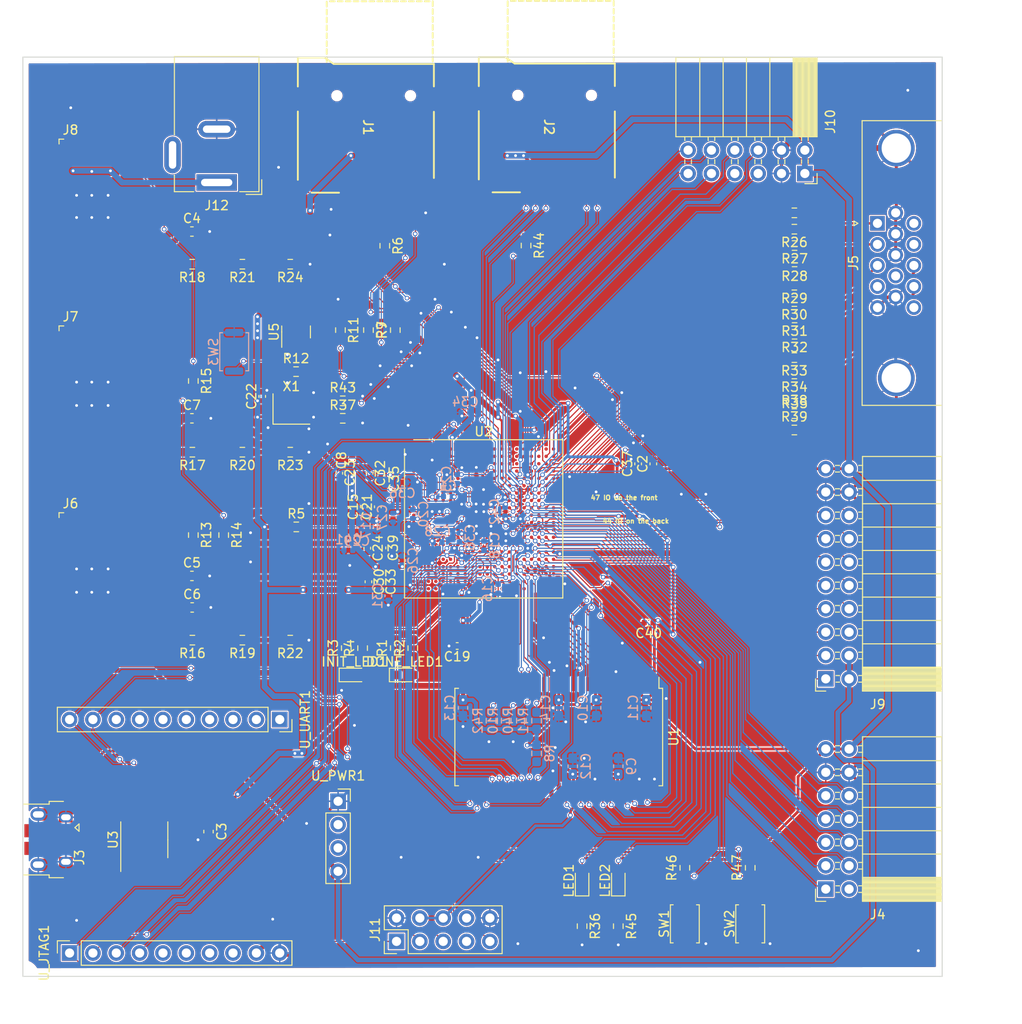
<source format=kicad_pcb>
(kicad_pcb (version 20211014) (generator pcbnew)
  (layers (0 "F.Cu" signal) (31 "B.Cu" signal) (34 "B.Paste" user) (35 "F.Paste" user) (36 "B.SilkS" user "B.Silkscreen") (37 "F.SilkS" user "F.Silkscreen") (38 "B.Mask" user) (39 "F.Mask" user) (44 "Edge.Cuts" user))
  (net 0 "")
  (net 1 "GND")
  (net 2 "+3V3")
  (net 7 "+1V8")
  (net 11 "+1V0")
  (net 22 "Net-(DONE_LED1-Pad1)")
  (net 26 "Net-(INIT_LED1-Pad1)")
  (net 32 "unconnected-(U2-PadC5)")
  (net 33 "unconnected-(U2-PadC6)")
  (net 34 "unconnected-(U2-PadC8)")
  (net 45 "SD0_CK")
  (net 46 "unconnected-(U2-PadD9)")
  (net 50 "SD0_D1")
  (net 57 "PS_SRST")
  (net 58 "unconnected-(U2-PadE8)")
  (net 59 "unconnected-(U2-PadE9)")
  (net 61 "SD0_D3")
  (net 69 "SD0_CMD")
  (net 70 "PS_CLK")
  (net 72 "SD0_D0")
  (net 74 "JTAG_TDO")
  (net 81 "JTAG_TCK")
  (net 82 "SD0_D2")
  (net 83 "JTAG_TDI")
  (net 84 "JTAG_TMS")
  (net 85 "Net-(U2-PadG15)")
  (net 86 "/TX1")
  (net 92 "/TX_EN")
  (net 97 "/TX0")
  (net 98 "/RX0")
  (net 103 "/RX1")
  (net 105 "/nINTREFCLK")
  (net 127 "/CRS")
  (net 128 "/MDIO")
  (net 129 "unconnected-(U2-PadP18)")
  (net 134 "/MDC")
  (net 135 "/USB_DATA0")
  (net 136 "/USB_DATA1")
  (net 142 "/USB_DATA2")
  (net 143 "/USB_DATA3")
  (net 144 "/USB_RST")
  (net 145 "/USB_DATA4")
  (net 146 "/USB_CLK")
  (net 147 "/USB_DATA5")
  (net 148 "/USB_DIR")
  (net 149 "/USB_DATA6")
  (net 158 "/USB_NXT")
  (net 159 "/USB_DATA7")
  (net 160 "unconnected-(U2-PadU14)")
  (net 161 "/USB_STP")
  (net 172 "unconnected-(U2-PadV15)")
  (net 173 "/G18")
  (net 183 "/E18")
  (net 184 "/G17")
  (net 185 "/H17")
  (net 186 "/E17")
  (net 187 "/F17")
  (net 188 "/H16")
  (net 189 "/F16")
  (net 203 "Net-(LED1-Pad1)")
  (net 204 "Net-(LED2-Pad1)")
  (net 205 "+5V")
  (net 206 "Net-(J3-Pad2)")
  (net 207 "Net-(J3-Pad3)")
  (net 208 "Net-(J6-Pad1)")
  (net 209 "Net-(J7-Pad1)")
  (net 210 "SD1_D2")
  (net 211 "SD1_D3")
  (net 212 "SD1_CMD")
  (net 213 "SD1_CK")
  (net 214 "SD1_D0")
  (net 215 "SD1_D1")
  (net 216 "Net-(J8-Pad1)")
  (net 217 "Net-(R16-Pad1)")
  (net 218 "Net-(J6-Pad6)")
  (net 220 "Net-(R17-Pad1)")
  (net 221 "Net-(J7-Pad6)")
  (net 222 "/LED1")
  (net 225 "/LED2")
  (net 230 "Net-(R1-Pad2)")
  (net 231 "Net-(R3-Pad2)")
  (net 232 "Net-(R5-Pad2)")
  (net 233 "Net-(R6-Pad2)")
  (net 234 "Net-(R18-Pad1)")
  (net 235 "Net-(J8-Pad6)")
  (net 236 "PS_POR")
  (net 237 "Net-(R19-Pad1)")
  (net 238 "Net-(R20-Pad1)")
  (net 239 "Net-(R21-Pad1)")
  (net 240 "FPGA_RX")
  (net 241 "FPGA_TX")
  (net 242 "/RED")
  (net 244 "/GREEN")
  (net 246 "/BLUE")
  (net 247 "VGA_HS")
  (net 248 "Net-(J5-Pad13)")
  (net 249 "VGA_VS")
  (net 250 "Net-(J5-Pad14)")
  (net 252 "Net-(R9-Pad2)")
  (net 253 "Net-(R11-Pad2)")
  (net 254 "/DQ0")
  (net 255 "/DQ1")
  (net 260 "/DQ2")
  (net 261 "/DQ3")
  (net 262 "/DQ4")
  (net 265 "/DQ5")
  (net 274 "/DQ6")
  (net 275 "/DQ7")
  (net 276 "/SDRAM_nWE")
  (net 277 "/SDRAM_nCAS")
  (net 278 "/SDRAM_nRAS")
  (net 279 "/SDRAM_nCS")
  (net 280 "/A13")
  (net 281 "/A14")
  (net 282 "/A10")
  (net 283 "/A0")
  (net 284 "/A1")
  (net 285 "/A2")
  (net 286 "/A3")
  (net 287 "/A4")
  (net 288 "/A5")
  (net 289 "/A6")
  (net 290 "/A7")
  (net 291 "/A8")
  (net 292 "/A9")
  (net 293 "/A11")
  (net 294 "/A12")
  (net 295 "/SDRAM_CKE")
  (net 296 "/SDRAM_CLK")
  (net 297 "/VGA_R0")
  (net 298 "/VGA_R1")
  (net 299 "/VGA_R2")
  (net 300 "/VGA_R3")
  (net 301 "/VGA_G0")
  (net 302 "/VGA_G1")
  (net 303 "/VGA_G2")
  (net 304 "/VGA_G3")
  (net 305 "/VGA_B0")
  (net 306 "/VGA_B1")
  (net 307 "/VGA_B2")
  (net 308 "Net-(R37-Pad1)")
  (net 309 "PL_CLK")
  (net 310 "/DQ8")
  (net 311 "/DQ9")
  (net 312 "/DQ10")
  (net 313 "/DQ11")
  (net 314 "/DQ12")
  (net 315 "/DQ13")
  (net 316 "/DQ14")
  (net 317 "/DQ15")
  (footprint "Connector_PinSocket_2.54mm:PinSocket_2x06_P2.54mm_Horizontal" (layer "F.Cu") (at 158.725 32.041 -90)
    (fp_text reference "J10")
    (fp_text value "PMOD")
  )
  (footprint "LED_SMD:LED_0603_1608Metric_Pad1.05x0.95mm_HandSolder" (layer "F.Cu") (at 138.43 108.966 90)
    (fp_text reference "LED2")
    (fp_text value "LED")
  )
  (footprint "Resistor_SMD:R_0603_1608Metric_Pad0.98x0.95mm_HandSolder" (layer "F.Cu") (at 92.202 71.374 -90)
    (fp_text reference "R13")
    (fp_text value "10nK")
  )
  (footprint "LED_SMD:LED_0603_1608Metric_Pad1.05x0.95mm_HandSolder" (layer "F.Cu") (at 109.728 86.5905)
    (fp_text reference "INIT_LED1")
    (fp_text value "LED")
  )
  (footprint "Capacitor_SMD:C_0402_1005Metric" (layer "F.Cu") (at 111.252 76.454 -90)
    (fp_text reference "C30")
    (fp_text value "100nF")
  )
  (footprint "LED_SMD:LED_0603_1608Metric_Pad1.05x0.95mm_HandSolder" (layer "F.Cu") (at 134.493 108.966 90)
    (fp_text reference "LED1")
    (fp_text value "LED")
  )
  (footprint "Resistor_SMD:R_0603_1608Metric_Pad0.98x0.95mm_HandSolder" (layer "F.Cu") (at 157.5835 44.196 180)
    (fp_text reference "R29")
    (fp_text value "100")
  )
  (footprint "Connector_USB:USB_Micro-B_Amphenol_10103594-0001LF_Horizontal" (layer "F.Cu") (at 76.454 104.521 -90)
    (fp_text reference "J3")
    (fp_text value "USB_B_Micro")
  )
  (footprint "Resistor_SMD:R_0603_1608Metric_Pad0.98x0.95mm_HandSolder" (layer "F.Cu") (at 97.536 41.91 180)
    (fp_text reference "R21")
    (fp_text value "100R")
  )
  (footprint "Connector_Dsub:DSUB-15-HD_Female_Horizontal_P2.29x1.98mm_EdgePinOffset3.03mm_Housed_MountingHolesOffset4.94mm" (layer "F.Cu") (at 166.624 37.465 90)
    (fp_text reference "J5")
    (fp_text value "VGA")
  )
  (footprint "Capacitor_SMD:C_0402_1005Metric" (layer "F.Cu") (at 120.904 83.439 180)
    (fp_text reference "C19")
    (fp_text value "100nF")
  )
  (footprint "Resistor_SMD:R_0603_1608Metric_Pad0.98x0.95mm_HandSolder" (layer "F.Cu") (at 102.743 82.804 180)
    (fp_text reference "R22")
    (fp_text value "1R")
  )
  (footprint "Package_SO:TSOP-II-54_22.2x10.16mm_P0.8mm" (layer "F.Cu") (at 131.953 93.345 -90)
    (fp_text reference "U1")
    (fp_text value "MT48LC16M16A2P")
  )
  (footprint "Resistor_SMD:R_0603_1608Metric_Pad0.98x0.95mm_HandSolder" (layer "F.Cu") (at 102.743 62.357 180)
    (fp_text reference "R23")
    (fp_text value "1R")
  )
  (footprint "Capacitor_SMD:C_0402_1005Metric" (layer "F.Cu") (at 112.268 68.298 90)
    (fp_text reference "C21")
    (fp_text value "100nF")
  )
  (footprint "Resistor_SMD:R_0603_1608Metric_Pad0.98x0.95mm_HandSolder" (layer "F.Cu") (at 157.607 55.626 180)
    (fp_text reference "R35")
    (fp_text value "100")
  )
  (footprint "Resistor_SMD:R_0603_1608Metric_Pad0.98x0.95mm_HandSolder" (layer "F.Cu") (at 157.5835 58.166)
    (fp_text reference "R38")
    (fp_text value "100")
  )
  (footprint "Resistor_SMD:R_0603_1608Metric_Pad0.98x0.95mm_HandSolder" (layer "F.Cu") (at 95.504 71.374 -90)
    (fp_text reference "R14")
    (fp_text value "10nK")
  )
  (footprint "Resistor_SMD:R_0603_1608Metric_Pad0.98x0.95mm_HandSolder" (layer "F.Cu") (at 157.5835 53.848 180)
    (fp_text reference "R34")
    (fp_text value "100")
  )
  (footprint "Resistor_SMD:R_0603_1608Metric_Pad0.98x0.95mm_HandSolder" (layer "F.Cu") (at 114.173 49.077 90)
    (fp_text reference "R7")
    (fp_text value "4.7nK")
  )
  (footprint "Capacitor_SMD:C_0402_1005Metric" (layer "F.Cu") (at 111.125 72.799 -90)
    (fp_text reference "C24")
    (fp_text value "100nF")
  )
  (footprint "Capacitor_SMD:C_0402_1005Metric" (layer "F.Cu") (at 109.474 63.246 90)
    (fp_text reference "C8")
    (fp_text value "10uF")
  )
  (footprint "Resistor_SMD:R_0603_1608Metric_Pad0.98x0.95mm_HandSolder" (layer "F.Cu") (at 157.607 47.752 180)
    (fp_text reference "R31")
    (fp_text value "100")
  )
  (footprint "Resistor_SMD:R_0603_1608Metric_Pad0.98x0.95mm_HandSolder" (layer "F.Cu") (at 114.173 83.6695 90)
    (fp_text reference "R1")
    (fp_text value "330nR")
  )
  (footprint "Capacitor_SMD:C_0603_1608Metric_Pad1.08x0.95mm_HandSolder" (layer "F.Cu") (at 92.0485 58.674)
    (fp_text reference "C7")
    (fp_text value "10uF")
  )
  (footprint "Resistor_SMD:R_0603_1608Metric_Pad0.98x0.95mm_HandSolder" (layer "F.Cu") (at 113.03 39.9015 -90)
    (fp_text reference "R6")
    (fp_text value "22nR")
  )
  (footprint "Resistor_SMD:R_0603_1608Metric_Pad0.98x0.95mm_HandSolder" (layer "F.Cu") (at 92.0985 62.357 180)
    (fp_text reference "R17")
    (fp_text value "1K")
  )
  (footprint "memblaze2qmtech:ZX" (layer "F.Cu") (at 81.28 35.56)
    (fp_text reference "J8")
    (fp_text value "ZXDN10")
  )
  (footprint "Button_Switch_SMD:SW_Push_SPST_NO_Alps_SKRK" (layer "F.Cu") (at 152.781 113.665 90)
    (fp_text reference "SW2")
    (fp_text value "SW_Push")
  )
  (footprint "Connector_PinSocket_2.54mm:PinSocket_2x10_P2.54mm_Horizontal" (layer "F.Cu") (at 160.999 87.015 180)
    (fp_text reference "J9")
    (fp_text value "USB3300")
  )
  (footprint "Capacitor_SMD:C_0402_1005Metric" (layer "F.Cu") (at 112.649 64.643 -90)
    (fp_text reference "C35")
    (fp_text value "100nF")
  )
  (footprint "Resistor_SMD:R_0603_1608Metric_Pad0.98x0.95mm_HandSolder" (layer "F.Cu") (at 157.5835 45.974 180)
    (fp_text reference "R30")
    (fp_text value "100")
  )
  (footprint "Resistor_SMD:R_0603_1608Metric_Pad0.98x0.95mm_HandSolder" (layer "F.Cu") (at 103.378 53.594)
    (fp_text reference "R12")
    (fp_text value "10nK")
  )
  (footprint "Capacitor_SMD:C_0603_1608Metric_Pad1.08x0.95mm_HandSolder" (layer "F.Cu") (at 92.0485 38.354)
    (fp_text reference "C4")
    (fp_text value "10uF")
  )
  (footprint "Capacitor_SMD:C_0402_1005Metric" (layer "F.Cu") (at 110.744 68.298 90)
    (fp_text reference "C15")
    (fp_text value "100nF")
  )
  (footprint "Resistor_SMD:R_0603_1608Metric_Pad0.98x0.95mm_HandSolder" (layer "F.Cu") (at 128.397 39.878 -90)
    (fp_text reference "R44")
    (fp_text value "22nR")
  )
  (footprint "Resistor_SMD:R_0603_1608Metric_Pad0.98x0.95mm_HandSolder" (layer "F.Cu") (at 92.202 54.61 -90)
    (fp_text reference "R15")
    (fp_text value "10nK")
  )
  (footprint "Resistor_SMD:R_0603_1608Metric_Pad0.98x0.95mm_HandSolder" (layer "F.Cu") (at 92.075 41.91 180)
    (fp_text reference "R18")
    (fp_text value "1K")
  )
  (footprint "Connector_BarrelJack:BarrelJack_Wuerth_6941xx301002" (layer "F.Cu") (at 94.742 33.02 180)
    (fp_text reference "J12")
    (fp_text value "Jack-DC")
  )
  (footprint "Connector_PinHeader_2.54mm:PinHeader_2x05_P2.54mm_Vertical" (layer "F.Cu") (at 114.305 115.575 90)
    (fp_text reference "J11")
    (fp_text value "JTAG")
  )
  (footprint "Capacitor_SMD:C_0603_1608Metric_Pad1.08x0.95mm_HandSolder" (layer "F.Cu") (at 93.853 103.632 -90)
    (fp_text reference "C3")
    (fp_text value "100nF")
  )
  (footprint "memblaze2qmtech:SDMICRO_AT" (layer "F.Cu") (at 110.871 28.829)
    (fp_text reference "J1")
    (fp_text value "PSBOOT" hide)
  )
  (footprint "Resistor_SMD:R_0603_1608Metric_Pad0.98x0.95mm_HandSolder" (layer "F.Cu") (at 110.617 83.6695 90)
    (fp_text reference "R4")
    (fp_text value "4.7nK")
  )
  (footprint "Connector_PinSocket_2.54mm:PinSocket_2x07_P2.54mm_Horizontal" (layer "F.Cu") (at 160.999 109.885 180)
    (fp_text reference "J4")
    (fp_text value "LAN8720A")
  )
  (footprint "memblaze2qmtech:SDMICRO_AT" (layer "F.Cu") (at 130.556 28.788017)
    (fp_text reference "J2")
    (fp_text value "SDCARD" hide)
  )
  (footprint "Capacitor_SMD:C_0402_1005Metric" (layer "F.Cu") (at 108.077 64.643 -90)
    (fp_text reference "C23")
    (fp_text value "100nF")
  )
  (footprint "Crystal:Crystal_SMD_3225-4Pin_3.2x2.5mm" (layer "F.Cu") (at 102.87 57.658)
    (fp_text reference "X1")
    (fp_text value "33.3MHz")
  )
  (footprint "Resistor_SMD:R_0603_1608Metric_Pad0.98x0.95mm_HandSolder" (layer "F.Cu") (at 108.204 49.077 -90)
    (fp_text reference "R11")
    (fp_text value "4.7nK")
  )
  (footprint "Connector_PinSocket_2.54mm:PinSocket_1x10_P2.54mm_Vertical" (layer "F.Cu") (at 101.6 91.44 -90)
    (fp_text reference "U_UART1")
    (fp_text value "Conn_01x10_Female")
  )
  (footprint "LED_SMD:LED_0603_1608Metric_Pad1.05x0.95mm_HandSolder" (layer "F.Cu") (at 115.189 86.5905)
    (fp_text reference "DONE_LED1")
    (fp_text value "LED")
  )
  (footprint "Capacitor_SMD:C_0402_1005Metric" (layer "F.Cu") (at 112.522 76.454 -90)
    (fp_text reference "C33")
    (fp_text value "100nF")
  )
  (footprint "Resistor_SMD:R_0603_1608Metric_Pad0.98x0.95mm_HandSolder" (layer "F.Cu") (at 111.252 49.077 -90)
    (fp_text reference "R9")
    (fp_text value "4.7nK")
  )
  (footprint "Resistor_SMD:R_0603_1608Metric_Pad0.98x0.95mm_HandSolder" (layer "F.Cu") (at 157.5835 36.322 180)
    (fp_text reference "R25" hide)
    (fp_text value "100")
  )
  (footprint "Resistor_SMD:R_0603_1608Metric_Pad0.98x0.95mm_HandSolder" (layer "F.Cu") (at 138.43 113.919 -90)
    (fp_text reference "R45")
    (fp_text value "330nR")
  )
  (footprint "Connector_PinSocket_2.54mm:PinSocket_1x10_P2.54mm_Vertical" (layer "F.Cu") (at 78.74 116.84 90)
    (fp_text reference "U_JTAG1")
    (fp_text value "Conn_01x10_Female")
  )
  (footprint "Capacitor_SMD:C_0402_1005Metric" (layer "F.Cu") (at 141.732 80.899 180)
    (fp_text reference "C40")
    (fp_text value "100nF")
  )
  (footprint "Resistor_SMD:R_0603_1608Metric_Pad0.98x0.95mm_HandSolder" (layer "F.Cu") (at 145.669 107.569 90)
    (fp_text reference "R46")
    (fp_text value "10nK")
  )
  (footprint "Resistor_SMD:R_0603_1608Metric_Pad0.98x0.95mm_HandSolder" (layer "F.Cu") (at 157.607 41.656 180)
    (fp_text reference "R28")
    (fp_text value "100")
  )
  (footprint "Capacitor_SMD:C_0402_1005Metric" (layer "F.Cu") (at 140.589 63.627 90)
    (fp_text reference "C37")
    (fp_text value "100nF")
  )
  (footprint "Resistor_SMD:R_0603_1608Metric_Pad0.98x0.95mm_HandSolder" (layer "F.Cu") (at 157.5835 52.07 180)
    (fp_text reference "R33")
    (fp_text value "100")
  )
  (footprint "Resistor_SMD:R_0603_1608Metric_Pad0.98x0.95mm_HandSolder" (layer "F.Cu") (at 157.607 49.53 180)
    (fp_text reference "R32")
    (fp_text value "100")
  )
  (footprint "Resistor_SMD:R_0603_1608Metric_Pad0.98x0.95mm_HandSolder" (layer "F.Cu") (at 152.781 107.569 90)
    (fp_text reference "R47")
    (fp_text value "10nK")
  )
  (footprint "Resistor_SMD:R_0603_1608Metric_Pad0.98x0.95mm_HandSolder" (layer "F.Cu") (at 108.839 83.6695 90)
    (fp_text reference "R3")
    (fp_text value "330nR")
  )
  (footprint "Resistor_SMD:R_0603_1608Metric_Pad0.98x0.95mm_HandSolder" (layer "F.Cu") (at 97.536 82.804 180)
    (fp_text reference "R19")
    (fp_text value "100R")
  )
  (footprint "Resistor_SMD:R_0603_1608Metric_Pad0.98x0.95mm_HandSolder" (layer "F.Cu") (at 102.743 41.91 180)
    (fp_text reference "R24")
    (fp_text value "1R")
  )
  (footprint "Resistor_SMD:R_0603_1608Metric_Pad0.98x0.95mm_HandSolder" (layer "F.Cu") (at 108.458 56.769)
    (fp_text reference "R43")
    (fp_text value "22nR")
  )
  (footprint "Package_TO_SOT_SMD:SOT-23" (layer "F.Cu") (at 103.378 49.276 90)
    (fp_text reference "U5")
    (fp_text value "MAX809")
  )
  (footprint "Package_SO:SOIC-8_3.9x4.9mm_P1.27mm" (layer "F.Cu") (at 86.868 104.521 90)
    (fp_text reference "U3")
    (fp_text value "CH330N")
  )
  (footprint "Capacitor_SMD:C_0402_1005Metric" (layer "F.Cu") (at 111.379 64.643 -90)
    (fp_text reference "C32")
    (fp_text value "100nF")
  )
  (footprint "Resistor_SMD:R_0603_1608Metric_Pad0.98x0.95mm_HandSolder" (layer "F.Cu") (at 92.0985 82.804 180)
    (fp_text reference "R16")
    (fp_text value "1K")
  )
  (footprint "Resistor_SMD:R_0603_1608Metric_Pad0.98x0.95mm_HandSolder" (layer "F.Cu") (at 103.4015 70.485)
    (fp_text reference "R5")
    (fp_text value "4.7nK")
  )
  (footprint "Resistor_SMD:R_0603_1608Metric_Pad0.98x0.95mm_HandSolder" (layer "F.Cu") (at 157.5835 59.944)
    (fp_text reference "R39")
    (fp_text value "100")
  )
  (footprint "memblaze2qmtech:ZX" (layer "F.Cu") (at 81.28 55.88)
    (fp_text reference "J7")
    (fp_text value "ZXDN10")
  )
  (footprint "Connector_PinSocket_2.54mm:PinSocket_1x04_P2.54mm_Vertical" (layer "F.Cu") (at 107.95 100.33)
    (fp_text reference "U_PWR1")
    (fp_text value "Conn_01x04_Female")
  )
  (footprint "Resistor_SMD:R_0603_1608Metric_Pad0.98x0.95mm_HandSolder" (layer "F.Cu") (at 157.607 39.878 180)
    (fp_text reference "R27")
    (fp_text value "100")
  )
  (footprint "Capacitor_SMD:C_0603_1608Metric_Pad1.08x0.95mm_HandSolder" (layer "F.Cu") (at 92.075 79.248)
    (fp_text reference "C6")
    (fp_text value "10uF")
  )
  (footprint "Resistor_SMD:R_0603_1608Metric_Pad0.98x0.95mm_HandSolder" (layer "F.Cu") (at 97.536 62.357 180)
    (fp_text reference "R20")
    (fp_text value "100R")
  )
  (footprint "memblaze2qmtech:ZX" (layer "F.Cu") (at 81.28 76.2)
    (fp_text reference "J6")
    (fp_text value "ZXDN10")
  )
  (footprint "Button_Switch_SMD:SW_Push_SPST_NO_Alps_SKRK" (layer "F.Cu") (at 145.669 113.665 90)
    (fp_text reference "SW1")
    (fp_text value "SW_Push")
  )
  (footprint "Resistor_SMD:R_0603_1608Metric_Pad0.98x0.95mm_HandSolder" (layer "F.Cu") (at 134.493 113.919 -90)
    (fp_text reference "R36")
    (fp_text value "330nR")
  )
  (footprint "Resistor_SMD:R_0603_1608Metric_Pad0.98x0.95mm_HandSolder" (layer "F.Cu") (at 108.458 58.674)
    (fp_text reference "R37")
    (fp_text value "22nR")
  )
  (footprint "zynq:Xilinx_CLG400_smallpad" (layer "F.Cu") (at 123.7837 69.6116)
    (fp_text reference "U2")
    (fp_text value "xc7z010clg400")
  )
  (footprint "Capacitor_SMD:C_0402_1005Metric" (layer "F.Cu") (at 112.776 72.771 -90)
    (fp_text reference "C39")
    (fp_text value "100nF")
  )
  (footprint "Capacitor_SMD:C_0402_1005Metric" (layer "F.Cu") (at 99.695 56.289 90)
    (fp_text reference "C22")
    (fp_text value "100nF")
  )
  (footprint "Resistor_SMD:R_0603_1608Metric_Pad0.98x0.95mm_HandSolder" (layer "F.Cu") (at 116.078 83.6695 90)
    (fp_text reference "R2")
    (fp_text value "4.7nK")
  )
  (footprint "Capacitor_SMD:C_0603_1608Metric_Pad1.08x0.95mm_HandSolder" (layer "F.Cu") (at 92.0485 75.819)
    (fp_text reference "C5")
    (fp_text value "10uF")
  )
  (footprint "Capacitor_SMD:C_0402_1005Metric" (layer "F.Cu") (at 142.24 63.627 90)
    (fp_text reference "C2")
    (fp_text value "10uF")
  )
  (footprint "Resistor_SMD:R_0603_1608Metric_Pad0.98x0.95mm_HandSolder" (layer "F.Cu") (at 157.5835 38.1 180)
    (fp_text reference "R26")
    (fp_text value "100")
  )
  (footprint "Capacitor_SMD:C_0603_1608Metric_Pad1.08x0.95mm_HandSolder" (layer "B.Cu") (at 133.477 96.52 90)
    (fp_text reference "C12")
    (fp_text value "100nF")
  )
  (footprint "Resistor_SMD:R_0603_1608Metric_Pad0.98x0.95mm_HandSolder" (layer "B.Cu") (at 129.54 95.123 90)
    (fp_text reference "R8")
    (fp_text value "4.7nK")
  )
  (footprint "Resistor_SMD:R_0603_1608Metric_Pad0.98x0.95mm_HandSolder" (layer "B.Cu") (at 129.54 91.567 -90)
    (fp_text reference "R41")
    (fp_text value "4.7nK")
  )
  (footprint "Capacitor_SMD:C_0402_1005Metric" (layer "B.Cu") (at 114.935 74.14 90)
    (fp_text reference "C26")
    (fp_text value "100nF")
  )
  (footprint "Capacitor_SMD:C_0402_1005Metric" (layer "B.Cu") (at 125.349 77.216 -90)
    (fp_text reference "C16")
    (fp_text value "100nF")
  )
  (footprint "Capacitor_SMD:C_0402_1005Metric" (layer "B.Cu") (at 121.158 71.628 90)
    (fp_text reference "C38")
    (fp_text value "100nF")
  )
  (footprint "Capacitor_SMD:C_0402_1005Metric" (layer "B.Cu") (at 109.065 73.025 180)
    (fp_text reference "C41")
    (fp_text value "100nF")
  )
  (footprint "Capacitor_SMD:C_0402_1005Metric" (layer "B.Cu") (at 109.982 70.866)
    (fp_text reference "C29")
    (fp_text value "100nF")
  )
  (footprint "Resistor_SMD:R_0603_1608Metric_Pad0.98x0.95mm_HandSolder" (layer "B.Cu") (at 124.587 91.567 -90)
    (fp_text reference "R42")
    (fp_text value "4.7nK")
  )
  (footprint "Capacitor_SMD:C_0402_1005Metric" (layer "B.Cu") (at 118.773 72.136 180)
    (fp_text reference "C28")
    (fp_text value "100nF")
  )
  (footprint "Capacitor_SMD:C_0402_1005Metric" (layer "B.Cu") (at 113.411 77.978 -90)
    (fp_text reference "C31")
    (fp_text value "100nF")
  )
  (footprint "Capacitor_SMD:C_0603_1608Metric_Pad1.08x0.95mm_HandSolder" (layer "B.Cu") (at 121.539 90.17 -90)
    (fp_text reference "C13")
    (fp_text value "100nF")
  )
  (footprint "Capacitor_SMD:C_0402_1005Metric" (layer "B.Cu") (at 113.919 69.469 -90)
    (fp_text reference "C27")
    (fp_text value "100nF")
  )
  (footprint "Capacitor_SMD:C_0603_1608Metric_Pad1.08x0.95mm_HandSolder" (layer "B.Cu") (at 141.478 90.17 -90)
    (fp_text reference "C11")
    (fp_text value "100nF")
  )
  (footprint "Button_Switch_SMD:SW_Push_SPST_NO_Alps_SKRK" (layer "B.Cu") (at 96.647 51.435 -90)
    (fp_text reference "SW3")
    (fp_text value "SW_Push")
  )
  (footprint "Capacitor_SMD:C_0402_1005Metric" (layer "B.Cu") (at 114.935 65.659)
    (fp_text reference "C36")
    (fp_text value "100nF")
  )
  (footprint "Capacitor_SMD:C_0603_1608Metric_Pad1.08x0.95mm_HandSolder" (layer "B.Cu") (at 138.43 96.52 90)
    (fp_text reference "C9")
    (fp_text value "100nF")
  )
  (footprint "Capacitor_SMD:C_0402_1005Metric" (layer "B.Cu") (at 120.904 65.278 -90)
    (fp_text reference "C25")
    (fp_text value "100nF")
  )
  (footprint "Capacitor_SMD:C_0402_1005Metric" (layer "B.Cu") (at 116.078 69.088 90)
    (fp_text reference "C20")
    (fp_text value "100nF")
  )
  (footprint "Resistor_SMD:R_0603_1608Metric_Pad0.98x0.95mm_HandSolder" (layer "B.Cu") (at 127.889 91.567 -90)
    (fp_text reference "R40")
    (fp_text value "4.7nK")
  )
  (footprint "Capacitor_SMD:C_0603_1608Metric_Pad1.08x0.95mm_HandSolder" (layer "B.Cu") (at 136.017 90.17 -90)
    (fp_text reference "C10")
    (fp_text value "100nF")
  )
  (footprint "Capacitor_SMD:C_0603_1608Metric_Pad1.08x0.95mm_HandSolder" (layer "B.Cu") (at 131.953 90.17 -90)
    (fp_text reference "C14")
    (fp_text value "100nF")
  )
  (footprint "Capacitor_SMD:C_0402_1005Metric" (layer "B.Cu") (at 119.888 67.183 180)
    (fp_text reference "C1")
    (fp_text value "10uF")
  )
  (footprint "Capacitor_SMD:C_0402_1005Metric" (layer "B.Cu") (at 121.793 58.039 180)
    (fp_text reference "C34")
    (fp_text value "100nF")
  )
  (footprint "Capacitor_SMD:C_0402_1005Metric" (layer "B.Cu") (at 126.111 68.834 -90)
    (fp_text reference "C42")
    (fp_text value "100nF")
  )
  (footprint "Capacitor_SMD:C_0402_1005Metric" (layer "B.Cu") (at 112.141 70.358 -90)
    (fp_text reference "C17")
    (fp_text value "100nF")
  )
  (footprint "Capacitor_SMD:C_0402_1005Metric" (layer "B.Cu") (at 123.825 72.517 90)
    (fp_text reference "C18")
    (fp_text value "100nF")
  )
  (footprint "Resistor_SMD:R_0603_1608Metric_Pad0.98x0.95mm_HandSolder" (layer "B.Cu") (at 126.238 91.567 -90)
    (fp_text reference "R10")
    (fp_text value "4.7nK")
  )
  (gr_line (start 73.66 19.38) (end 173.66 19.38) (layer "Edge.Cuts") (width 0.1))
  (gr_line (start 173.66 119.38) (end 173.66 19.38) (layer "Edge.Cuts") (width 0.1))
  (gr_line (start 73.66 119.38) (end 173.66 119.38) (layer "Edge.Cuts") (width 0.1))
  (gr_line (start 73.66 119.38) (end 73.66 19.38) (layer "Edge.Cuts") (width 0.1))
  (gr_text "44 IO on the back\n" (at 140.335 69.85) (layer "F.SilkS") (effects (font (size 0.5094 0.5094) (thickness 0.127))))
  (gr_text "47 IO on the front\n" (at 139.065 67.31) (layer "F.SilkS") (effects (font (size 0.5094 0.5094) (thickness 0.127))))
  (segment (start 124.1837 72.4116) (end 124.603 72.8309) (width 0.127) (layer "F.Cu") (net 1))
  (segment (start 136.525 32.131) (end 134.366 32.131) (width 0.3048) (layer "F.Cu") (net 1))
  (segment (start 121.7837 64.4116) (end 121.779457 64.4116) (width 0.127) (layer "F.Cu") (net 1))
  (segment (start 130.9617 67.2336) (end 133.1213 67.2336) (width 0.127) (layer "F.Cu") (net 1))
  (segment (start 110.109 59.69) (end 107.188 59.69) (width 0.3048) (layer "F.Cu") (net 1))
  (segment (start 130.5837 67.6116) (end 130.9617 67.2336) (width 0.127) (layer "F.Cu") (net 1))
  (segment (start 128.9837 64.4116) (end 128.981333 64.4116) (width 0.127) (layer "F.Cu") (net 1))
  (segment (start 104.206 54.803) (end 102.428 54.803) (width 0.3048) (layer "F.Cu") (net 1))
  (segment (start 163.539 66.695) (end 166.821 69.977) (width 0.3048) (layer "F.Cu") (net 1))
  (segment (start 98.552 56.515) (end 98.552 58.674) (width 0.3048) (layer "F.Cu") (net 1))
  (segment (start 120.9837 66.0116) (end 120.980908 66.0116) (width 0.127) (layer "F.Cu") (net 1))
  (segment (start 92.911 75.819) (end 93.98 75.819) (width 0.3048) (layer "F.Cu") (net 1))
  (segment (start 121.7837 68.4116) (end 121.3898 68.0177) (width 0.127) (layer "F.Cu") (net 1))
  (segment (start 154.881 115.765) (end 154.94 115.824) (width 0.3048) (layer "F.Cu") (net 1))
  (segment (start 122.5837 63.3824) (end 122.2057 63.0044) (width 0.127) (layer "F.Cu") (net 1))
  (segment (start 140.589 63.147) (end 139.855 63.147) (width 0.3048) (layer "F.Cu") (net 1))
  (segment (start 119.289917 64.4116) (end 118.5837 63.705383) (width 0.127) (layer "F.Cu") (net 1))
  (segment (start 92.9375 79.248) (end 94.107 79.248) (width 0.3048) (layer "F.Cu") (net 1))
  (segment (start 105.537 102.743) (end 104.521 102.743) (width 0.3048) (layer "F.Cu") (net 1))
  (segment (start 133.553 86.309) (end 132.842 85.598) (width 0.3048) (layer "F.Cu") (net 1))
  (segment (start 122.5837 67.6116) (end 122.9645 67.9924) (width 0.127) (layer "F.Cu") (net 1))
  (segment (start 119.3837 64.413967) (end 119.7837 64.813967) (width 0.127) (layer "F.Cu") (net 1))
  (segment (start 130.677483 75.6116) (end 130.5837 75.6116) (width 0.127) (layer "F.Cu") (net 1))
  (segment (start 126.5837 71.6116) (end 126.203 71.2309) (width 0.127) (layer "F.Cu") (net 1))
  (segment (start 160.999 66.695) (end 148.189 66.695) (width 0.3048) (layer "F.Cu") (net 1))
  (segment (start 127.7837 69.6116) (end 127.3837 69.2116) (width 0.127) (layer "F.Cu") (net 1))
  (segment (start 123.3837 66.8116) (end 123.386477 66.8116) (width 0.127) (layer "F.Cu") (net 1))
  (segment (start 113.411 77.823) (end 112.522 76.934) (width 0.3048) (layer "F.Cu") (net 1))
  (segment (start 133.856019 32.640981) (end 133.856019 34.037994) (width 0.3048) (layer "F.Cu") (net 1))
  (segment (start 99.441 55.626) (end 98.552 56.515) (width 0.3048) (layer "F.Cu") (net 1))
  (segment (start 124.1837 66.0116) (end 124.1837 66.014377) (width 0.127) (layer "F.Cu") (net 1))
  (segment (start 126.238 93.853) (end 126.238 94.869) (width 0.127) (layer "F.Cu") (net 1))
  (segment (start 87.503 106.996) (end 87.503 107.308263) (width 0.3048) (layer "F.Cu") (net 1))
  (segment (start 172.212 50.742) (end 168.674 54.28) (width 0.3048) (layer "F.Cu") (net 1))
  (segment (start 123.3837 68.4116) (end 123.7711 68.0242) (width 0.127) (layer "F.Cu") (net 1))
  (segment (start 124.603 72.8309) (end 125.7837 74.0116) (width 0.127) (layer "F.Cu") (net 1))
  (segment (start 123.3837 69.2116) (end 123.3583 69.2116) (width 0.127) (layer "F.Cu") (net 1))
  (segment (start 131.153 87.595) (end 131.153 88.938) (width 0.127) (layer "F.Cu") (net 1))
  (segment (start 133.856019 37.834683) (end 129.780702 41.91) (width 0.3048) (layer "F.Cu") (net 1))
  (segment (start 168.674 61.56) (end 163.539 66.695) (width 0.3048) (layer "F.Cu") (net 1))
  (segment (start 129.383702 70.411598) (end 128.049125 70.411598) (width 0.127) (layer "F.Cu") (net 1))
  (segment (start 134.493 114.8315) (end 134.493 115.951) (width 0.3048) (layer "F.Cu") (net 1))
  (segment (start 93.853 104.4945) (end 92.7365 104.4945) (width 0.3048) (layer "F.Cu") (net 1))
  (segment (start 110.744 67.818) (end 112.268 67.818) (width 0.3048) (layer "F.Cu") (net 1))
  (segment (start 119.3837 77.2116) (end 119.3837 77.762588) (width 0.127) (layer "F.Cu") (net 1))
  (segment (start 121.39 71.2179) (end 122.5837 72.4116) (width 0.127) (layer "F.Cu") (net 1))
  (segment (start 131.153 88.938) (end 126.238 93.853) (width 0.127) (layer "F.Cu") (net 1))
  (segment (start 128.5837 72.8116) (end 128.9837 72.4116) (width 0.127) (layer "F.Cu") (net 1))
  (segment (start 105.283 57.658) (end 105.283 58.547) (width 0.3048) (layer "F.Cu") (net 1))
  (segment (start 111.379 65.123) (end 111.379 67.183) (width 0.3048) (layer "F.Cu") (net 1))
  (segment (start 124.1837 72.4116) (end 124.186583 72.4116) (width 0.127) (layer "F.Cu") (net 1))
  (segment (start 120.41611 74.8116) (end 120.1837 74.8116) (width 0.127) (layer "F.Cu") (net 1))
  (segment (start 152.781 115.765) (end 154.881 115.765) (width 0.3048) (layer "F.Cu") (net 1))
  (segment (start 130.353 99.095) (end 130.353 97.993) (width 0.127) (layer "F.Cu") (net 1))
  (segment (start 129.7837 70.0116) (end 129.383702 70.411598) (width 0.127) (layer "F.Cu") (net 1))
  (segment (start 115.786067 76.8116) (end 115.786067 77.34854) (width 0.127) (layer "F.Cu") (net 1))
  (segment (start 125.7837 72.4116) (end 126.1964 71.9989) (width 0.127) (layer "F.Cu") (net 1))
  (segment (start 116.1837 70.8116) (end 116.0175 70.8116) (width 0.127) (layer "F.Cu") (net 1))
  (segment (start 121.553 96.6595) (end 124.3595 93.853) (width 0.3048) (layer "F.Cu") (net 1))
  (segment (start 124.9837 68.4116) (end 124.6027 68.0306) (width 0.127) (layer "F.Cu") (net 1))
  (segment (start 121.7837 73.2116) (end 121.396 73.5993) (width 0.127) (layer "F.Cu") (net 1))
  (segment (start 102.4655 54.7655) (end 102.428 54.803) (width 0.3048) (layer "F.Cu") (net 1))
  (segment (start 142.353 99.095) (end 142.353 97.931) (width 0.3048) (layer "F.Cu") (net 1))
  (segment (start 114.171019 33.780019) (end 111.76 31.369) (width 0.3048) (layer "F.Cu") (net 1))
  (segment (start 129.780702 41.91) (end 119.507 41.91) (width 0.3048) (layer "F.Cu") (net 1))
  (segment (start 120.424 83.439) (end 120.015 83.439) (width 0.3048) (layer "F.Cu") (net 1))
  (segment (start 132.7415 95.6575) (end 134.7205 95.6575) (width 0.3048) (layer "F.Cu") (net 1))
  (segment (start 114.171019 34.078977) (end 114.171019 33.780019) (width 0.3048) (layer "F.Cu") (net 1))
  (segment (start 117.6023 68.7896) (end 118.959333 68.7896) (width 0.127) (layer "F.Cu") (net 1))
  (segment (start 105.244 58.508) (end 103.97 58.508) (width 0.3048) (layer "F.Cu") (net 1))
  (segment (start 117.475 36.322) (end 117.475 34.08299) (width 0.3048) (layer "F.Cu") (net 1))
  (segment (start 133.553 87.595) (end 133.553 86.309) (width 0.3048) (layer "F.Cu") (net 1))
  (segment (start 168.674 54.28) (end 168.674 61.56) (width 0.3048) (layer "F.Cu") (net 1))
  (segment (start 92.911 58.674) (end 94.107 58.674) (width 0.3048) (layer "F.Cu") (net 1))
  (segment (start 143.637 89.154) (end 143.637 80.137) (width 0.3048) (layer "F.Cu") (net 1))
  (segment (start 118.581334 71.6116) (end 118.181332 72.011602) (width 0.127) (layer "F.Cu") (net 1))
  (segment (start 106.553 56.261) (end 105.41 56.261) (width 0.3048) (layer "F.Cu") (net 1))
  (segment (start 90.0971 108.2504) (end 93.853 104.4945) (width 0.3048) (layer "F.Cu") (net 1))
  (segment (start 88.445137 108.2504) (end 90.0971 108.2504) (width 0.3048) (layer "F.Cu") (net 1))
  (segment (start 123.3837 70.8244) (end 122.9963 71.2118) (width 0.127) (layer "F.Cu") (net 1))
  (segment (start 131.153 87.595) (end 131.153 86.398) (width 0.127) (layer "F.Cu") (net 1))
  (segment (start 168.674 36.25) (end 168.604 36.32) (width 0.3048) (layer "F.Cu") (net 1))
  (segment (start 120.9837 74.0116) (end 121.396 73.5993) (width 0.127) (layer "F.Cu") (net 1))
  (segment (start 127.381 115.951) (end 127.381 117.094) (width 0.3048) (layer "F.Cu") (net 1))
  (segment (start 107.95 100.33) (end 105.537 102.743) (width 0.3048) (layer "F.Cu") (net 1))
  (segment (start 102.428 54.803) (end 101.026 54.803) (width 0.3048) (layer "F.Cu") (net 1))
  (segment (start 121.7837 70.0116) (end 121.7837 70.014065) (width 0.127) (layer "F.Cu") (net 1))
  (segment (start 87.503 107.308263) (end 88.445137 108.2504) (width 0.3048) (layer "F.Cu") (net 1))
  (segment (start 131.953 99.095) (end 131.953 97.663) (width 0.3048) (layer "F.Cu") (net 1))
  (segment (start 124.1837 70.8116) (end 124.5775 71.2054) (width 0.127) (layer "F.Cu") (net 1))
  (segment (start 122.5837 70.0116) (end 123.3837 70.8116) (width 0.127) (layer "F.Cu") (net 1))
  (segment (start 163.778 24.384) (end 168.674 29.28) (width 0.3048) (layer "F.Cu") (net 1))
  (segment (start 116.1837 62.8116) (end 115.4597 62.8116) (width 0.127) (layer "F.Cu") (net 1))
  (segment (start 122.5837 70.8116) (end 122.5961 70.8116) (width 0.127) (layer "F.Cu") (net 1))
  (segment (start 127.994588 58.144588) (end 127.762 57.912) (width 0.3048) (layer "F.Cu") (net 1))
  (segment (start 122.1835 77.609033) (end 122.1835 76.19381) (width 0.127) (layer "F.Cu") (net 1))
  (segment (start 105.283 56.134) (end 105.283 55.88) (width 0.3048) (layer "F.Cu") (net 1))
  (segment (start 111.379 65.123) (end 112.649 65.123) (width 0.3048) (layer "F.Cu") (net 1))
  (segment (start 124.1837 72.4116) (end 124.9837 71.6116) (width 0.127) (layer "F.Cu") (net 1))
  (segment (start 134.874 91.694) (end 132.715 91.694) (width 0.3048) (layer "F.Cu") (net 1))
  (segment (start 122.5837 70.8116) (end 122.581235 70.8116) (width 0.127) (layer "F.Cu") (net 1))
  (segment (start 128.1837 74.8116) (end 128.1837 74.813967) (width 0.127) (layer "F.Cu") (net 1))
  (segment (start 116.227927 77.7904) (end 119.355888 77.7904) (width 0.127) (layer "F.Cu") (net 1))
  (segment (start 81.285 105.796) (end 84.709 109.22) (width 0.3048) (layer "F.Cu") (net 1))
  (segment (start 123.3837 68.4116) (end 123.8027 68.8306) (width 0.127) (layer "F.Cu") (net 1))
  (segment (start 107.188 59.69) (end 106.68 59.182) (width 0.3048) (layer "F.Cu") (net 1))
  (segment (start 104.775 59.69) (end 105.283 59.182) (width 0.3048) (layer "F.Cu") (net 1))
  (segment (start 122.5837 70.0116) (end 122.5837 70.024369) (width 0.127) (layer "F.Cu") (net 1))
  (segment (start 122.5837 63.6116) (end 122.984882 64.012782) (width 0.127) (layer "F.Cu") (net 1))
  (segment (start 120.1837 64.4116) (end 120.1837 64.413967) (width 0.127) (layer "F.Cu") (net 1))
  (segment (start 119.3837 64.4116) (end 119.289917 64.4116) (width 0.127) (layer "F.Cu") (net 1))
  (segment (start 78.219 105.796) (end 81.285 105.796) (width 0.3048) (layer "F.Cu") (net 1))
  (segment (start 120.9837 72.414365) (end 120.597742 72.800323) (width 0.127) (layer "F.Cu") (net 1))
  (segment (start 128.981333 64.4116) (end 128.581333 64.8116) (width 0.127) (layer "F.Cu") (net 1))
  (segment (start 124.1837 69.2116) (end 123.8027 68.8306) (width 0.127) (layer "F.Cu") (net 1))
  (segment (start 100.838 111.4795) (end 100.838 113.157) (width 0.3048) (layer "F.Cu") (net 1))
  (segment (start 134.366 32.131) (end 133.856019 32.640981) (width 0.3048) (layer "F.Cu") (net 1))
  (segment (start 131.953 97.663) (end 131.318 97.028) (width 0.3048) (layer "F.Cu") (net 1))
  (segment (start 116.43581 32.639) (end 115.206196 32.639) (width 0.3048) (layer "F.Cu") (net 1))
  (segment (start 168.674 29.28) (end 165.551 29.28) (width 0.635) (layer "F.Cu") (net 1))
  (segment (start 132.616714 76.679286) (end 132.616714 76.539614) (width 0.127) (layer "F.Cu") (net 1))
  (segment (start 109.855 92.202) (end 109.728 92.075) (width 0.3048) (layer "F.Cu") (net 1))
  (segment (start 138.557 75.057) (end 137.16 75.057) (width 0.3048) (layer "F.Cu") (net 1))
  (segment (start 93.853 104.4945) (end 100.838 111.4795) (width 0.3048) (layer "F.Cu") (net 1))
  (segment (start 137.155987 45.724013) (end 137.155987 34.037994) (width 0.3048) (layer "F.Cu") (net 1))
  (segment (start 127.0057 63.1896) (end 126.5837 63.6116) (width 0.127) (layer "F.Cu") (net 1))
  (segment (start 108.331 88.265) (end 106.934 88.265) (width 0.3048) (layer "F.Cu") (net 1))
  (segment (start 128.1837 66.8116) (end 128.1837 66.809234) (width 0.127) (layer "F.Cu") (net 1))
  (segment (start 122.5837 75.79361) (end 122.5837 75.6116) (width 0.127) (layer "F.Cu") (net 1))
  (segment (start 157.4795 28.2065) (end 156.185 29.501) (width 0.635) (layer "F.Cu") (net 1))
  (segment (start 166.821 69.977) (end 166.821 93.903) (width 0.3048) (layer "F.Cu") (net 1))
  (segment (start 165.989 99.635) (end 165.989 112.776) (width 0.3048) (layer "F.Cu") (net 1))
  (segment (start 124.9837 76.4116) (end 124.9837 76.677027) (width 0.127) (layer "F.Cu") (net 1))
  (segment (start 122.5837 70.024369) (end 122.188852 70.419217) (width 0.127) (layer "F.Cu") (net 1))
  (segment (start 133.1213 67.2336) (end 135.4584 67.2336) (width 0.127) (layer "F.Cu") (net 1))
  (segment (start 121.779457 64.4116) (end 121.408939 64.041082) (width 0.127) (layer "F.Cu") (net 1))
  (segment (start 126.1837 69.6116) (end 125.7837 69.2116) (width 0.127) (layer "F.Cu") (net 1))
  (segment (start 130.5837 75.6116) (end 130.581333 75.6116) (width 0.127) (layer "F.Cu") (net 1))
  (segment (start 130.2057 75.2336) (end 128.6057 75.2336) (width 0.127) (layer "F.Cu") (net 1))
  (segment (start 102.4655 53.594) (end 102.4655 54.7655) (width 0.3048) (layer "F.Cu") (net 1))
  (segment (start 139.023136 83.127864) (end 138.868136 83.127864) (width 0.3048) (layer "F.Cu") (net 1))
  (segment (start 110.617 59.182) (end 110.109 59.69) (width 0.3048) (layer "F.Cu") (net 1))
  (segment (start 127.786067 69.6116) (end 127.7837 69.6116) (width 0.127) (layer "F.Cu") (net 1))
  (segment (start 124.1837 62.8116) (end 123.9797 62.8116) (width 0.127) (layer "F.Cu") (net 1))
  (segment (start 127 61.468) (end 127.0057 61.4737) (width 0.127) (layer "F.Cu") (net 1))
  (segment (start 87.503 108.712) (end 87.503 106.996) (width 0.3048) (layer "F.Cu") (net 1))
  (segment (start 139.855 63.147) (end 139.827 63.119) (width 0.3048) (layer "F.Cu") (net 1))
  (segment (start 114.171019 33.674177) (end 114.171019 34.078977) (width 0.3048) (layer "F.Cu") (net 1))
  (segment (start 106.807 61.468) (end 107.9402 62.6012) (width 0.3048) (layer "F.Cu") (net 1))
  (segment (start 138.43 114.8315) (end 138.43 115.951) (width 0.3048) (layer "F.Cu") (net 1))
  (segment (start 144.907 24.384) (end 163.778 24.384) (width 0.3048) (layer "F.Cu") (net 1))
  (segment (start 116.0175 70.8116) (end 115.6557 70.4498) (width 0.127) (layer "F.Cu") (net 1))
  (segment (start 118.1837 74.4116) (end 117.7837 74.0116) (width 0.127) (layer "F.Cu") (net 1))
  (segment (start 131.3837 65.2116) (end 132.946172 65.2116) (width 0.127) (layer "F.Cu") (net 1))
  (segment (start 164.4775 28.2065) (end 157.4795 28.2065) (width 0.635) (layer "F.Cu") (net 1))
  (segment (start 131.099483 76.0336) (end 130.677483 75.6116) (width 0.127) (layer "F.Cu") (net 1))
  (segment (start 123.3837 71.5992) (end 122.9963 71.2118) (width 0.127) (layer "F.Cu") (net 1))
  (segment (start 111.379 67.183) (end 110.744 67.818) (width 0.3048) (layer "F.Cu") (net 1))
  (segment (start 122.183699 77.609232) (end 122.1835 77.609033) (width 0.127) (layer "F.Cu") (net 1))
  (segment (start 122.581235 70.8116) (end 122.188852 70.419217) (width 0.127) (layer "F.Cu") (net 1))
  (segment (start 126.1964 71.9989) (end 126.5837 71.6116) (width 0.127) (layer "F.Cu") (net 1))
  (segment (start 113.411 78.994) (end 113.411 77.823) (width 0.3048) (layer "F.Cu") (net 1))
  (segment (start 128.5837 72.813966) (end 128.5837 72.8116) (width 0.127) (layer "F.Cu") (net 1))
  (segment (start 117.7837 66.0116) (end 117.518273 66.0116) (width 0.127) (layer "F.Cu") (net 1))
  (segment (start 119.3837 64.4116) (end 119.3837 64.413967) (width 0.127) (layer "F.Cu") (net 1))
  (segment (start 103.6555 82.804) (end 104.775 82.804) (width 0.3048) (layer "F.Cu") (net 1))
  (segment (start 110.617 56.261) (end 110.109 55.753) (width 0.3048) (layer "F.Cu") (net 1))
  (segment (start 117.470987 34.078977) (end 117.470987 33.674177) (width 0.3048) (layer "F.Cu") (net 1))
  (segment (start 128.6057 75.2336) (end 128.1837 74.8116) (width 0.127) (layer "F.Cu") (net 1))
  (segment (start 142.353 97.931) (end 142.367 97.917) (width 0.3048) (layer "F.Cu") (net 1))
  (segment (start 172.212 32.818) (end 172.212 50.742) (width 0.3048) (layer "F.Cu") (net 1))
  (segment (start 109.728 74.676) (end 111.125 73.279) (width 0.3048) (layer "F.Cu") (net 1))
  (segment (start 121.539 92.202) (end 109.855 92.202) (width 0.3048) (layer "F.Cu") (net 1))
  (segment (start 106.426 57.277) (end 105.664 57.277) (width 0.3048) (layer "F.Cu") (net 1))
  (segment (start 121.3898 68.0177) (end 120.9837 67.6116) (width 0.127) (layer "F.Cu") (net 1))
  (segment (start 127.3837 77.953888) (end 127.3837 77.2116) (width 0.127) (layer "F.Cu") (net 1))
  (segment (start 121.7837 64.4116) (end 121.78703 64.4116) (width 0.127) (layer "F.Cu") (net 1))
  (segment (start 133.856019 34.037994) (end 133.856019 37.834683) (width 0.3048) (layer "F.Cu") (net 1))
  (segment (start 107.061 55.753) (end 106.553 56.261) (width 0.3048) (layer "F.Cu") (net 1))
  (segment (start 145.288 66.929) (end 147.955 66.929) (width 0.127) (layer "F.Cu") (net 1))
  (segment (start 161.544 117.221) (end 161.417 117.094) (width 0.3048) (layer "F.Cu") (net 1))
  (segment (start 101.473 31.369) (end 100.965 31.369) (width 0.3048) (layer "F.Cu") (net 1))
  (segment (start 124.9837 71.6116) (end 124.5775 71.2054) (width 0.127) (layer "F.Cu") (net 1))
  (segment (start 135.953 99.095) (end 135.953 97.98) (width 0.3048) (layer "F.Cu") (net 1))
  (segment (start 122.5961 70.8116) (end 122.9963 71.2118) (width 0.127) (layer "F.Cu") (net 1))
  (segment (start 111.76 31.369) (end 101.473 31.369) (width 0.3048) (layer "F.Cu") (net 1))
  (segment (start 108.077 67.818) (end 104.902 67.818) (width 0.3048) (layer "F.Cu") (net 1))
  (segment (start 160.999 97.185) (end 163.539 97.185) (width 0.3048) (layer "F.Cu") (net 1))
  (segment (start 122.2057 63.0044) (end 122.2057 62.4336) (width 0.127) (layer "F.Cu") (net 1))
  (segment (start 115.786067 77.34854) (end 116.227927 77.7904) (width 0.127) (layer "F.Cu") (net 1))
  (segment (start 100.203 55.626) (end 99.441 55.626) (width 0.3048) (layer "F.Cu") (net 1))
  (segment (start 123.9797 62.8116) (end 123.6017 63.1896) (width 0.127) (layer "F.Cu") (net 1))
  (segment (start 120.1837 64.413967) (end 119.7837 64.813967) (width 0.127) (layer "F.Cu") (net 1))
  (segment (start 112.649 65.123) (end 112.649 65.151) (width 0.3048) (layer "F.Cu") (net 1))
  (segment (start 131.572 94.488) (end 132.7415 95.6575) (width 0.3048) (layer "F.Cu") (net 1))
  (segment (start 145.669 115.765) (end 147.896 115.765) (width 0.3048) (layer "F.Cu") (net 1))
  (segment (start 122.5837 72.4116) (end 122.579186 72.4116) (width 0.127) (layer "F.Cu") (net 1))
  (segment (start 160.999 66.695) (end 163.539 66.695) (width 0.3048) (layer "F.Cu") (net 1))
  (segment (start 115.4597 62.8116) (end 115.2493 62.6012) (width 0.127) (layer "F.Cu") (net 1))
  (segment (start 124.5837 70.4116) (end 124.1837 70.8116) (width 0.127) (layer "F.Cu") (net 1))
  (segment (start 119.3837 69.2116) (end 119.381333 69.2116) (width 0.127) (layer "F.Cu") (net 1))
  (segment (start 106.68 57.531) (end 106.426 57.277) (width 0.3048) (layer "F.Cu") (net 1))
  (segment (start 102.428 51.75) (end 102.428 50.2135) (width 0.3048) (layer "F.Cu") (net 1))
  (segment (start 118.5837 71.6116) (end 118.581334 71.6116) (width 0.127) (layer "F.Cu") (net 1))
  (segment (start 100.965 31.369) (end 93.98 38.354) (width 0.3048) (layer "F.Cu") (net 1))
  (segment (start 117.2243 68.4116) (end 117.6023 68.7896) (width 0.127) (layer "F.Cu") (net 1))
  (segment (start 123.3837 65.2116) (end 122.9963 64.8242) (width 0.127) (layer "F.Cu") (net 1))
  (segment (start 147.896 115.765) (end 147.955 115.824) (width 0.3048) (layer "F.Cu") (net 1))
  (segment (start 140.753 97.954) (end 140.716 97.917) (width 0.3048) (layer "F.Cu") (net 1))
  (segment (start 122.1835 76.19381) (end 122.5837 75.79361) (width 0.127) (layer "F.Cu") (net 1))
  (segment (start 108.077 65.123) (end 108.077 67.818) (width 0.3048) (layer "F.Cu") (net 1))
  (segment (start 138.353 87.595) (end 138.353 86.41) (width 0.3048) (layer "F.Cu") (net 1))
  (segment (start 117.518273 66.0116) (end 117.115906 65.609233) (width 0.127) (layer "F.Cu") (net 1))
  (segment (start 140.753 99.095) (end 140.753 97.954) (width 0.3048) (layer "F.Cu") (net 1))
  (segment (start 105.283 59.182) (end 105.283 58.547) (width 0.3048) (layer "F.Cu") (net 1))
  (segment (start 92.7365 104.4945) (end 92.71 104.521) (width 0.3048) (layer "F.Cu") (net 1))
  (segment (start 168.674 29.28) (end 172.212 32.818) (width 0.3048) (layer "F.Cu") (net 1))
  (segment (start 126.100809 67.294491) (end 126.100809 67.278025) (width 0.127) (layer "F.Cu") (net 1))
  (segment (start 135.953 97.98) (end 135.89 97.917) (width 0.3048) (layer "F.Cu") (net 1))
  (segment (start 124.9837 76.677027) (end 124.5711 77.089627) (width 0.127) (layer "F.Cu") (net 1))
  (segment (start 118.5837 63.705383) (end 118.5837 63.6116) (width 0.127) (layer "F.Cu") (net 1))
  (segment (start 121.412 58.42) (end 122.047 59.055) (width 0.3048) (layer "F.Cu") (net 1))
  (segment (start 115.663667 76.934) (end 115.786067 76.8116) (width 0.3048) (layer "F.Cu") (net 1))
  (segment (start 122.2057 62.4336) (end 121.7837 62.0116) (width 0.127) (layer "F.Cu") (net 1))
  (segment (start 127.762 53.721) (end 129.159 53.721) (width 0.3048) (layer "F.Cu") (net 1))
  (segment (start 122.047 59.055) (end 122.047 61.7483) (width 0.3048) (layer "F.Cu") (net 1))
  (segment (start 116.5837 76.8116) (end 116.9837 76.4116) (width 0.127) (layer "F.Cu") (net 1))
  (segment (start 109.22 74.676) (end 109.728 74.676) (width 0.3048) (layer "F.Cu") (net 1))
  (segment (start 161.417 117.094) (end 127.381 117.094) (width 0.3048) (layer "F.Cu") (net 1))
  (segment (start 132.1107 76.0336) (end 131.099483 76.0336) (width 0.127) (layer "F.Cu") (net 1))
  (segment (start 127.0057 61.4737) (end 127.0057 63.1896) (width 0.127) (layer "F.Cu") (net 1))
  (segment (start 165.551 29.28) (end 164.4775 28.2065) (width 0.635) (layer "F.Cu") (net 1))
  (segment (start 124.186583 72.4116) (end 124.599531 71.998652) (width 0.127) (layer "F.Cu") (net 1))
  (segment (start 122.5837 72.4116) (end 121.396 73.5993) (width 0.127) (layer "F.Cu") (net 1))
  (segment (start 84.709 109.22) (end 86.995 109.22) (width 0.3048) (layer "F.Cu") (net 1))
  (segment (start 110.109 55.753) (end 107.061 55.753) (width 0.3048) (layer "F.Cu") (net 1))
  (segment (start 123.3837 70.8116) (end 123.3837 70.8244) (width 0.127) (layer "F.Cu") (net 1))
  (segment (start 123.3837 68.4116) (end 122.9645 67.9924) (width 0.127) (layer "F.Cu") (net 1))
  (segment (start 127.994588 58.695412) (end 127.994588 58.144588) (width 0.3048) (layer "F.Cu") (net 1))
  (segment (start 127 61.468) (end 127 59.69) (width 0.3048) (layer "F.Cu") (net 1))
  (segment (start 107.9402 62.6012) (end 112.4048 62.6012) (width 0.3048) (layer "F.Cu") (net 1))
  (segment (start 163.539 97.185) (end 165.989 99.635) (width 0.3048) (layer "F.Cu") (net 1))
  (segment (start 126.186067 69.6116) (end 126.1837 69.6116) (width 0.127) (layer "F.Cu") (net 1))
  (segment (start 105.664 57.277) (end 105.283 57.658) (width 0.3048) (layer "F.Cu") (net 1))
  (segment (start 127.508 115.824) (end 127.381 115.951) (width 0.3048) (layer "F.Cu") (net 1))
  (segment (start 118.581334 63.6116) (end 118.181334 63.2116) (width 0.127) (layer "F.Cu") (net 1))
  (segment (start 122.5837 63.6116) (end 122.5837 63.61493) (width 0.127) (layer "F.Cu") (net 1))
  (segment (start 127.356888 77.9807) (end 127.3837 77.953888) (width 0.127) (layer "F.Cu") (net 1))
  (segment (start 118.959333 68.7896) (end 118.981333 68.8116) (width 0.127) (layer "F.Cu") (net 1))
  (segment (start 98.552 58.674) (end 99.568 59.69) (width 0.3048) (layer "F.Cu") (net 1))
  (segment (start 123.386477 66.8116) (end 123.77223 66.425847) (width 0.127) (layer "F.Cu") (net 1))
  (segment (start 118.1837 74.413967) (end 118.1837 74.4116) (width 0.127) (layer "F.Cu") (net 1))
  (segment (start 100.457 59.817) (end 104.775 59.817) (width 0.3048) (layer "F.Cu") (net 1))
  (segment (start 125.7837 67.6116) (end 126.100809 67.294491) (width 0.127) (layer "F.Cu") (net 1))
  (segment (start 115.786067 76.8116) (end 116.5837 76.8116) (width 0.127) (layer "F.Cu") (net 1))
  (segment (start 103.6555 41.91) (end 104.902 41.91) (width 0.3048) (layer "F.Cu") (net 1))
  (segment (start 120.9837 70.8116) (end 121.39 71.2179) (width 0.127) (layer "F.Cu") (net 1))
  (segment (start 116.9837 68.4116) (end 117.2243 68.4116) (width 0.127) (layer "F.Cu") (net 1))
  (segment (start 124.1837 66.014377) (end 123.77223 66.425847) (width 0.127) (layer "F.Cu") (net 1))
  (segment (start 136.8425 32.4485) (end 136.525 32.131) (width 0.3048) (layer "F.Cu") (net 1))
  (segment (start 122.047 61.7483) (end 121.7837 62.0116) (width 0.3048) (layer "F.Cu") (net 1))
  (segment (start 103.6555 62.357) (end 104.775 62.357) (width 0.3048) (layer "F.Cu") (net 1))
  (segment (start 141.252 80.899) (end 139.023136 83.127864) (width 0.3048) (layer "F.Cu") (net 1))
  (segment (start 121.7837 71.6116) (end 121.39 71.2179) (width 0.127) (layer "F.Cu") (net 1))
  (segment (start 168.604 36.32) (end 168.604 40.9) (width 0.3048) (layer "F.Cu") (net 1))
  (segment (start 124.5711 77.089627) (end 124.5711 77.8351) (width 0.127) (layer "F.Cu") (net 1))
  (segment (start 142.24 63.147) (end 140.589 63.147) (width 0.3048) (layer "F.Cu") (net 1))
  (segment (start 92.911 38.354) (end 93.98 38.354) (width 0.3048) (layer "F.Cu") (net 1))
  (segment (start 119.3837 77.762588) (end 119.355888 77.7904) (width 0.127) (layer "F.Cu") (net 1))
  (segment (start 120.9837 69.2116) (end 121.7837 68.4116) (width 0.127) (layer "F.Cu") (net 1))
  (segment (start 132.616714 76.539614) (end 132.1107 76.0336) (width 0.127) (layer "F.Cu") (net 1))
  (segment (start 127.786067 67.209233) (end 128.1837 66.8116) (width 0.127) (layer "F.Cu") (net 1))
  (segment (start 148.189 66.695) (end 147.955 66.929) (width 0.3048) (layer "F.Cu") (net 1))
  (segment (start 120.9837 72.4116) (end 120.9837 72.414365) (width 0.127) (layer "F.Cu") (net 1))
  (segment (start 120.9837 74.0116) (end 120.8597 74.1356) (width 0.127) (layer "F.Cu") (net 1))
  (segment (start 136.8425 32.4485) (end 144.907 24.384) (width 0.3048) (layer "F.Cu") (net 1))
  (segment (start 122.5837 63.6116) (end 122.5837 63.3824) (width 0.127) (layer "F.Cu") (net 1))
  (segment (start 129.159 53.721) (end 137.155987 45.724013) (width 0.3048) (layer "F.Cu") (net 1))
  (segment (start 121.553 99.095) (end 121.553 96.6595) (width 0.3048) (layer "F.Cu") (net 1))
  (segment (start 137.155987 34.037994) (end 137.155987 32.761987) (width 0.3048) (layer "F.Cu") (net 1))
  (segment (start 101.026 54.803) (end 100.203 55.626) (width 0.3048) (layer "F.Cu") (net 1))
  (segment (start 120.8597 74.36801) (end 120.41611 74.8116) (width 0.127) (layer "F.Cu") (net 1))
  (segment (start 103.6555 84.9865) (end 103.6555 82.804) (width 0.3048) (layer "F.Cu") (net 1))
  (segment (start 127.786067 69.6116) (end 127.786067 67.209233) (width 0.127) (layer "F.Cu") (net 1))
  (segment (start 122.9963 64.8242) (end 122.9963 64.0242) (width 0.127) (layer "F.Cu") (net 1))
  (segment (start 86.995 109.22) (end 87.503 108.712) (width 0.3048) (layer "F.Cu") (net 1))
  (segment (start 120.8597 74.1356) (end 120.8597 74.36801) (width 0.127) (layer "F.Cu") (net 1))
  (segment (start 117.470987 33.674177) (end 116.43581 32.639) (width 0.3048) (layer "F.Cu") (net 1))
  (segment (start 129.7837 60.701847) (end 129.746055 60.664202) (width 0.127) (layer "F.Cu") (net 1))
  (segment (start 168.604 45.48) (end 167.769 45.48) (width 0.3048) (layer "F.Cu") (net 1))
  (segment (start 115.206196 32.639) (end 114.171019 33.674177) (width 0.3048) (layer "F.Cu") (net 1))
  (segment (start 117.115906 65.609233) (end 116.5837 65.609233) (width 0.127) (layer "F.Cu") (net 1))
  (segment (start 113.919 76.934) (end 111.252 76.934) (width 0.3048) (layer "F.Cu") (net 1))
  (segment (start 99.568 59.69) (end 100.33 59.69) (width 0.3048) (layer "F.Cu") (net 1))
  (segment (start 131.153 86.398) (end 131.445 86.106) (width 0.127) (layer "F.Cu") (net 1))
  (segment (start 122.5837 69.2116) (end 123.3837 68.4116) (width 0.127) (layer "F.Cu") (net 1))
  (segment (start 106.934 88.265) (end 103.6555 84.9865) (width 0.3048) (layer "F.Cu") (net 1))
  (segment (start 123.3837 71.6116) (end 123.3837 71.5992) (width 0.127) (layer "F.Cu") (net 1))
  (segment (start 118.5837 63.6116) (end 118.581334 63.6116) (width 0.127) (layer "F.Cu") (net 1))
  (segment (start 113.919 76.934) (end 115.663667 76.934) (width 0.3048) (layer "F.Cu") (net 1))
  (segment (start 123.0057 63.1896) (end 122.5837 63.6116) (width 0.127) (layer "F.Cu") (net 1))
  (segment (start 104.902 67.818) (end 104.775 67.945) (width 0.3048) (layer "F.Cu") (net 1))
  (segment (start 122.579186 72.4116) (end 122.152179 72.838607) (width 0.127) (layer "F.Cu") (net 1))
  (segment (start 123.3837 70.0116) (end 122.9963 70.399) (width 0.127) (layer "F.Cu") (net 1))
  (segment (start 131.862312 73.2116) (end 131.3837 73.2116) (width 0.127) (layer "F.Cu") (net 1))
  (segment (start 122.9963 64.0242) (end 122.5837 63.6116) (width 0.127) (layer "F.Cu") (net 1))
  (segment (start 123.3583 69.2116) (end 122.9709 68.8242) (width 0.127) (layer "F.Cu") (net 1))
  (segment (start 124.6027 68.0306) (end 124.1837 67.6116) (width 0.127) (layer "F.Cu") (net 1))
  (segment (start 112.4048 62.6012) (end 115.57 59.436) (width 0.3048) (layer "F.Cu") (net 1))
  (segment (start 168.674 29.28) (end 168.674 36.25) (width 0.3048) (layer "F.Cu") (net 1))
  (segment (start 128.049125 70.411598) (end 127.786067 70.14854) (width 0.127) (layer "F.Cu") (net 1))
  (segment (start 117.475 34.08299) (end 117.470987 34.078977) (width 0.3048) (layer "F.Cu") (net 1))
  (segment (start 105.41 56.261) (end 105.283 56.134) (width 0.3048) (layer "F.Cu") (net 1))
  (segment (start 127 93.853) (end 130.683 90.17) (width 0.3048) (layer "F.Cu") (net 1))
  (segment (start 132.0641 73.413388) (end 131.862312 73.2116) (width 0.127) (layer "F.Cu") (net 1))
  (segment (start 135.4584 67.2336) (end 136.017 66.675) (width 0.127) (layer "F.Cu") (net 1))
  (segment (start 105.283 55.88) (end 104.206 54.803) (width 0.3048) (layer "F.Cu") (net 1))
  (segment (start 101.854 117.094) (end 101.6 116.84) (width 0.3048) (layer "F.Cu") (net 1))
  (segment (start 137.155987 32.761987) (end 136.8425 32.4485) (width 0.3048) (layer "F.Cu") (net 1))
  (segment (start 127.381 117.094) (end 101.854 117.094) (width 0.3048) (layer "F.Cu") (net 1))
  (segment (start 122.5837 70.8116) (end 122.9963 70.399) (width 0.127) (layer "F.Cu") (net 1))
  (segment (start 166.821 93.903) (end 163.539 97.185) (width 0.3048) (layer "F.Cu") (net 1))
  (segment (start 105.283 58.547) (end 105.244 58.508) (width 0.3048) (layer "F.Cu") (net 1))
  (segment (start 124.9837 70.0116) (end 124.5837 70.4116) (width 0.127) (layer "F.Cu") (net 1))
  (segment (start 129.7837 62.0116) (end 129.7837 60.701847) (width 0.127) (layer "F.Cu") (net 1))
  (segment (start 138.353 86.41) (end 138.176 86.233) (width 0.3048) (layer "F.Cu") (net 1))
  (segment (start 127.786067 70.14854) (end 127.786067 69.6116) (width 0.127) (layer "F.Cu") (net 1))
  (segment (start 123.6017 63.1896) (end 123.0057 63.1896) (width 0.127) (layer "F.Cu") (net 1))
  (segment (start 132.946172 65.2116) (end 133.132103 65.025669) (width 0.127) (layer "F.Cu") (net 1))
  (segment (start 120.980908 66.0116) (end 120.595388 66.39712) (width 0.127) (layer "F.Cu") (net 1))
  (segment (start 130.353 97.993) (end 131.318 97.028) (width 0.127) (layer "F.Cu") (net 1))
  (segment (start 156.185 29.501) (end 156.185 32.041) (width 0.3048) (layer "F.Cu") (net 1))
  (segment (start 124.9837 66.8116) (end 123.3837 65.2116) (width 0.127) (layer "F.Cu") (net 1))
  (segment (start 125.7837 70.8116) (end 126.203 71.2309) (width 0.127) (layer "F.Cu") (net 1))
  (segment (start 110.744 67.818) (end 108.077 67.818) (width 0.3048) (layer "F.Cu") (net 1))
  (segment (start 130.683 90.17) (end 131.318 90.17) (width 0.3048) (layer "F.Cu") (net 1))
  (segment (start 123.7711 68.0242) (end 124.1837 67.6116) (width 0.127) (layer "F.Cu") (net 1))
  (segment (start 167.769 45.48) (end 166.624 46.625) (width 0.3048) (layer "F.Cu") (net 1))
  (segment (start 143.637 80.137) (end 138.557 75.057) (width 0.3048) (layer "F.Cu") (net 1))
  (segment (start 119.381333 69.2116) (end 118.981333 68.8116) (width 0.127) (layer "F.Cu") (net 1))
  (segment (start 165.989 112.776) (end 161.544 117.221) (width 0.3048) (layer "F.Cu") (net 1))
  (segment (start 106.68 59.182) (end 106.68 57.531) (width 0.3048) (layer "F.Cu") (net 1))
  (segment (start 112.4048 62.6012) (end 115.2493 62.6012) (width 0.3048) (layer "F.Cu") (net 1))
  (segment (start 130.5837 75.6116) (end 130.2057 75.2336) (width 0.127) (layer "F.Cu") (net 1))
  (segment (start 127 59.69) (end 127.994588 58.695412) (width 0.3048) (layer "F.Cu") (net 1))
  (segment (start 121.7837 70.014065) (end 122.188852 70.419217) (width 0.127) (layer "F.Cu") (net 1))
  (via (at 127.762 53.721) (size 0.500024) (drill 0.3048) (layers "F.Cu" "B.Cu") (net 1))
  (via (at 135.89 97.917) (size 0.500024) (drill 0.3048) (layers "F.Cu" "B.Cu") (net 1))
  (via (at 134.7205 95.6575) (size 0.500024) (drill 0.3048) (layers "F.Cu" "B.Cu") (net 1))
  (via (at 81.153 36.83) (size 0.500024) (drill 0.3048) (layers "F.Cu" "B.Cu") (net 1))
  (via (at 79.502 75.057) (size 0.500024) (drill 0.3048) (layers "F.Cu" "B.Cu") (net 1))
  (via (at 115.6557 70.4498) (size 0.500024) (drill 0.3048) (layers "F.Cu" "B.Cu") (net 1))
  (via (at 127.786067 69.6116) (size 0.500024) (drill 0.3048) (layers "F.Cu" "B.Cu") (net 1))
  (via (at 171.069 116.586) (size 0.500024) (drill 0.3048) (layers "F.Cu" "B.Cu") (net 1))
  (via (at 118.181334 63.2116) (size 0.500024) (drill 0.3048) (layers "F.Cu" "B.Cu") (net 1))
  (via (at 82.931 36.83) (size 0.500024) (drill 0.3048) (layers "F.Cu" "B.Cu") (net 1))
  (via (at 102.428 51.75) (size 0.500024) (drill 0.3048) (layers "F.Cu" "B.Cu") (net 1))
  (via (at 124.5711 77.8351) (size 0.500024) (drill 0.3048) (layers "F.Cu" "B.Cu") (net 1))
  (via (at 121.396 73.5993) (size 0.500024) (drill 0.3048) (layers "F.Cu" "B.Cu") (net 1))
  (via (at 115.951 52.959) (size 0.500024) (drill 0.3048) (layers "F.Cu" "B.Cu") (net 1))
  (via (at 122.9645 67.9924) (size 0.500024) (drill 0.3048) (layers "F.Cu" "B.Cu") (net 1))
  (via (at 143.637 89.154) (size 0.500024) (drill 0.3048) (layers "F.Cu" "B.Cu") (net 1))
  (via (at 104.775 67.945) (size 0.500024) (drill 0.3048) (layers "F.Cu" "B.Cu") (net 1))
  (via (at 118.1837 74.413967) (size 0.500024) (drill 0.3048) (layers "F.Cu" "B.Cu") (net 1))
  (via (at 115.786067 76.8116) (size 0.500024) (drill 0.3048) (layers "F.Cu" "B.Cu") (net 1))
  (via (at 79.502 77.597) (size 0.500024) (drill 0.3048) (layers "F.Cu" "B.Cu") (net 1))
  (via (at 82.931 77.597) (size 0.500024) (drill 0.3048) (layers "F.Cu" "B.Cu") (net 1))
  (via (at 109.728 92.075) (size 0.500024) (drill 0.3048) (layers "F.Cu" "B.Cu") (net 1))
  (via (at 101.473 31.369) (size 0.500024) (drill 0.3048) (layers "F.Cu" "B.Cu") (net 1))
  (via (at 139.827 63.119) (size 0.500024) (drill 0.3048) (layers "F.Cu" "B.Cu") (net 1))
  (via (at 122.152179 72.838607) (size 0.500024) (drill 0.3048) (layers "F.Cu" "B.Cu") (net 1))
  (via (at 79.502 57.277) (size 0.500024) (drill 0.3048) (layers "F.Cu" "B.Cu") (net 1))
  (via (at 123.77223 66.425847) (size 0.500024) (drill 0.3048) (layers "F.Cu" "B.Cu") (net 1))
  (via (at 100.203 55.626) (size 0.500024) (drill 0.3048) (layers "F.Cu" "B.Cu") (net 1))
  (via (at 120.015 83.439) (size 0.500024) (drill 0.3048) (layers "F.Cu" "B.Cu") (net 1))
  (via (at 124.3595 93.853) (size 0.500024) (drill 0.3048) (layers "F.Cu" "B.Cu") (net 1))
  (via (at 109.22 74.676) (size 0.500024) (drill 0.3048) (layers "F.Cu" "B.Cu") (net 1))
  (via (at 104.521 102.743) (size 0.500024) (drill 0.3048) (layers "F.Cu" "B.Cu") (net 1))
  (via (at 121.408939 64.041082) (size 0.500024) (drill 0.3048) (layers "F.Cu" "B.Cu") (net 1))
  (via (at 81.153 77.597) (size 0.500024) (drill 0.3048) (layers "F.Cu" "B.Cu") (net 1))
  (via (at 138.43 115.951) (size 0.500024) (drill 0.3048) (layers "F.Cu" "B.Cu") (net 1))
  (via (at 126.186067 69.6116) (size 0.500024) (drill 0.3048) (layers "F.Cu" "B.Cu") (net 1))
  (via (at 105.283 55.88) (size 0.500024) (drill 0.3048) (layers "F.Cu" "B.Cu") (net 1))
  (via (at 108.331 88.265) (size 0.500024) (drill 0.3048) (layers "F.Cu" "B.Cu") (net 1))
  (via (at 138.868136 83.127864) (size 0.500024) (drill 0.3048) (layers "F.Cu" "B.Cu") (net 1))
  (via (at 128.5837 72.813966) (size 0.500024) (drill 0.3048) (layers "F.Cu" "B.Cu") (net 1))
  (via (at 132.0641 73.413388) (size 0.500024) (drill 0.3048) (layers "F.Cu" "B.Cu") (net 1))
  (via (at 122.9963 71.2118) (size 0.500024) (drill 0.3048) (layers "F.Cu" "B.Cu") (net 1))
  (via (at 140.081 61.341) (size 0.500024) (drill 0.3048) (layers "F.Cu" "B.Cu") (net 1))
  (via (at 130.302 82.55) (size 0.500024) (drill 0.3048) (layers "F.Cu" "B.Cu") (net 1))
  (via (at 147.32 85.217) (size 0.500024) (drill 0.3048) (layers "F.Cu" "B.Cu") (net 1))
  (via (at 133.132103 65.025669) (size 0.500024) (drill 0.3048) (layers "F.Cu" "B.Cu") (net 1))
  (via (at 138.176 86.233) (size 0.500024) (drill 0.3048) (layers "F.Cu" "B.Cu") (net 1))
  (via (at 118.981333 68.8116) (size 0.500024) (drill 0.3048) (layers "F.Cu" "B.Cu") (net 1))
  (via (at 82.931 57.277) (size 0.500024) (drill 0.3048) (layers "F.Cu" "B.Cu") (net 1))
  (via (at 94.107 79.248) (size 0.500024) (drill 0.3048) (layers "F.Cu" "B.Cu") (net 1))
  (via (at 104.775 82.804) (size 0.500024) (drill 0.3048) (layers "F.Cu" "B.Cu") (net 1))
  (via (at 116.5837 65.609233) (size 0.500024) (drill 0.3048) (layers "F.Cu" "B.Cu") (net 1))
  (via (at 130.937 85.217) (size 0.500024) (drill 0.3048) (layers "F.Cu" "B.Cu") (net 1))
  (via (at 116.967 47.244) (size 0.500024) (drill 0.3048) (layers "F.Cu" "B.Cu") (net 1))
  (via (at 128.581333 64.8116) (size 0.500024) (drill 0.3048) (layers "F.Cu" "B.Cu") (net 1))
  (via (at 169.926 22.987) (size 0.500024) (drill 0.3048) (layers "F.Cu" "B.Cu") (net 1))
  (via (at 82.931 54.737) (size 0.500024) (drill 0.3048) (layers "F.Cu" "B.Cu") (net 1))
  (via (at 138.811 55.88) (size 0.500024) (drill 0.3048) (layers "F.Cu" "B.Cu") (net 1))
  (via (at 122.9963 70.399) (size 0.500024) (drill 0.3048) (layers "F.Cu" "B.Cu") (net 1))
  (via (at 78.867 24.892) (size 0.500024) (drill 0.3048) (layers "F.Cu" "B.Cu") (net 1))
  (via (at 93.98 75.819) (size 0.500024) (drill 0.3048) (layers "F.Cu" "B.Cu") (net 1))
  (via (at 122.9709 68.8242) (size 0.500024) (drill 0.3048) (layers "F.Cu" "B.Cu") (net 1))
  (via (at 141.097 60.579) (size 0.500024) (drill 0.3048) (layers "F.Cu" "B.Cu") (net 1))
  (via (at 123.7711 68.0242) (size 0.500024) (drill 0.3048) (layers "F.Cu" "B.Cu") (net 1))
  (via (at 81.153 57.277) (size 0.500024) (drill 0.3048) (layers "F.Cu" "B.Cu") (net 1))
  (via (at 93.98 38.354) (size 0.500024) (drill 0.3048) (layers "F.Cu" "B.Cu") (net 1))
  (via (at 122.183699 77.609232) (size 0.500024) (drill 0.3048) (layers "F.Cu" "B.Cu") (net 1))
  (via (at 120.595388 66.39712) (size 0.500024) (drill 0.3048) (layers "F.Cu" "B.Cu") (net 1))
  (via (at 105.283 58.547) (size 0.500024) (drill 0.3048) (layers "F.Cu" "B.Cu") (net 1))
  (via (at 114.808 106.426) (size 0.500024) (drill 0.3048) (layers "F.Cu" "B.Cu") (net 1))
  (via (at 104.902 41.91) (size 0.500024) (drill 0.3048) (layers "F.Cu" "B.Cu") (net 1))
  (via (at 122.188852 70.419217) (size 0.500024) (drill 0.3048) (layers "F.Cu" "B.Cu") (net 1))
  (via (at 142.367 97.917) (size 0.500024) (drill 0.3048) (layers "F.Cu" "B.Cu") (net 1))
  (via (at 115.57 59.436) (size 0.500024) (drill 0.3048) (layers "F.Cu" "B.Cu") (net 1))
  (via (at 147.955 66.929) (size 0.500024) (drill 0.3048) (layers "F.Cu" "B.Cu") (net 1))
  (via (at 137.16 75.057) (size 0.500024) (drill 0.3048) (layers "F.Cu" "B.Cu") (net 1))
  (via (at 79.502 36.83) (size 0.500024) (drill 0.3048) (layers "F.Cu" "B.Cu") (net 1))
  (via (at 100.33 59.69) (size 0.500024) (drill 0.3048) (layers "F.Cu" "B.Cu") (net 1))
  (via (at 81.153 75.057) (size 0.500024) (drill 0.3048) (layers "F.Cu" "B.Cu") (net 1))
  (via (at 140.716 97.917) (size 0.500024) (drill 0.3048) (layers "F.Cu" "B.Cu") (net 1))
  (via (at 116.84 51.562) (size 0.500024) (drill 0.3048) (layers "F.Cu" "B.Cu") (net 1))
  (via (at 110.617 56.261) (size 0.500024) (drill 0.3048) (layers "F.Cu" "B.Cu") (net 1))
  (via (at 112.522 52.959) (size 0.500024) (drill 0.3048) (layers "F.Cu" "B.Cu") (net 1))
  (via (at 127.356888 77.9807) (size 0.500024) (drill 0.3048) (layers "F.Cu" "B.Cu") (net 1))
  (via (at 92.71 104.521) (size 0.500024) (drill 0.3048) (layers "F.Cu" "B.Cu") (net 1))
  (via (at 121.3898 68.0177) (size 0.500024) (drill 0.3048) (layers "F.Cu" "B.Cu") (net 1))
  (via (at 123.063 49.911) (size 0.500024) (drill 0.3048) (layers "F.Cu" "B.Cu") (net 1))
  (via (at 127.762 57.912) (size 0.500024) (drill 0.3048) (layers "F.Cu" "B.Cu") (net 1))
  (via (at 121.539 92.202) (size 0.500024) (drill 0.3048) (layers "F.Cu" "B.Cu") (net 1))
  (via (at 111.887 56.515) (size 0.500024) (drill 0.3048) (layers "F.Cu" "B.Cu") (net 1))
  (via (at 131.572 94.488) (size 0.500024) (drill 0.3048) (layers "F.Cu" "B.Cu") (net 1))
  (via (at 81.153 54.737) (size 0.500024) (drill 0.3048) (layers "F.Cu" "B.Cu") (net 1))
  (via (at 94.107 58.674) (size 0.500024) (drill 0.3048) (layers "F.Cu" "B.Cu") (net 1))
  (via (at 126.100809 67.278025) (size 0.500024) (drill 0.3048) (layers "F.Cu" "B.Cu") (net 1))
  (via (at 124.5775 71.2054) (size 0.500024) (drill 0.3048) (layers "F.Cu" "B.Cu") (net 1))
  (via (at 79.502 113.284) (size 0.500024) (drill 0.3048) (layers "F.Cu" "B.Cu") (net 1))
  (via (at 115.824 50.419) (size 0.500024) (drill 0.3048) (layers "F.Cu" "B.Cu") (net 1))
  (via (at 134.493 115.951) (size 0.500024) (drill 0.3048) (layers "F.Cu" "B.Cu") (net 1))
  (via (at 137.795 56.642) (size 0.500024) (drill 0.3048) (layers "F.Cu" "B.Cu") (net 1))
  (via (at 124.6027 68.0306) (size 0.500024) (drill 0.3048) (layers "F.Cu" "B.Cu") (net 1))
  (via (at 132.715 91.694) (size 0.500024) (drill 0.3048) (layers "F.Cu" "B.Cu") (net 1))
  (via (at 132.616714 76.679286) (size 0.500024) (drill 0.3048) (layers "F.Cu" "B.Cu") (net 1))
  (via (at 124.599531 71.998652) (size 0.500024) (drill 0.3048) (layers "F.Cu" "B.Cu") (net 1))
  (via (at 123.8027 68.8306) (size 0.500024) (drill 0.3048) (layers "F.Cu" "B.Cu") (net 1))
  (via (at 132.842 85.598) (size 0.500024) (drill 0.3048) (layers "F.Cu" "B.Cu") (net 1))
  (via (at 81.153 34.417) (size 0.500024) (drill 0.3048) (layers "F.Cu" "B.Cu") (net 1))
  (via (at 131.445 86.106) (size 0.500024) (drill 0.3048) (layers "F.Cu" "B.Cu") (net 1))
  (via (at 126.203 71.2309) (size 0.500024) (drill 0.3048) (layers "F.Cu" "B.Cu") (net 1))
  (via (at 104.775 59.817) (size 0.500024) (drill 0.3048) (layers "F.Cu" "B.Cu") (net 1))
  (via (at 133.731 55.372) (size 0.500024) (drill 0.3048) (layers "F.Cu" "B.Cu") (net 1))
  (via (at 82.931 75.057) (size 0.500024) (drill 0.3048) (layers "F.Cu" "B.Cu") (net 1))
  (via (at 118.491 45.72) (size 0.500024) (drill 0.3048) (layers "F.Cu" "B.Cu") (net 1))
  (via (at 119.507 41.91) (size 0.500024) (drill 0.3048) (layers "F.Cu" "B.Cu") (net 1))
  (via (at 119.355888 77.7904) (size 0.500024) (drill 0.3048) (layers "F.Cu" "B.Cu") (net 1))
  (via (at 118.181332 72.011602) (size 0.500024) (drill 0.3048) (layers "F.Cu" "B.Cu") (net 1))
  (via (at 126.1964 71.9989) (size 0.500024) (drill 0.3048) (layers "F.Cu" "B.Cu") (net 1))
  (via (at 102.428 54.803) (size 0.500024) (drill 0.3048) (layers "F.Cu" "B.Cu") (net 1))
  (via (at 111.506 54.991) (size 0.500024) (drill 0.3048) (layers "F.Cu" "B.Cu") (net 1))
  (via (at 121.412 58.42) (size 0.500024) (drill 0.3048) (layers "F.Cu" "B.Cu") (net 1))
  (via (at 120.269 47.117) (size 0.500024) (drill 0.3048) (layers "F.Cu" "B.Cu") (net 1))
  (via (at 114.808 51.435) (size 0.500024) (drill 0.3048) (layers "F.Cu" "B.Cu") (net 1))
  (via (at 115.2493 62.6012) (size 0.500024) (drill 0.3048) (layers "F.Cu" "B.Cu") (net 1))
  (via (at 121.39 71.2179) (size 0.500024) (drill 0.3048) (layers "F.Cu" "B.Cu") (net 1))
  (via (at 136.017 66.675) (size 0.500024) (drill 0.3048) (layers "F.Cu" "B.Cu") (net 1))
  (via (at 127 93.853) (size 0.500024) (drill 0.3048) (layers "F.Cu" "B.Cu") (net 1))
  (via (at 110.617 59.182) (size 0.500024) (drill 0.3048) (layers "F.Cu" "B.Cu") (net 1))
  (via (at 82.931 34.417) (size 0.500024) (drill 0.3048) (layers "F.Cu" "B.Cu") (net 1))
  (via (at 79.502 34.417) (size 0.500024) (drill 0.3048) (layers "F.Cu" "B.Cu") (net 1))
  (via (at 124.603 72.8309) (size 0.500024) (drill 0.3048) (layers "F.Cu" "B.Cu") (net 1))
  (via (at 124.5837 70.4116) (size 0.500024) (drill 0.3048) (layers "F.Cu" "B.Cu") (net 1))
  (via (at 130.556 53.594) (size 0.500024) (drill 0.3048) (layers "F.Cu" "B.Cu") (net 1))
  (via (at 107.95 45.72) (size 0.500024) (drill 0.3048) (layers "F.Cu" "B.Cu") (net 1))
  (via (at 119.7837 64.813967) (size 0.500024) (drill 0.3048) (layers "F.Cu" "B.Cu") (net 1))
  (via (at 98.425 71.12) (size 0.500024) (drill 0.3048) (layers "F.Cu" "B.Cu") (net 1))
  (via (at 134.874 91.694) (size 0.500024) (drill 0.3048) (layers "F.Cu" "B.Cu") (net 1))
  (via (at 127.508 115.824) (size 0.500024) (drill 0.3048) (layers "F.Cu" "B.Cu") (net 1))
  (via (at 98.425 74.295) (size 0.500024) (drill 0.3048) (layers "F.Cu" "B.Cu") (net 1))
  (via (at 107.061 38.735) (size 0.500024) (drill 0.3048) (layers "F.Cu" "B.Cu") (net 1))
  (via (at 129.746055 60.664202) (size 0.500024) (drill 0.3048) (layers "F.Cu" "B.Cu") (net 1))
  (via (at 79.502 54.737) (size 0.500024) (drill 0.3048) (layers "F.Cu" "B.Cu") (net 1))
  (via (at 131.318 97.028) (size 0.500024) (drill 0.3048) (layers "F.Cu" "B.Cu") (net 1))
  (via (at 122.984882 64.012782) (size 0.500024) (drill 0.3048) (layers "F.Cu" "B.Cu") (net 1))
  (via (at 123.19 106.426) (size 0.500024) (drill 0.3048) (layers "F.Cu" "B.Cu") (net 1))
  (via (at 113.411 78.994) (size 0.500024) (drill 0.3048) (layers "F.Cu" "B.Cu") (net 1))
  (via (at 131.318 90.17) (size 0.500024) (drill 0.3048) (layers "F.Cu" "B.Cu") (net 1))
  (via (at 154.94 115.824) (size 0.500024) (drill 0.3048) (layers "F.Cu" "B.Cu") (net 1))
  (via (at 145.288 66.929) (size 0.500024) (drill 0.3048) (layers "F.Cu" "B.Cu") (net 1))
  (via (at 106.807 61.468) (size 0.500024) (drill 0.3048) (layers "F.Cu" "B.Cu") (net 1))
  (via (at 118.181333 68.8116) (size 0.500024) (drill 0.3048) (layers "F.Cu" "B.Cu") (net 1))
  (via (at 107.188 35.941) (size 0.500024) (drill 0.3048) (layers "F.Cu" "B.Cu") (net 1))
  (via (at 125.349 52.324) (size 0.500024) (drill 0.3048) (layers "F.Cu" "B.Cu") (net 1))
  (via (at 147.955 115.824) (size 0.500024) (drill 0.3048) (layers "F.Cu" "B.Cu") (net 1))
  (via (at 104.775 62.357) (size 0.500024) (drill 0.3048) (layers "F.Cu" "B.Cu") (net 1))
  (via (at 117.475 36.322) (size 0.500024) (drill 0.3048) (layers "F.Cu" "B.Cu") (net 1))
  (via (at 113.792 73.66) (size 0.500024) (drill 0.3048) (layers "F.Cu" "B.Cu") (net 1))
  (via (at 121.793 48.768) (size 0.500024) (drill 0.3048) (layers "F.Cu" "B.Cu") (net 1))
  (via (at 120.597742 72.800323) (size 0.500024) (drill 0.3048) (layers "F.Cu" "B.Cu") (net 1))
  (via (at 113.411 55.245) (size 0.500024) (drill 0.3048) (layers "F.Cu" "B.Cu") (net 1))
  (via (at 100.838 113.157) (size 0.500024) (drill 0.3048) (layers "F.Cu" "B.Cu") (net 1))
  (segment (start 121.396 73.5993) (end 121.396 73.598581) (width 0.127) (layer "B.Cu") (net 1))
  (segment (start 141.478 91.0325) (end 141.7585 91.0325) (width 0.3048) (layer "B.Cu") (net 1))
  (segment (start 120.051488 78.486) (end 119.355888 77.7904) (width 0.3048) (layer "B.Cu") (net 1))
  (segment (start 92.456 36.83) (end 93.98 38.354) (width 0.3048) (layer "B.Cu") (net 1))
  (segment (start 118.1837 72.01397) (end 118.1837 74.413967) (width 0.127) (layer "B.Cu") (net 1))
  (segment (start 121.539 91.0325) (end 121.539 92.202) (width 0.3048) (layer "B.Cu") (net 1))
  (segment (start 92.202 77.597) (end 93.98 75.819) (width 0.3048) (layer "B.Cu") (net 1))
  (segment (start 116.078 67.945) (end 116.078 68.608) (width 0.127) (layer "B.Cu") (net 1))
  (segment (start 115.786067 76.8116) (end 115.786067 75.907433) (width 0.127) (layer "B.Cu") (net 1))
  (segment (start 118.181333 68.8116) (end 116.696366 67.326634) (width 0.127) (layer "B.Cu") (net 1))
  (segment (start 139.827 61.595) (end 140.081 61.341) (width 0.3048) (layer "B.Cu") (net 1))
  (segment (start 102.428 54.803) (end 102.428 51.75) (width 0.3048) (layer "B.Cu") (net 1))
  (segment (start 131.572 91.4135) (end 131.953 91.0325) (width 0.3048) (layer "B.Cu") (net 1))
  (segment (start 124.2219 77.8351) (end 124.5711 77.8351) (width 0.3048) (layer "B.Cu") (net 1))
  (segment (start 104.775 62.357) (end 104.775 59.817) (width 0.3048) (layer "B.Cu") (net 1))
  (segment (start 122.504988 68.451912) (end 122.9645 67.9924) (width 0.127) (layer "B.Cu") (net 1))
  (segment (start 131.1986 86.3524) (end 131.1986 90.0506) (width 0.3048) (layer "B.Cu") (net 1))
  (segment (start 126.626579 70.052112) (end 127.345555 70.052112) (width 0.127) (layer "B.Cu") (net 1))
  (segment (start 123.0544 114.4456) (end 124.465 113.035) (width 0.3048) (layer "B.Cu") (net 1))
  (segment (start 116.586 58.42) (end 119.507 58.42) (width 0.3048) (layer "B.Cu") (net 1))
  (segment (start 142.367 97.917) (end 142.367 91.9215) (width 0.3048) (layer "B.Cu") (net 1))
  (segment (start 118.181334 63.2116) (end 115.8597 63.2116) (width 0.127) (layer "B.Cu") (net 1))
  (segment (start 131.318 90.3975) (end 131.953 91.0325) (width 0.3048) (layer "B.Cu") (net 1))
  (segment (start 94.107 58.674) (end 94.107 49.276) (width 0.3048) (layer "B.Cu") (net 1))
  (segment (start 124.136271 66.789888) (end 123.77223 66.425847) (width 0.127) (layer "B.Cu") (net 1))
  (segment (start 124.465 113.035) (end 127.254 115.824) (width 0.3048) (layer "B.Cu") (net 1))
  (segment (start 131.445 86.106) (end 131.1986 86.3524) (width 0.3048) (layer "B.Cu") (net 1))
  (segment (start 140.716 97.917) (end 140.6895 97.917) (width 0.3048) (layer "B.Cu") (net 1))
  (segment (start 131.318 97.028) (end 131.572 96.774) (width 0.3048) (layer "B.Cu") (net 1))
  (segment (start 134.7205 95.6575) (end 133.477 95.6575) (width 0.3048) (layer "B.Cu") (net 1))
  (segment (start 101.346 38.354) (end 93.98 38.354) (width 0.3048) (layer "B.Cu") (net 1))
  (segment (start 93.98 75.819) (end 93.98 79.121) (width 0.3048) (layer "B.Cu") (net 1))
  (segment (start 116.5837 67.213967) (end 116.5837 65.609233) (width 0.127) (layer "B.Cu") (net 1))
  (segment (start 128.581333 64.8116) (end 128.581333 61.828924) (width 0.127) (layer "B.Cu") (net 1))
  (segment (start 125.8597 77.9807) (end 127.356888 77.9807) (width 0.3048) (layer "B.Cu") (net 1))
  (segment (start 119.507 58.42) (end 119.507 41.91) (width 0.3048) (layer "B.Cu") (net 1))
  (segment (start 94.107 49.276) (end 94.107 38.481) (width 0.3048) (layer "B.Cu") (net 1))
  (segment (start 102.428 51.75) (end 102.428 44.384) (width 0.3048) (layer "B.Cu") (net 1))
  (segment (start 135.3555 91.694) (end 136.017 91.0325) (width 0.3048) (layer "B.Cu") (net 1))
  (segment (start 104.521 102.743) (end 100.838 106.426) (width 0.3048) (layer "B.Cu") (net 1))
  (segment (start 127.635 115.951) (end 127.508 115.824) (width 0.3048) (layer "B.Cu") (net 1))
  (segment (start 100.838 113.157) (end 101.6 113.919) (width 0.3048) (layer "B.Cu") (net 1))
  (segment (start 120.595388 66.066612) (end 120.904 65.758) (width 0.127) (layer "B.Cu") (net 1))
  (segment (start 138.176 90.932) (end 138.0755 91.0325) (width 0.3048) (layer "B.Cu") (net 1))
  (segment (start 141.7585 91.0325) (end 143.637 89.154) (width 0.3048) (layer "B.Cu") (net 1))
  (segment (start 122.183699 77.609232) (end 122.409567 77.8351) (width 0.3048) (layer "B.Cu") (net 1))
  (segment (start 133.477 95.6575) (end 134.874 94.2605) (width 0.3048) (layer "B.Cu") (net 1))
  (segment (start 110.462 70.866) (end 113.919 70.866) (width 0.3048) (layer "B.Cu") (net 1))
  (segment (start 127.762 53.721) (end 127.762 57.912) (width 0.3048) (layer "B.Cu") (net 1))
  (segment (start 121.824012 68.451912) (end 122.504988 68.451912) (width 0.127) (layer "B.Cu") (net 1))
  (segment (start 125.7141 77.8351) (end 125.8597 77.9807) (width 0.3048) (layer "B.Cu") (net 1))
  (segment (start 121.306931 78.486) (end 121.930966 77.861966) (width 0.3048) (layer "B.Cu") (net 1))
  (segment (start 138.43 95.6575) (end 134.7205 95.6575) (width 0.3048) (layer "B.Cu") (net 1))
  (segment (start 127.9239 69.6116) (end 127.786067 69.6116) (width 0.127) (layer "B.Cu") (net 1))
  (segment (start 137.16 75.057) (end 135.516388 73.413388) (width 0.3048) (layer "B.Cu") (net 1))
  (segment (start 124.5711 70.399) (end 124.5837 70.4116) (width 0.127) (layer "B.Cu") (net 1))
  (segment (start 104.902 41.91) (end 101.346 38.354) (width 0.3048) (layer "B.Cu") (net 1))
  (segment (start 122.409567 77.8351) (end 124.2219 77.8351) (width 0.3048) (layer "B.Cu") (net 1))
  (segment (start 147.955 115.824) (end 147.828 115.951) (width 0.3048) (layer "B.Cu") (net 1))
  (segment (start 81.153 77.597) (end 92.202 77.597) (width 0.3048) (layer "B.Cu") (net 1))
  (segment (start 132.842 85.598) (end 131.953 85.598) (width 0.3048) (layer "B.Cu") (net 1))
  (segment (start 168.604 45.48) (end 168.604 54.21) (width 0.3048) (layer "B.Cu") (net 1))
  (segment (start 142.367 91.9215) (end 141.478 91.0325) (width 0.3048) (layer "B.Cu") (net 1))
  (segment (start 127.254 115.824) (end 127.508 115.824) (width 0.3048) (layer "B.Cu") (net 1))
  (segment (start 113.919 73.533) (end 113.792 73.66) (width 0.3048) (layer "B.Cu") (net 1))
  (segment (start 94.742 27.22) (end 97.324 27.22) (width 0.3048) (layer "B.Cu") (net 1))
  (segment (start 122.9963 68.8496) (end 122.9709 68.8242) (width 0.127) (layer "B.Cu") (net 1))
  (segment (start 138.176 83.82) (end 138.176 86.233) (width 0.3048) (layer "B.Cu") (net 1))
  (segment (start 143.384669 65.025669) (end 145.288 66.929) (width 0.127) (layer "B.Cu") (net 1))
  (segment (start 115.7156 114.4456) (end 123.0544 114.4456) (width 0.3048) (layer "B.Cu") (net 1))
  (segment (start 121.3898 68.0177) (end 121.3898 67.191532) (width 0.127) (layer "B.Cu") (net 1))
  (segment (start 119.7837 65.585432) (end 120.595388 66.39712) (width 0.127) (layer "B.Cu") (net 1))
  (segment (start 121.408939 64.041082) (end 122.956582 64.041082) (width 0.127) (layer "B.Cu") (net 1))
  (segment (start 119.95548 66.39712) (end 119.408 66.9446) (width 0.127) (layer "B.Cu") (net 1))
  (segment (start 126.186067 69.6116) (end 126.626579 70.052112) (width 0.127) (layer "B.Cu") (net 1))
  (segment (start 126.100809 67.278025) (end 125.612672 66.789888) (width 0.127) (layer "B.Cu") (net 1))
  (segment (start 115.57 59.436) (end 116.586 58.42) (width 0.3048) (layer "B.Cu") (net 1))
  (segment (start 118.181332 72.011602) (end 117.217502 72.011602) (width 0.127) (layer "B.Cu") (net 1))
  (segment (start 104.775 62.357) (end 104.775 67.945) (width 0.3048) (layer "B.Cu") (net 1))
  (segment (start 116.5837 65.609233) (end 115.464767 65.609233) (width 0.127) (layer "B.Cu") (net 1))
  (segment (start 120.142 78.486) (end 120.051488 78.486) (width 0.3048) (layer "B.Cu") (net 1))
  (segment (start 147.828 115.951) (end 134.493 115.951) (width 0.3048) (layer "B.Cu") (net 1))
  (segment (start 130.175 60.235257) (end 129.746055 60.664202) (width 0.3048) (layer "B.Cu") (net 1))
  (segment (start 132.842 76.904572) (end 132.616714 76.679286) (width 0.3048) (layer "B.Cu") (net 1))
  (segment (start 119.507 58.42) (end 121.412 58.42) (width 0.3048) (layer "B.Cu") (net 1))
  (segment (start 131.953 91.0325) (end 132.0535 91.0325) (width 0.3048) (layer "B.Cu") (net 1))
  (segment (start 115.464767 65.609233) (end 115.415 65.659) (width 0.127) (layer "B.Cu") (net 1))
  (segment (start 98.425 71.12) (end 98.425 62.992) (width 0.3048) (layer "B.Cu") (net 1))
  (segment (start 114.935 73.66) (end 113.792 73.66) (width 0.3048) (layer "B.Cu") (net 1))
  (segment (start 131.318 90.17) (end 131.318 90.3975) (width 0.3048) (layer "B.Cu") (net 1))
  (segment (start 93.98 75.819) (end 96.901 75.819) (width 0.3048) (layer "B.Cu") (net 1))
  (segment (start 121.396 73.598581) (end 120.597742 72.800323) (width 0.127) (layer "B.Cu") (net 1))
  (segment (start 116.696366 67.326634) (end 116.5837 67.213967) (width 0.127) (layer "B.Cu") (net 1))
  (segment (start 127.3397 70.057967) (end 127.786067 69.6116) (width 0.127) (layer "B.Cu") (net 1))
  (segment (start 97.324 27.22) (end 101.473 31.369) (width 0.3048) (layer "B.Cu") (net 1))
  (segment (start 127.345555 70.052112) (end 127.786067 69.6116) (width 0.127) (layer "B.Cu") (net 1))
  (segment (start 105.918 62.357) (end 106.807 61.468) (width 0.3048) (layer "B.Cu") (net 1))
  (segment (start 109.728 89.662) (end 108.331 88.265) (width 0.3048) (layer "B.Cu") (net 1))
  (segment (start 140.6895 97.917) (end 138.43 95.6575) (width 0.3048) (layer "B.Cu") (net 1))
  (segment (start 117.217502 72.011602) (end 115.6557 70.4498) (width 0.127) (layer "B.Cu") (net 1))
  (segment (start 79.502 34.417) (end 79.502 77.597) (width 0.3048) (layer "B.Cu") (net 1))
  (segment (start 105.283 58.547) (end 105.283 55.88) (width 0.3048) (layer "B.Cu") (net 1))
  (segment (start 118.181332 72.011602) (end 118.1837 72.01397) (width 0.127) (layer "B.Cu") (net 1))
  (segment (start 82.931 36.83) (end 92.456 36.83) (width 0.3048) (layer "B.Cu") (net 1))
  (segment (start 115.786067 75.907433) (end 117.279533 74.413967) (width 0.127) (layer "B.Cu") (net 1))
  (segment (start 113.919 69.949) (end 113.919 70.866) (width 0.3048) (layer "B.Cu") (net 1))
  (segment (start 117.279533 74.413967) (end 118.1837 74.413967) (width 0.127) (layer "B.Cu") (net 1))
  (segment (start 92.71 80.645) (end 94.107 79.248) (width 0.3048) (layer "B.Cu") (net 1))
  (segment (start 96.647 49.335) (end 94.166 49.335) (width 0.3048) (layer "B.Cu") (net 1))
  (segment (start 120.142 78.486) (end 121.306931 78.486) (width 0.3048) (layer "B.Cu") (net 1))
  (segment (start 154.94 115.824) (end 147.955 115.824) (width 0.3048) (layer "B.Cu") (net 1))
  (segment (start 128.5837 72.813966) (end 128.5837 72.7037) (width 0.127) (layer "B.Cu") (net 1))
  (segment (start 131.953 85.598) (end 131.445 86.106) (width 0.3048) (layer "B.Cu") (net 1))
  (segment (start 127.762 71.882) (end 126.8541 71.882) (width 0.127) (layer "B.Cu") (net 1))
  (segment (start 136.017 91.0325) (end 138.0755 91.0325) (width 0.3048) (layer "B.Cu") (net 1))
  (segment (start 104.775 62.357) (end 105.918 62.357) (width 0.3048) (layer "B.Cu") (net 1))
  (segment (start 123.7711 68.0242) (end 123.7711 66.426977) (width 0.127) (layer "B.Cu") (net 1))
  (segment (start 93.98 79.121) (end 94.107 79.248) (width 0.3048) (layer "B.Cu") (net 1))
  (segment (start 108.585 73.025) (end 108.585 74.041) (width 0.3048) (layer "B.Cu") (net 1))
  (segment (start 138.0755 91.0325) (end 141.478 91.0325) (width 0.3048) (layer "B.Cu") (net 1))
  (segment (start 133.132103 65.025669) (end 143.384669 65.025669) (width 0.127) (layer "B.Cu") (net 1))
  (segment (start 113.411 78.458) (end 113.411 78.994) (width 0.3048) (layer "B.Cu") (net 1))
  (segment (start 94.107 38.481) (end 93.98 38.354) (width 0.3048) (layer "B.Cu") (net 1))
  (segment (start 136.017 66.675) (end 145.034 66.675) (width 0.127) (layer "B.Cu") (net 1))
  (segment (start 135.7365 97.917) (end 133.477 95.6575) (width 0.3048) (layer "B.Cu") (net 1))
  (segment (start 109.728 98.552) (end 109.728 92.075) (width 0.3048) (layer "B.Cu") (net 1))
  (segment (start 134.874 94.2605) (end 134.874 91.694) (width 0.3048) (layer "B.Cu") (net 1))
  (segment (start 96.901 75.819) (end 98.425 74.295) (width 0.3048) (layer "B.Cu") (net 1))
  (segment (start 126.626579 70.807321) (end 126.626579 70.052112) (width 0.127) (layer "B.Cu") (net 1))
  (segment (start 132.0641 73.413388) (end 132.0641 73.3454) (width 0.127) (layer "B.Cu") (net 1))
  (segment (start 128.581333 61.828924) (end 129.746055 60.664202) (width 0.127) (layer "B.Cu") (net 1))
  (segment (start 113.919 70.866) (end 113.919 73.533) (width 0.3048) (layer "B.Cu") (net 1))
  (segment (start 119.775233 68.0177) (end 121.3898 68.0177) (width 0.127) (layer "B.Cu") (net 1))
  (segment (start 121.539 91.0325) (end 124.3595 93.853) (width 0.3048) (layer "B.Cu") (net 1))
  (segment (start 128.524 57.912) (end 130.175 59.563) (width 0.3048) (layer "B.Cu") (net 1))
  (segment (start 126.203 71.2309) (end 126.626579 70.807321) (width 0.127) (layer "B.Cu") (net 1))
  (segment (start 122.9963 70.399) (end 122.9963 68.8496) (width 0.127) (layer "B.Cu") (net 1))
  (segment (start 120.015 83.439) (end 120.015 78.613) (width 0.3048) (layer "B.Cu") (net 1))
  (segment (start 121.3898 68.0177) (end 121.824012 68.451912) (width 0.127) (layer "B.Cu") (net 1))
  (segment (start 124.561183 72.037) (end 124.599531 71.998652) (width 0.3048) (layer "B.Cu") (net 1))
  (segment (start 104.775 67.945) (end 104.775 82.804) (width 0.3048) (layer "B.Cu") (net 1))
  (segment (start 120.015 78.613) (end 120.142 78.486) (width 0.3048) (layer "B.Cu") (net 1))
  (segment (start 121.390169 71.2179) (end 122.188852 70.419217) (width 0.127) (layer "B.Cu") (net 1))
  (segment (start 120.015 89.5085) (end 120.015 83.439) (width 0.3048) (layer "B.Cu") (net 1))
  (segment (start 138.176 86.233) (end 138.176 90.932) (width 0.3048) (layer "B.Cu") (net 1))
  (segment (start 145.034 66.675) (end 145.288 66.929) (width 0.127) (layer "B.Cu") (net 1))
  (segment (start 121.39 71.2179) (end 121.390169 71.2179) (width 0.127) (layer "B.Cu") (net 1))
  (segment (start 122.956582 64.041082) (end 122.984882 64.012782) (width 0.127) (layer "B.Cu") (net 1))
  (segment (start 142.367 97.917) (end 140.716 97.917) (width 0.3048) (layer "B.Cu") (net 1))
  (segment (start 139.827 63.119) (end 139.827 61.595) (width 0.3048) (layer "B.Cu") (net 1))
  (segment (start 98.425 62.992) (end 94.107 58.674) (width 0.3048) (layer "B.Cu") (net 1))
  (segment (start 92.71 104.521) (end 92.71 80.645) (width 0.3048) (layer "B.Cu") (net 1))
  (segment (start 102.428 44.384) (end 104.902 41.91) (width 0.3048) (layer "B.Cu") (net 1))
  (segment (start 120.595388 66.39712) (end 119.95548 66.39712) (width 0.127) (layer "B.Cu") (net 1))
  (segment (start 119.507 41.91) (end 119.507 38.354) (width 0.3048) (layer "B.Cu") (net 1))
  (segment (start 121.3898 67.191532) (end 120.595388 66.39712) (width 0.127) (layer "B.Cu") (net 1))
  (segment (start 116.696366 67.326634) (end 116.078 67.945) (width 0.127) (layer "B.Cu") (net 1))
  (segment (start 116.543133 70.4498) (end 118.181333 68.8116) (width 0.127) (layer "B.Cu") (net 1))
  (segment (start 126.186067 69.6116) (end 126.1837 69.609233) (width 0.127) (layer "B.Cu") (net 1))
  (segment (start 98.425 74.295) (end 98.425 71.12) (width 0.3048) (layer "B.Cu") (net 1))
  (segment (start 109.728 92.075) (end 109.728 89.662) (width 0.3048) (layer "B.Cu") (net 1))
  (segment (start 168.604 54.21) (end 168.674 54.28) (width 0.3048) (layer "B.Cu") (net 1))
  (segment (start 118.981333 68.8116) (end 119.775233 68.0177) (width 0.127) (layer "B.Cu") (net 1))
  (segment (start 122.9963 70.399) (end 124.5711 70.399) (width 0.127) (layer "B.Cu") (net 1))
  (segment (start 115.8597 63.2116) (end 115.2493 62.6012) (width 0.127) (layer "B.Cu") (net 1))
  (segment (start 131.572 96.774) (end 131.572 91.4135) (width 0.3048) (layer "B.Cu") (net 1))
  (segment (start 123.7711 66.426977) (end 123.77223 66.425847) (width 0.127) (layer "B.Cu") (net 1))
  (segment (start 132.0535 91.0325) (end 132.715 91.694) (width 0.3048) (layer "B.Cu") (net 1))
  (segment (start 128.5837 72.7037) (end 127.762 71.882) (width 0.127) (layer "B.Cu") (net 1))
  (segment (start 138.868136 83.127864) (end 138.176 83.82) (width 0.3048) (layer "B.Cu") (net 1))
  (segment (start 121.539 91.0325) (end 120.015 89.5085) (width 0.3048) (layer "B.Cu") (net 1))
  (segment (start 121.930966 77.861966) (end 122.183699 77.609232) (width 0.3048) (layer "B.Cu") (net 1))
  (segment (start 134.493 115.951) (end 127.635 115.951) (width 0.3048) (layer "B.Cu") (net 1))
  (segment (start 124.5775 71.2054) (end 126.1775 71.2054) (width 0.127) (layer "B.Cu") (net 1))
  (segment (start 130.175 59.563) (end 130.175 60.235257) (width 0.3048) (layer "B.Cu") (net 1))
  (segment (start 134.874 91.694) (end 135.3555 91.694) (width 0.3048) (layer "B.Cu") (net 1))
  (segment (start 124.079 72.037) (end 124.561183 72.037) (width 0.3048) (layer "B.Cu") (net 1))
  (segment (start 100.838 106.426) (end 100.838 113.157) (width 0.3048) (layer "B.Cu") (net 1))
  (segment (start 108.585 74.041) (end 109.22 74.676) (width 0.3048) (layer "B.Cu") (net 1))
  (segment (start 124.3595 93.853) (end 127 93.853) (width 0.3048) (layer "B.Cu") (net 1))
  (segment (start 131.1986 90.0506) (end 131.318 90.17) (width 0.3048) (layer "B.Cu") (net 1))
  (segment (start 101.6 113.919) (end 101.6 116.84) (width 0.3048) (layer "B.Cu") (net 1))
  (segment (start 119.7837 64.813967) (end 119.7837 65.585432) (width 0.127) (layer "B.Cu") (net 1))
  (segment (start 114.305 113.035) (end 115.7156 114.4456) (width 0.3048) (layer "B.Cu") (net 1))
  (segment (start 119.507 38.354) (end 117.475 36.322) (width 0.3048) (layer "B.Cu") (net 1))
  (segment (start 120.595388 66.39712) (end 120.595388 66.066612) (width 0.127) (layer "B.Cu") (net 1))
  (segment (start 126.8541 71.882) (end 126.203 71.2309) (width 0.127) (layer "B.Cu") (net 1))
  (segment (start 115.6557 70.4498) (end 116.543133 70.4498) (width 0.127) (layer "B.Cu") (net 1))
  (segment (start 127.762 57.912) (end 128.524 57.912) (width 0.3048) (layer "B.Cu") (net 1))
  (segment (start 124.2219 77.8351) (end 125.7141 77.8351) (width 0.3048) (layer "B.Cu") (net 1))
  (segment (start 125.612672 66.789888) (end 124.136271 66.789888) (width 0.127) (layer "B.Cu") (net 1))
  (segment (start 135.89 97.917) (end 135.7365 97.917) (width 0.3048) (layer "B.Cu") (net 1))
  (segment (start 94.166 49.335) (end 94.107 49.276) (width 0.3048) (layer "B.Cu") (net 1))
  (segment (start 132.842 85.598) (end 132.842 76.904572) (width 0.3048) (layer "B.Cu") (net 1))
  (segment (start 135.516388 73.413388) (end 132.0641 73.413388) (width 0.3048) (layer "B.Cu") (net 1))
  (segment (start 126.1775 71.2054) (end 126.203 71.2309) (width 0.127) (layer "B.Cu") (net 1))
  (segment (start 107.95 100.33) (end 109.728 98.552) (width 0.3048) (layer "B.Cu") (net 1))
  (segment (start 124.9837 64.4108) (end 124.5965 64.0236) (width 0.127) (layer "F.Cu") (net 2))
  (segment (start 104.902 39.878) (end 106.68 41.656) (width 0.635) (layer "F.Cu") (net 2))
  (segment (start 133.477 97.3825) (end 138.43 97.3825) (width 0.3048) (layer "F.Cu") (net 2))
  (segment (start 123.7617 76.568173) (end 123.5297 76.800173) (width 0.127) (layer "F.Cu") (net 2))
  (segment (start 101.77 58.508) (end 99.226 58.508) (width 0.3048) (layer "F.Cu") (net 2))
  (segment (start 126.9617 75.2336) (end 126.9617 73.6336) (width 0.127) (layer "F.Cu") (net 2))
  (segment (start 130.186067 62.411601) (end 130.186067 60.481235) (width 0.127) (layer "F.Cu") (net 2))
  (segment (start 120.1837 71.6116) (end 120.181333 71.6116) (width 0.127) (layer "F.Cu") (net 2))
  (segment (start 123.7617 76.009) (end 123.7617 76.568173) (width 0.127) (layer "F.Cu") (net 2))
  (segment (start 127.254 58.42) (end 126.873 58.42) (width 0.381) (layer "F.Cu") (net 2))
  (segment (start 124.9837 64.4116) (end 124.9837 64.4108) (width 0.127) (layer "F.Cu") (net 2))
  (segment (start 121.553 87.595) (end 121.553 89.2935) (width 0.4572) (layer "F.Cu") (net 2))
  (segment (start 120.1837 73.9872) (end 119.7959 73.5994) (width 0.127) (layer "F.Cu") (net 2))
  (segment (start 127.393579 64.4116) (end 127.734029 64.75205) (width 0.127) (layer "F.Cu") (net 2))
  (segment (start 143.764 71.971588) (end 143.745988 71.9896) (width 0.127) (layer "F.Cu") (net 2))
  (segment (start 123.7617 76.009) (end 123.778734 76.009) (width 0.127) (layer "F.Cu") (net 2))
  (segment (start 129.4057 76.8336) (end 128.9837 76.4116) (width 0.127) (layer "F.Cu") (net 2))
  (segment (start 84.963 102.046) (end 84.963 104.14) (width 0.3048) (layer "F.Cu") (net 2))
  (segment (start 157.988 101.4495) (end 157.988 97.656) (width 0.3048) (layer "F.Cu") (net 2))
  (segment (start 126.998592 72.823672) (end 126.998592 72.826492) (width 0.127) (layer "F.Cu") (net 2))
  (segment (start 133.553 101.016) (end 133.223 101.346) (width 0.3048) (layer "F.Cu") (net 2))
  (segment (start 121.553 79.1413) (end 121.553 80.659) (width 0.4572) (layer "F.Cu") (net 2))
  (segment (start 140.753 88.5825) (end 141.478 89.3075) (width 0.3048) (layer "F.Cu") (net 2))
  (segment (start 127.918273 70.8116) (end 128.1837 70.8116) (width 0.127) (layer "F.Cu") (net 2))
  (segment (start 111.971023 34.078977) (end 111.971023 33.231023) (width 0.3048) (layer "F.Cu") (net 2))
  (segment (start 126.5837 67.6116) (end 126.581333 67.6116) (width 0.127) (layer "F.Cu") (net 2))
  (segment (start 133.477 97.3825) (end 130.3285 94.234) (width 0.3048) (layer "F.Cu") (net 2))
  (segment (start 129.7837 74.013964) (end 130.183263 74.413527) (width 0.127) (layer "F.Cu") (net 2))
  (segment (start 127.540273 71.9896) (end 127.271127 71.9896) (width 0.127) (layer "F.Cu") (net 2))
  (segment (start 104.394 95.123) (end 110.603 88.914) (width 0.635) (layer "F.Cu") (net 2))
  (segment (start 129.648832 59.944) (end 129.286 59.944) (width 0.127) (layer "F.Cu") (net 2))
  (segment (start 129.7837 74.0116) (end 129.7837 74.013964) (width 0.127) (layer "F.Cu") (net 2))
  (segment (start 128.180197 62.8116) (end 127.803262 63.188535) (width 0.127) (layer "F.Cu") (net 2))
  (segment (start 130.186067 60.481235) (end 129.648832 59.944) (width 0.127) (layer "F.Cu") (net 2))
  (segment (start 142.353 88.4325) (end 141.478 89.3075) (width 0.3048) (layer "F.Cu") (net 2))
  (segment (start 110.603 86.5905) (end 110.603 84.596) (width 0.3048) (layer "F.Cu") (net 2))
  (segment (start 136.779 75.946) (end 137.668 75.946) (width 0.3048) (layer "F.Cu") (net 2))
  (segment (start 135.953 87.595) (end 135.953 89.2435) (width 0.3048) (layer "F.Cu") (net 2))
  (segment (start 160.999 64.155) (end 163.539 64.155) (width 0.3048) (layer "F.Cu") (net 2))
  (segment (start 121.553 87.595) (end 121.553 80.659) (width 0.4572) (layer "F.Cu") (net 2))
  (segment (start 142.734 80.631) (end 142.748 80.645) (width 0.3048) (layer "F.Cu") (net 2))
  (segment (start 132.969 57.023) (end 132.207 57.023) (width 0.3048) (layer "F.Cu") (net 2))
  (segment (start 143.745988 71.9896) (end 130.9617 71.9896) (width 0.127) (layer "F.Cu") (net 2))
  (segment (start 138.353 97.4595) (end 138.43 97.3825) (width 0.3048) (layer "F.Cu") (net 2))
  (segment (start 127.271127 71.9896) (end 126.998592 72.262135) (width 0.127) (layer "F.Cu") (net 2))
  (segment (start 134.133412 89.810412) (end 133.963588 89.810412) (width 0.3048) (layer "F.Cu") (net 2))
  (segment (start 145.669 106.6565) (end 152.781 106.6565) (width 0.3048) (layer "F.Cu") (net 2))
  (segment (start 137.668 75.946) (end 142.353 80.631) (width 0.3048) (layer "F.Cu") (net 2))
  (segment (start 121.553 87.595) (end 119.923 87.595) (width 0.4572) (layer "F.Cu") (net 2))
  (segment (start 92.71 39.878) (end 104.902 39.878) (width 0.635) (layer "F.Cu") (net 2))
  (segment (start 131.953 87.595) (end 131.953 89.3075) (width 0.3048) (layer "F.Cu") (net 2))
  (segment (start 135.953 89.2435) (end 136.017 89.3075) (width 0.3048) (layer "F.Cu") (net 2))
  (segment (start 90.104 39.436) (end 91.186 38.354) (width 0.635) (layer "F.Cu") (net 2))
  (segment (start 131.3837 77.2116) (end 131.3837 77.9167) (width 0.127) (layer "F.Cu") (net 2))
  (segment (start 140.740412 69.317588) (end 138.454412 69.317588) (width 0.3048) (layer "F.Cu") (net 2))
  (segment (start 120.1837 60.9434) (end 120.3801 60.747) (width 0.127) (layer "F.Cu") (net 2))
  (segment (start 110.603 84.596) (end 110.617 84.582) (width 0.3048) (layer "F.Cu") (net 2))
  (segment (start 127.518272 70.411599) (end 127.918273 70.8116) (width 0.127) (layer "F.Cu") (net 2))
  (segment (start 121.3961 76.824) (end 121.3961 77.638) (width 0.127) (layer "F.Cu") (net 2))
  (segment (start 138.303 63.373) (end 139.085 64.155) (width 0.3048) (layer "F.Cu") (net 2))
  (segment (start 158.75 29.464) (end 158.75 32.004) (width 0.3048) (layer "F.Cu") (net 2))
  (segment (start 110.603 88.914) (end 110.603 87.771) (width 0.635) (layer "F.Cu") (net 2))
  (segment (start 120.9837 76.4116) (end 121.3961 76.824) (width 0.127) (layer "F.Cu") (net 2))
  (segment (start 126.998592 72.826492) (end 127.3837 73.2116) (width 0.127) (layer "F.Cu") (net 2))
  (segment (start 84.963 104.14) (end 85.344 104.521) (width 0.3048) (layer "F.Cu") (net 2))
  (segment (start 123.778734 76.009) (end 123.781332 76.011598) (width 0.127) (layer "F.Cu") (net 2))
  (segment (start 125.7837 61.468) (end 125.7837 62.0116) (width 0.127) (layer "F.Cu") (net 2))
  (segment (start 136.0644 69.2116) (end 131.3837 69.2116) (width 0.127) (layer "F.Cu") (net 2))
  (segment (start 116.064 87.39) (end 116.064 86.5905) (width 0.3048) (layer "F.Cu") (net 2))
  (segment (start 126.5837 75.613966) (end 126.5837 75.6116) (width 0.127) (layer "F.Cu") (net 2))
  (segment (start 106.68 41.656) (end 106.68 43.434) (width 0.635) (layer "F.Cu") (net 2))
  (segment (start 103.378 46.736) (end 103.378 48.3385) (width 0.635) (layer "F.Cu") (net 2))
  (segment (start 133.553 99.095) (end 133.553 101.016) (width 0.3048) (layer "F.Cu") (net 2))
  (segment (start 124.1837 75.077027) (end 123.7617 75.499027) (width 0.127) (layer "F.Cu") (net 2))
  (segment (start 129.413 77.724) (end 129.4057 77.7167) (width 0.127) (layer "F.Cu") (net 2))
  (segment (start 127.3837 65.102379) (end 127.3837 65.2116) (width 0.127) (layer "F.Cu") (net 2))
  (segment (start 131.656023 34.037994) (end 131.656023 33.633194) (width 0.3048) (layer "F.Cu") (net 2))
  (segment (start 103.378 46.736) (end 100.076 46.736) (width 0.635) (layer "F.Cu") (net 2))
  (segment (start 126.5837 75.6116) (end 126.9617 75.2336) (width 0.127) (layer "F.Cu") (net 2))
  (segment (start 119.923 87.595) (end 119.747 87.771) (width 0.4572) (layer "F.Cu") (net 2))
  (segment (start 123.7617 75.499027) (end 123.7617 76.009) (width 0.127) (layer "F.Cu") (net 2))
  (segment (start 136.017 89.3075) (end 135.514088 89.810412) (width 0.3048) (layer "F.Cu") (net 2))
  (segment (start 114.9665 48.1645) (end 114.173 48.1645) (width 0.635) (layer "F.Cu") (net 2))
  (segment (start 115.203 87.771) (end 119.747 87.771) (width 0.635) (layer "F.Cu") (net 2))
  (segment (start 111.125 32.385) (end 108.585 32.385) (width 0.3048) (layer "F.Cu") (net 2))
  (segment (start 131.3837 77.9167) (end 131.3837 78.8521) (width 0.127) (layer "F.Cu") (net 2))
  (segment (start 97.028 99.5945) (end 97.028 99.568) (width 0.3048) (layer "F.Cu") (net 2))
  (segment (start 142.353 87.595) (end 142.353 88.4325) (width 0.3048) (layer "F.Cu") (net 2))
  (segment (start 129.4057 77.7167) (end 129.4057 76.8336) (width 0.127) (layer "F.Cu") (net 2))
  (segment (start 116.064 84.596) (end 116.078 84.582) (width 0.3048) (layer "F.Cu") (net 2))
  (segment (start 99.226 56.808) (end 99.187 56.769) (width 0.3048) (layer "F.Cu") (net 2))
  (segment (start 100.076 46.736) (end 99.187 47.625) (width 0.635) (layer "F.Cu") (net 2))
  (segment (start 152.781 106.6565) (end 157.988 101.4495) (width 0.3048) (layer "F.Cu") (net 2))
  (segment (start 81.156 39.436) (end 90.104 39.436) (width 0.635) (layer "F.Cu") (net 2))
  (segment (start 127.734029 64.75205) (end 127.3837 65.102379) (width 0.127) (layer "F.Cu") (net 2))
  (segment (start 121.780323 74.0116) (end 121.402122 74.389801) (width 0.127) (layer "F.Cu") (net 2))
  (segment (start 127.3837 64.4116) (end 127.393579 64.4116) (width 0.127) (layer "F.Cu") (net 2))
  (segment (start 132.207 57.023) (end 129.286 59.944) (width 0.3048) (layer "F.Cu") (net 2))
  (segment (start 101.77 56.808) (end 99.226 56.808) (width 0.3048) (layer "F.Cu") (net 2))
  (segment (start 120.1837 62.0116) (end 120.1837 60.9434) (width 0.127) (layer "F.Cu") (net 2))
  (segment (start 106.68 43.434) (end 103.378 46.736) (width 0.635) (layer "F.Cu") (net 2))
  (segment (start 121.3961 78.9844) (end 121.553 79.1413) (width 0.4572) (layer "F.Cu") (net 2))
  (segment (start 114.173 48.1645) (end 103.552 48.1645) (width 0.635) (layer "F.Cu") (net 2))
  (segment (start 120.9837 64.4116) (end 120.98704 64.4116) (width 0.127) (layer "F.Cu") (net 2))
  (segment (start 120.1837 70.8116) (end 120.181333 70.8116) (width 0.127) (layer "F.Cu") (net 2))
  (segment (start 134.239 85.344) (end 134.239 85.852) (width 0.3048) (layer "F.Cu") (net 2))
  (segment (start 124.1837 74.8116) (end 124.1837 75.077027) (width 0.127) (layer "F.Cu") (net 2))
  (segment (start 99.226 58.508) (end 99.187 58.547) (width 0.3048) (layer "F.Cu") (net 2))
  (segment (start 142.353 80.631) (end 142.734 80.631) (width 0.3048) (layer "F.Cu") (net 2))
  (segment (start 128.9837 68.4116) (end 128.986068 68.4116) (width 0.127) (layer "F.Cu") (net 2))
  (segment (start 130.9617 71.9896) (end 130.5837 71.6116) (width 0.127) (layer "F.Cu") (net 2))
  (segment (start 120.1837 69.2116) (end 120.1837 69.207568) (width 0.127) (layer "F.Cu") (net 2))
  (segment (start 125.7837 61.468) (end 125.7837 58.9817) (width 0.254) (layer "F.Cu") (net 2))
  (segment (start 128.121829 30.099) (end 109.347 30.099) (width 0.635) (layer "F.Cu") (net 2))
  (segment (start 120.1837 74.0116) (end 120.1837 73.9872) (width 0.127) (layer "F.Cu") (net 2))
  (segment (start 131.953 90.805) (end 128.524 94.234) (width 0.3048) (layer "F.Cu") (net 2))
  (segment (start 120.181333 71.6116) (end 119.781333 71.2116) (width 0.127) (layer "F.Cu") (net 2))
  (segment (start 160.999 94.645) (end 146.8155 94.645) (width 0.3048) (layer "F.Cu") (net 2))
  (segment (start 129.413 77.724) (end 129.413 80.518) (width 0.3048) (layer "F.Cu") (net 2))
  (segment (start 131.656023 33.633194) (end 128.121829 30.099) (width 0.3048) (layer "F.Cu") (net 2))
  (segment (start 138.353 99.095) (end 138.353 97.4595) (width 0.3048) (layer "F.Cu") (net 2))
  (segment (start 101.77 58.508) (end 101.77 56.808) (width 0.3048) (layer "F.Cu") (net 2))
  (segment (start 120.98704 64.4116) (end 121.365631 64.790191) (width 0.127) (layer "F.Cu") (net 2))
  (segment (start 121.4057 77.6284) (end 121.4057 76.8336) (width 0.127) (layer "F.Cu") (net 2))
  (segment (start 123.5297 76.800173) (end 123.5297 77.0656) (width 0.127) (layer "F.Cu") (net 2))
  (segment (start 125.7837 58.9817) (end 125.349 58.547) (width 0.254) (layer "F.Cu") (net 2))
  (segment (start 120.904 54.102) (end 114.9665 48.1645) (width 0.635) (layer "F.Cu") (net 2))
  (segment (start 123.343688 78.6797) (end 123.3837 78.639688) (width 0.127) (layer "F.Cu") (net 2))
  (segment (start 138.303 67.171588) (end 138.303 63.373) (width 0.3048) (layer "F.Cu") (net 2))
  (segment (start 131.3837 78.8521) (end 131.826 79.2944) (width 0.127) (layer "F.Cu") (net 2))
  (segment (start 121.4057 76.8336) (end 120.9837 76.4116) (width 0.127) (layer "F.Cu") (net 2))
  (segment (start 135.514088 89.810412) (end 134.133412 89.810412) (width 0.3048) (layer "F.Cu") (net 2))
  (segment (start 126.181333 70.411599) (end 127.518272 70.411599) (width 0.127) (layer "F.Cu") (net 2))
  (segment (start 130.3285 94.234) (end 128.524 94.234) (width 0.3048) (layer "F.Cu") (net 2))
  (segment (start 127.7715 71.758373) (end 127.540273 71.9896) (width 0.127) (layer "F.Cu") (net 2))
  (segment (start 121.3961 77.638) (end 121.4057 77.6284) (width 0.127) (layer "F.Cu") (net 2))
  (segment (start 88.773 104.013) (end 88.773 102.046) (width 0.3048) (layer "F.Cu") (net 2))
  (segment (start 139.085 64.155) (end 160.999 64.155) (width 0.3048) (layer "F.Cu") (net 2))
  (segment (start 133.223 101.346) (end 133.223 101.854) (width 0.3048) (layer "F.Cu") (net 2))
  (segment (start 134.112 81.534) (end 131.3837 78.8057) (width 0.3048) (layer "F.Cu") (net 2))
  (segment (start 141.478 89.3075) (end 136.017 89.3075) (width 0.3048) (layer "F.Cu") (net 2))
  (segment (start 129.7837 66.0116) (end 129.786067 66.0116) (width 0.127) (layer "F.Cu") (net 2))
  (segment (start 157.988 97.656) (end 160.999 94.645) (width 0.3048) (layer "F.Cu") (net 2))
  (segment (start 140.753 87.595) (end 140.753 88.5825) (width 0.3048) (layer "F.Cu") (net 2))
  (segment (start 130.5837 63.6116) (end 130.2057 63.2336) (width 0.127) (layer "F.Cu") (net 2))
  (segment (start 133.553 99.095) (end 133.553 97.4585) (width 0.3048) (layer "F.Cu") (net 2))
  (segment (start 108.585 32.385) (end 104.902 36.068) (width 0.3048) (layer "F.Cu") (net 2))
  (segment (start 129.413 80.518) (end 134.239 85.344) (width 0.3048) (layer "F.Cu") (net 2))
  (segment (start 110.603 87.771) (end 115.203 87.771) (width 0.635) (layer "F.Cu") (net 2))
  (segment (start 160.999 94.645) (end 163.539 94.645) (width 0.3048) (layer "F.Cu") (net 2))
  (segment (start 146.8155 94.645) (end 141.478 89.3075) (width 0.3048) (layer "F.Cu") (net 2))
  (segment (start 93.1295 102.046) (end 93.853 102.7695) (width 0.3048) (layer "F.Cu") (net 2))
  (segment (start 99.949 70.485) (end 102.489 70.485) (width 0.381) (layer "F.Cu") (net 2))
  (segment (start 120.1837 69.207568) (end 119.811495 68.835363) (width 0.127) (layer "F.Cu") (net 2))
  (segment (start 123.5297 77.0656) (end 123.3837 77.2116) (width 0.127) (layer "F.Cu") (net 2))
  (segment (start 133.553 97.4585) (end 133.477 97.3825) (width 0.3048) (layer "F.Cu") (net 2))
  (segment (start 103.552 48.1645) (end 103.378 48.3385) (width 0.3048) (layer "F.Cu") (net 2))
  (segment (start 132.455912 89.810412) (end 131.953 89.3075) (width 0.3048) (layer "F.Cu") (net 2))
  (segment (start 131.3837 78.8057) (end 131.3837 77.9167) (width 0.3048) (layer "F.Cu") (net 2))
  (segment (start 126.581333 67.6116) (end 126.181333 68.0116) (width 0.127) (layer "F.Cu") (net 2))
  (segment (start 138.454412 69.317588) (end 136.170388 69.317588) (width 0.127) (layer "F.Cu") (net 2))
  (segment (start 136.170388 69.317588) (end 136.0644 69.2116) (width 0.127) (layer "F.Cu") (net 2))
  (segment (start 144.399 74.862012) (end 144.399 82.169) (width 0.3048) (layer "F.Cu") (net 2))
  (segment (start 138.303 63.373) (end 138.176 63.246) (width 0.3048) (layer "F.Cu") (net 2))
  (segment (start 142.353 80.631) (end 142.353 87.595) (width 0.3048) (layer "F.Cu") (net 2))
  (segment (start 128.1837 70.8116) (end 127.7715 71.2238) (width 0.127) (layer "F.Cu") (net 2))
  (segment (start 120.1837 62.8116) (end 120.9837 62.8116) (width 0.127) (layer "F.Cu") (net 2))
  (segment (start 85.344 104.521) (end 88.265 104.521) (width 0.3048) (layer "F.Cu") (net 2))
  (segment (start 130.2057 63.2336) (end 130.2057 62.431234) (width 0.127) (layer "F.Cu") (net 2))
  (segment (start 121.7837 74.0116) (end 121.780323 74.0116) (width 0.127) (layer "F.Cu") (net 2))
  (segment (start 120.181333 70.8116) (end 119.781333 71.2116) (width 0.127) (layer "F.Cu") (net 2))
  (segment (start 120.1837 62.8116) (end 120.1837 62.0116) (width 0.127) (layer "F.Cu") (net 2))
  (segment (start 129.786067 66.0116) (end 130.186067 65.6116) (width 0.127) (layer "F.Cu") (net 2))
  (segment (start 134.133412 89.810412) (end 132.455912 89.810412) (width 0.3048) (layer "F.Cu") (net 2))
  (segment (start 120.1837 73.2116) (end 119.7959 73.5994) (width 0.127) (layer "F.Cu") (net 2))
  (segment (start 103.251 95.123) (end 104.394 95.123) (width 0.635) (layer "F.Cu") (net 2))
  (segment (start 111.971023 33.231023) (end 111.125 32.385) (width 0.3048) (layer "F.Cu") (net 2))
  (segment (start 128.1837 62.8116) (end 128.180197 62.8116) (width 0.127) (layer "F.Cu") (net 2))
  (segment (start 116.064 86.5905) (end 116.064 84.596) (width 0.3048) (layer "F.Cu") (net 2))
  (segment (start 126.998592 72.262135) (end 126.998592 72.823672) (width 0.127) (layer "F.Cu") (net 2))
  (segment (start 126.873 58.42) (end 125.349 56.896) (width 0.381) (layer "F.Cu") (net 2))
  (segment (start 91.186 38.354) (end 92.71 39.878) (width 0.635) (layer "F.Cu") (net 2))
  (segment (start 126.9837 76.013966) (end 126.5837 75.613966) (width 0.127) (layer "F.Cu") (net 2))
  (segment (start 131.953 89.3075) (end 131.953 90.805) (width 0.3048) (layer "F.Cu") (net 2))
  (segment (start 109.093 77.343) (end 104.14 77.343) (width 0.635) (layer "F.Cu") (net 2))
  (segment (start 123.3837 78.639688) (end 123.3837 77.2116) (width 0.127) (layer "F.Cu") (net 2))
  (segment (start 115.203 87.771) (end 115.683 87.771) (width 0.635) (layer "F.Cu") (net 2))
  (segment (start 104.902 36.068) (end 104.902 39.878) (width 0.635) (layer "F.Cu") (net 2))
  (segment (start 127.7715 71.2238) (end 127.7715 71.758373) (width 0.127) (layer "F.Cu") (net 2))
  (segment (start 88.773 102.046) (end 93.1295 102.046) (width 0.3048) (layer "F.Cu") (net 2))
  (segment (start 93.853 102.7695) (end 97.028 99.5945) (width 0.3048) (layer "F.Cu") (net 2))
  (segment (start 121.3961 77.638) (end 121.3961 78.9844) (width 0.4572) (layer "F.Cu") (net 2))
  (segment (start 115.683 87.771) (end 116.064 87.39) (width 0.3048) (layer "F.Cu") (net 2))
  (segment (start 121.553 89.2935) (end 121.539 89.3075) (width 0.4572) (layer "F.Cu") (net 2))
  (segment (start 88.265 104.521) (end 88.773 104.013) (width 0.3048) (layer "F.Cu") (net 2))
  (segment (start 99.187 47.625) (end 99.187 49.911) (width 0.635) (layer "F.Cu") (net 2))
  (segment (start 126.9617 73.6336) (end 127.3837 73.2116) (width 0.127) (layer "F.Cu") (net 2))
  (segment (start 125.349 58.547) (end 122.428 55.626) (width 0.635) (layer "F.Cu") (net 2))
  (segment (start 110.603 87.771) (end 110.603 86.5905) (width 0.3048) (layer "F.Cu") (net 2))
  (segment (start 128.986068 68.4116) (end 129.386067 68.011601) (width 0.127) (layer "F.Cu") (net 2))
  (segment (start 130.2057 62.431234) (end 130.186067 62.411601) (width 0.127) (layer "F.Cu") (net 2))
  (via (at 103.251 95.123) (size 0.500024) (drill 0.3048) (layers "F.Cu" "B.Cu") (net 2))
  (via (at 143.764 71.971588) (size 0.500024) (drill 0.3048) (layers "F.Cu" "B.Cu") (net 2))
  (via (at 127.254 58.42) (size 0.500024) (drill 0.3048) (layers "F.Cu" "B.Cu") (net 2))
  (via (at 127.803262 63.188535) (size 0.500024) (drill 0.3048) (layers "F.Cu" "B.Cu") (net 2))
  (via (at 130.186067 65.6116) (size 0.500024) (drill 0.3048) (layers "F.Cu" "B.Cu") (net 2))
  (via (at 99.187 56.769) (size 0.500024) (drill 0.3048) (layers "F.Cu" "B.Cu") (net 2))
  (via (at 126.9837 76.013966) (size 0.500024) (drill 0.3048) (layers "F.Cu" "B.Cu") (net 2))
  (via (at 125.349 56.896) (size 0.500024) (drill 0.3048) (layers "F.Cu" "B.Cu") (net 2))
  (via (at 138.176 63.246) (size 0.500024) (drill 0.3048) (layers "F.Cu" "B.Cu") (net 2))
  (via (at 133.963588 89.810412) (size 0.500024) (drill 0.3048) (layers "F.Cu" "B.Cu") (net 2))
  (via (at 120.904 54.102) (size 0.500024) (drill 0.3048) (layers "F.Cu" "B.Cu") (net 2))
  (via (at 144.399 74.862012) (size 0.500024) (drill 0.3048) (layers "F.Cu" "B.Cu") (net 2))
  (via (at 121.539 89.3075) (size 0.500024) (drill 0.3048) (layers "F.Cu" "B.Cu") (net 2))
  (via (at 104.902 36.068) (size 0.500024) (drill 0.3048) (layers "F.Cu" "B.Cu") (net 2))
  (via (at 136.017 89.3075) (size 0.500024) (drill 0.3048) (layers "F.Cu" "B.Cu") (net 2))
  (via (at 133.223 101.854) (size 0.500024) (drill 0.3048) (layers "F.Cu" "B.Cu") (net 2))
  (via (at 122.428 55.626) (size 0.500024) (drill 0.3048) (layers "F.Cu" "B.Cu") (net 2))
  (via (at 127.254 30.099) (size 0.500024) (drill 0.3048) (layers "F.Cu" "B.Cu") (net 2))
  (via (at 133.477 97.3825) (size 0.500024) (drill 0.3048) (layers "F.Cu" "B.Cu") (net 2))
  (via (at 141.478 89.3075) (size 0.500024) (drill 0.3048) (layers "F.Cu" "B.Cu") (net 2))
  (via (at 140.740412 69.317588) (size 0.500024) (drill 0.3048) (layers "F.Cu" "B.Cu") (net 2))
  (via (at 123.343688 78.6797) (size 0.500024) (drill 0.3048) (layers "F.Cu" "B.Cu") (net 2))
  (via (at 128.524 94.234) (size 0.500024) (drill 0.3048) (layers "F.Cu" "B.Cu") (net 2))
  (via (at 121.402122 74.389801) (size 0.500024) (drill 0.3048) (layers "F.Cu" "B.Cu") (net 2))
  (via (at 119.781333 71.2116) (size 0.500024) (drill 0.3048) (layers "F.Cu" "B.Cu") (net 2))
  (via (at 99.187 48.387) (size 0.500024) (drill 0.3048) (layers "F.Cu" "B.Cu") (net 2))
  (via (at 126.181333 70.411599) (size 0.500024) (drill 0.3048) (layers "F.Cu" "B.Cu") (net 2))
  (via (at 99.187 49.911) (size 0.500024) (drill 0.3048) (layers "F.Cu" "B.Cu") (net 2))
  (via (at 144.399 82.169) (size 0.500024) (drill 0.3048) (layers "F.Cu" "B.Cu") (net 2))
  (via (at 129.386067 68.011601) (size 0.500024) (drill 0.3048) (layers "F.Cu" "B.Cu") (net 2))
  (via (at 126.365 30.099) (size 0.500024) (drill 0.3048) (layers "F.Cu" "B.Cu") (net 2))
  (via (at 138.43 97.3825) (size 0.500024) (drill 0.3048) (layers "F.Cu" "B.Cu") (net 2))
  (via (at 120.3801 60.747) (size 0.500024) (drill 0.3048) (layers "F.Cu" "B.Cu") (net 2))
  (via (at 134.112 81.534) (size 0.500024) (drill 0.3048) (layers "F.Cu" "B.Cu") (net 2))
  (via (at 109.093 77.343) (size 0.500024) (drill 0.3048) (layers "F.Cu" "B.Cu") (net 2))
  (via (at 109.347 30.099) (size 0.500024) (drill 0.3048) (layers "F.Cu" "B.Cu") (net 2))
  (via (at 138.303 67.171588) (size 0.500024) (drill 0.3048) (layers "F.Cu" "B.Cu") (net 2))
  (via (at 125.349 58.547) (size 0.500024) (drill 0.3048) (layers "F.Cu" "B.Cu") (net 2))
  (via (at 119.7959 73.5994) (size 0.500024) (drill 0.3048) (layers "F.Cu" "B.Cu") (net 2))
  (via (at 124.5965 64.0236) (size 0.500024) (drill 0.3048) (layers "F.Cu" "B.Cu") (net 2))
  (via (at 126.181333 68.0116) (size 0.500024) (drill 0.3048) (layers "F.Cu" "B.Cu") (net 2))
  (via (at 104.14 77.343) (size 0.500024) (drill 0.3048) (layers "F.Cu" "B.Cu") (net 2))
  (via (at 130.183263 74.413527) (size 0.500024) (drill 0.3048) (layers "F.Cu" "B.Cu") (net 2))
  (via (at 128.121829 30.099) (size 0.500024) (drill 0.3048) (layers "F.Cu" "B.Cu") (net 2))
  (via (at 131.953 89.3075) (size 0.500024) (drill 0.3048) (layers "F.Cu" "B.Cu") (net 2))
  (via (at 99.187 58.547) (size 0.500024) (drill 0.3048) (layers "F.Cu" "B.Cu") (net 2))
  (via (at 99.187 49.149) (size 0.500024) (drill 0.3048) (layers "F.Cu" "B.Cu") (net 2))
  (via (at 121.553 80.659) (size 0.500024) (drill 0.3048) (layers "F.Cu" "B.Cu") (net 2))
  (via (at 104.013 95.123) (size 0.500024) (drill 0.3048) (layers "F.Cu" "B.Cu") (net 2))
  (via (at 132.969 57.023) (size 0.500024) (drill 0.3048) (layers "F.Cu" "B.Cu") (net 2))
  (via (at 123.781332 76.011598) (size 0.500024) (drill 0.3048) (layers "F.Cu" "B.Cu") (net 2))
  (via (at 119.811495 68.835363) (size 0.500024) (drill 0.3048) (layers "F.Cu" "B.Cu") (net 2))
  (via (at 127.734029 64.75205) (size 0.500024) (drill 0.3048) (layers "F.Cu" "B.Cu") (net 2))
  (via (at 138.454412 69.317588) (size 0.500024) (drill 0.3048) (layers "F.Cu" "B.Cu") (net 2))
  (via (at 126.998592 72.823672) (size 0.500024) (drill 0.3048) (layers "F.Cu" "B.Cu") (net 2))
  (via (at 121.365631 64.790191) (size 0.500024) (drill 0.3048) (layers "F.Cu" "B.Cu") (net 2))
  (via (at 129.286 59.944) (size 0.500024) (drill 0.3048) (layers "F.Cu" "B.Cu") (net 2))
  (via (at 99.949 70.485) (size 0.500024) (drill 0.3048) (layers "F.Cu" "B.Cu") (net 2))
  (via (at 121.3961 77.638) (size 0.500024) (drill 0.3048) (layers "F.Cu" "B.Cu") (net 2))
  (via (at 142.748 80.645) (size 0.500024) (drill 0.3048) (layers "F.Cu" "B.Cu") (net 2))
  (via (at 136.779 75.946) (size 0.500024) (drill 0.3048) (layers "F.Cu" "B.Cu") (net 2))
  (via (at 134.239 85.852) (size 0.500024) (drill 0.3048) (layers "F.Cu" "B.Cu") (net 2))
  (via (at 97.028 99.568) (size 0.500024) (drill 0.3048) (layers "F.Cu" "B.Cu") (net 2))
  (via (at 99.187 47.625) (size 0.500024) (drill 0.3048) (layers "F.Cu" "B.Cu") (net 2))
  (segment (start 142.748 80.645) (end 142.875 80.645) (width 0.3048) (layer "B.Cu") (net 2))
  (segment (start 120.3801 63.80466) (end 121.365631 64.790191) (width 0.127) (layer "B.Cu") (net 2))
  (segment (start 120.3801 60.747) (end 120.3801 63.80466) (width 0.127) (layer "B.Cu") (net 2))
  (segment (start 120.611721 73.5994) (end 119.7959 73.5994) (width 0.127) (layer "B.Cu") (net 2))
  (segment (start 118.624212 74.596434) (end 118.366167 74.854479) (width 0.127) (layer "B.Cu") (net 2))
  (segment (start 117.7385 70.1196) (end 118.605988 69.252112) (width 0.127) (layer "B.Cu") (net 2))
  (segment (start 99.187 69.723) (end 99.949 70.485) (width 0.635) (layer "B.Cu") (net 2))
  (segment (start 101.473 95.123) (end 103.251 95.123) (width 0.635) (layer "B.Cu") (net 2))
  (segment (start 104.14 94.996) (end 104.013 95.123) (width 0.635) (layer "B.Cu") (net 2))
  (segment (start 97.028 99.568) (end 101.473 95.123) (width 0.635) (layer "B.Cu") (net 2))
  (segment (start 127.734029 63.257768) (end 127.803262 63.188535) (width 0.127) (layer "B.Cu") (net 2))
  (segment (start 117.7385 70.6276) (end 117.7385 70.1196) (width 0.127) (layer "B.Cu") (net 2))
  (segment (start 160.692 32.041) (end 163.539 34.888) (width 0.635) (layer "B.Cu") (net 2))
  (segment (start 133.223 102.108) (end 132.334 102.997) (width 0.3048) (layer "B.Cu") (net 2))
  (segment (start 104.013 95.123) (end 103.251 95.123) (width 0.635) (layer "B.Cu") (net 2))
  (segment (start 129.54 92.4795) (end 129.54 94.2105) (width 0.4572) (layer "B.Cu") (net 2))
  (segment (start 158.725 29.501) (end 158.725 32.041) (width 0.635) (layer "B.Cu") (net 2))
  (segment (start 142.875 80.645) (end 144.399 82.169) (width 0.3048) (layer "B.Cu") (net 2))
  (segment (start 119.7959 73.5994) (end 119.343188 73.146688) (width 0.127) (layer "B.Cu") (net 2))
  (segment (start 130.186067 65.495233) (end 132.4197 63.2616) (width 0.127) (layer "B.Cu") (net 2))
  (segment (start 138.1604 63.2616) (end 138.176 63.246) (width 0.127) (layer "B.Cu") (net 2))
  (segment (start 143.764 74.227012) (end 144.399 74.862012) (width 0.3048) (layer "B.Cu") (net 2))
  (segment (start 158.725 32.041) (end 160.692 32.041) (width 0.635) (layer "B.Cu") (net 2))
  (segment (start 140.740412 69.317588) (end 138.594412 67.171588) (width 0.3048) (layer "B.Cu") (net 2))
  (segment (start 118.624212 74.161788) (end 118.624212 74.596434) (width 0.127) (layer "B.Cu") (net 2))
  (segment (start 156.718 26.162) (end 158.725 28.169) (width 0.635) (layer "B.Cu") (net 2))
  (segment (start 100.076 77.343) (end 99.949 77.47) (width 0.635) (layer "B.Cu") (net 2))
  (segment (start 99.187 58.547) (end 99.187 69.723) (width 0.635) (layer "B.Cu") (net 2))
  (segment (start 132.8163 62.865) (end 137.795 62.865) (width 0.3048) (layer "B.Cu") (net 2))
  (segment (start 99.187 47.625) (end 99.187 56.769) (width 0.635) (layer "B.Cu") (net 2))
  (segment (start 167.767 90.417) (end 163.539 94.645) (width 0.635) (layer "B.Cu") (net 2))
  (segment (start 123.7215 92.4795) (end 124.587 92.4795) (width 0.4572) (layer "B.Cu") (net 2))
  (segment (start 130.186067 65.6116) (end 130.186067 65.596833) (width 0.127) (layer "B.Cu") (net 2))
  (segment (start 167.767 68.326) (end 167.767 90.417) (width 0.635) (layer "B.Cu") (net 2))
  (segment (start 115.316 77.343) (end 109.093 77.343) (width 0.635) (layer "B.Cu") (net 2))
  (segment (start 163.539 64.098) (end 167.767 68.326) (width 0.635) (layer "B.Cu") (net 2))
  (segment (start 129.423 102.997) (end 119.385 113.035) (width 0.3048) (layer "B.Cu") (net 2))
  (segment (start 122.428 58.6991) (end 120.3801 60.747) (width 0.635) (layer "B.Cu") (net 2))
  (segment (start 163.539 62.902) (end 163.539 64.155) (width 0.635) (layer "B.Cu") (net 2))
  (segment (start 127.734029 64.75205) (end 127.734029 63.257768) (width 0.127) (layer "B.Cu") (net 2))
  (segment (start 133.836588 86.254412) (end 133.985 86.106) (width 0.3048) (layer "B.Cu") (net 2))
  (segment (start 119.1866 73.5994) (end 118.624212 74.161788) (width 0.127) (layer "B.Cu") (net 2))
  (segment (start 104.902 34.544) (end 104.902 36.068) (width 0.635) (layer "B.Cu") (net 2))
  (segment (start 126.9837 76.013966) (end 126.543187 76.454479) (width 0.127) (layer "B.Cu") (net 2))
  (segment (start 134.112 85.979) (end 134.112 81.534) (width 0.3048) (layer "B.Cu") (net 2))
  (segment (start 133.963588 89.810412) (end 133.836588 89.683412) (width 0.3048) (layer "B.Cu") (net 2))
  (segment (start 140.740412 69.317588) (end 141.199588 69.317588) (width 0.3048) (layer "B.Cu") (net 2))
  (segment (start 133.985 86.106) (end 134.112 85.979) (width 0.3048) (layer "B.Cu") (net 2))
  (segment (start 99.949 70.485) (end 99.949 77.47) (width 0.635) (layer "B.Cu") (net 2))
  (segment (start 126.7714 73.050864) (end 126.998592 72.823672) (width 0.127) (layer "B.Cu") (net 2))
  (segment (start 116.226579 75.826131) (end 116.226579 76.994067) (width 0.127) (layer "B.Cu") (net 2))
  (segment (start 104.14 77.343) (end 100.076 77.343) (width 0.635) (layer "B.Cu") (net 2))
  (segment (start 119.7959 73.5994) (end 119.1866 73.5994) (width 0.127) (layer "B.Cu") (net 2))
  (segment (start 99.187 56.769) (end 99.187 58.547) (width 0.635) (layer "B.Cu") (net 2))
  (segment (start 122.287 80.659) (end 121.553 80.659) (width 0.4572) (layer "B.Cu") (net 2))
  (segment (start 139.954 26.162) (end 156.718 26.162) (width 0.635) (layer "B.Cu") (net 2))
  (segment (start 132.079761 68.452761) (end 132.842 69.215) (width 0.127) (layer "B.Cu") (net 2))
  (segment (start 122.936 91.694) (end 123.7215 92.4795) (width 0.4572) (layer "B.Cu") (net 2))
  (segment (start 127.635 30.099) (end 136.017 30.099) (width 0.635) (layer "B.Cu") (net 2))
  (segment (start 163.539 62.902) (end 163.539 64.098) (width 0.635) (layer "B.Cu") (net 2))
  (segment (start 137.795 62.865) (end 138.176 63.246) (width 0.3048) (layer "B.Cu") (net 2))
  (segment (start 99.949 77.47) (end 99.949 87.884) (width 0.635) (layer "B.Cu") (net 2))
  (segment (start 103.124 88.9) (end 104.14 89.916) (width 0.635) (layer "B.Cu") (net 2))
  (segment (start 135.246527 74.413527) (end 130.183263 74.413527) (width 0.127) (layer "B.Cu") (net 2))
  (segment (start 143.764 71.971588) (end 143.764 71.882) (width 0.127) (layer "B.Cu") (net 2))
  (segment (start 109.347 30.099) (end 104.902 34.544) (width 0.635) (layer "B.Cu") (net 2))
  (segment (start 158.725 28.169) (end 158.725 29.501) (width 0.635) (layer "B.Cu") (net 2))
  (segment (start 123.343688 79.602312) (end 122.287 80.659) (width 0.4572) (layer "B.Cu") (net 2))
  (segment (start 125.038579 76.454479) (end 124.5203 75.9362) (width 0.127) (layer "B.Cu") (net 2))
  (segment (start 127.635 30.099) (end 128.121829 30.099) (width 0.635) (layer "B.Cu") (net 2))
  (segment (start 132.334 102.997) (end 129.423 102.997) (width 0.3048) (layer "B.Cu") (net 2))
  (segment (start 126.181333 70.411599) (end 125.1299 69.360166) (width 0.127) (layer "B.Cu") (net 2))
  (segment (start 119.343188 71.649745) (end 119.781333 71.2116) (width 0.127) (layer "B.Cu") (net 2))
  (segment (start 127.803262 58.969262) (end 127.803262 59.604262) (width 0.381) (layer "B.Cu") (net 2))
  (segment (start 119.343188 73.146688) (end 119.343188 71.649745) (width 0.127) (layer "B.Cu") (net 2))
  (segment (start 125.3837 68.0116) (end 126.181333 68.0116) (width 0.127) (layer "B.Cu") (net 2))
  (segment (start 143.764 71.971588) (end 143.764 74.227012) (width 0.3048) (layer "B.Cu") (net 2))
  (segment (start 125.1299 68.2654) (end 125.3837 68.0116) (width 0.127) (layer "B.Cu") (net 2))
  (segment (start 129.827227 68.452761) (end 132.079761 68.452761) (width 0.127) (layer "B.Cu") (net 2))
  (segment (start 138.594412 67.171588) (end 138.303 67.171588) (width 0.3048) (layer "B.Cu") (net 2))
  (segment (start 127.889 59.944) (end 129.286 59.944) (width 0.381) (layer "B.Cu") (net 2))
  (segment (start 119.394746 69.252112) (end 119.811495 68.835363) (width 0.127) (layer "B.Cu") (net 2))
  (segment (start 163.539 34.888) (end 163.539 62.902) (width 0.635) (layer "B.Cu") (net 2))
  (segment (start 128.524 94.234) (end 129.5165 94.234) (width 0.3048) (layer "B.Cu") (net 2))
  (segment (start 116.226579 76.994067) (end 115.877646 77.343) (width 0.127) (layer "B.Cu") (net 2))
  (segment (start 123.022502 76.011598) (end 123.781332 76.011598) (width 0.127) (layer "B.Cu") (net 2))
  (segment (start 124.5965 64.0236) (end 123.829909 64.790191) (width 0.127) (layer "B.Cu") (net 2))
  (segment (start 125.1299 69.360166) (end 125.1299 68.2654) (width 0.127) (layer "B.Cu") (net 2))
  (segment (start 126.7714 75.801666) (end 126.7714 73.050864) (width 0.127) (layer "B.Cu") (net 2))
  (segment (start 138.278588 69.317588) (end 138.454412 69.317588) (width 0.127) (layer "B.Cu") (net 2))
  (segment (start 126.9837 76.013966) (end 126.7714 75.801666) (width 0.127) (layer "B.Cu") (net 2))
  (segment (start 118.366167 74.854479) (end 117.198231 74.854479) (width 0.127) (layer "B.Cu") (net 2))
  (segment (start 126.543187 76.454479) (end 125.038579 76.454479) (width 0.127) (layer "B.Cu") (net 2))
  (segment (start 127.803262 59.604262) (end 127.803262 59.858262) (width 0.381) (layer "B.Cu") (net 2))
  (segment (start 118.3225 71.2116) (end 117.7385 70.6276) (width 0.127) (layer "B.Cu") (net 2))
  (segment (start 121.402122 74.389801) (end 120.611721 73.5994) (width 0.127) (layer "B.Cu") (net 2))
  (segment (start 141.199588 69.317588) (end 143.764 71.882) (width 0.3048) (layer "B.Cu") (net 2))
  (segment (start 119.781333 71.2116) (end 118.3225 71.2116) (width 0.127) (layer "B.Cu") (net 2))
  (segment (start 129.5165 94.234) (end 129.54 94.2105) (width 0.3048) (layer "B.Cu") (net 2))
  (segment (start 136.779 75.946) (end 135.246527 74.413527) (width 0.127) (layer "B.Cu") (net 2))
  (segment (start 132.8163 62.865) (end 132.969 62.7123) (width 0.3048) (layer "B.Cu") (net 2))
  (segment (start 132.4197 63.2616) (end 132.8163 62.865) (width 0.3048) (layer "B.Cu") (net 2))
  (segment (start 127.254 58.42) (end 127.803262 58.969262) (width 0.381) (layer "B.Cu") (net 2))
  (segment (start 127.803262 59.858262) (end 127.889 59.944) (width 0.381) (layer "B.Cu") (net 2))
  (segment (start 120.904 54.102) (end 122.428 55.626) (width 0.635) (layer "B.Cu") (net 2))
  (segment (start 117.198231 74.854479) (end 116.226579 75.826131) (width 0.127) (layer "B.Cu") (net 2))
  (segment (start 133.223 101.854) (end 133.223 102.108) (width 0.3048) (layer "B.Cu") (net 2))
  (segment (start 126.365 30.099) (end 127.635 30.099) (width 0.635) (layer "B.Cu") (net 2))
  (segment (start 99.949 87.884) (end 100.965 88.9) (width 0.635) (layer "B.Cu") (net 2))
  (segment (start 122.428 55.626) (end 122.428 58.6991) (width 0.635) (layer "B.Cu") (net 2))
  (segment (start 132.842 69.215) (end 138.176 69.215) (width 0.127) (layer "B.Cu") (net 2))
  (segment (start 123.343688 78.6797) (end 123.343688 79.602312) (width 0.4572) (layer "B.Cu") (net 2))
  (segment (start 118.605988 69.252112) (end 119.394746 69.252112) (width 0.127) (layer "B.Cu") (net 2))
  (segment (start 130.186067 65.6116) (end 130.186067 65.495233) (width 0.127) (layer "B.Cu") (net 2))
  (segment (start 115.877646 77.343) (end 115.316 77.343) (width 0.127) (layer "B.Cu") (net 2))
  (segment (start 129.386067 68.011601) (end 129.827227 68.452761) (width 0.127) (layer "B.Cu") (net 2))
  (segment (start 127.803262 59.604262) (end 127.803262 63.188535) (width 0.381) (layer "B.Cu") (net 2))
  (segment (start 121.3961 77.638) (end 123.022502 76.011598) (width 0.127) (layer "B.Cu") (net 2))
  (segment (start 133.985 86.106) (end 134.239 85.852) (width 0.3048) (layer "B.Cu") (net 2))
  (segment (start 123.829909 64.790191) (end 121.365631 64.790191) (width 0.127) (layer "B.Cu") (net 2))
  (segment (start 132.969 62.7123) (end 132.969 57.023) (width 0.3048) (layer "B.Cu") (net 2))
  (segment (start 100.965 88.9) (end 103.124 88.9) (width 0.635) (layer "B.Cu") (net 2))
  (segment (start 121.539 89.3075) (end 122.5815 89.3075) (width 0.4572) (layer "B.Cu") (net 2))
  (segment (start 136.017 30.099) (end 139.954 26.162) (width 0.635) (layer "B.Cu") (net 2))
  (segment (start 122.936 89.662) (end 122.936 91.694) (width 0.4572) (layer "B.Cu") (net 2))
  (segment (start 123.85673 75.9362) (end 123.781332 76.011598) (width 0.127) (layer "B.Cu") (net 2))
  (segment (start 104.14 89.916) (end 104.14 94.996) (width 0.635) (layer "B.Cu") (net 2))
  (segment (start 124.5203 75.9362) (end 123.85673 75.9362) (width 0.127) (layer "B.Cu") (net 2))
  (segment (start 133.836588 89.683412) (end 133.836588 86.254412) (width 0.3048) (layer "B.Cu") (net 2))
  (segment (start 122.5815 89.3075) (end 122.936 89.662) (width 0.4572) (layer "B.Cu") (net 2))
  (segment (start 124.587 92.4795) (end 129.54 92.4795) (width 0.4572) (layer "B.Cu") (net 2))
  (segment (start 138.176 69.215) (end 138.278588 69.317588) (width 0.127) (layer "B.Cu") (net 2))
  (segment (start 119.385 113.035) (end 116.845 113.035) (width 0.3048) (layer "B.Cu") (net 2))
  (segment (start 125.349 56.896) (end 125.349 58.547) (width 0.381) (layer "B.Cu") (net 2))
  (segment (start 90.104 59.756) (end 91.186 58.674) (width 0.635) (layer "F.Cu") (net 7))
  (segment (start 116.1837 74.8116) (end 116.5617 74.4336) (width 0.127) (layer "F.Cu") (net 7))
  (segment (start 119.3837 73.2116) (end 119.7837 72.8116) (width 0.127) (layer "F.Cu") (net 7))
  (segment (start 112.0312 74.803) (end 112.0226 74.8116) (width 0.508) (layer "F.Cu") (net 7))
  (segment (start 124.1837 70.0116) (end 123.8057 70.3896) (width 0.127) (layer "F.Cu") (net 7))
  (segment (start 123.8057 70.3896) (end 123.8057 71.2336) (width 0.127) (layer "F.Cu") (net 7))
  (segment (start 112.395 69.596) (end 112.141 69.85) (width 0.508) (layer "F.Cu") (net 7))
  (segment (start 119.98711 65.6336) (end 119.56511 65.2116) (width 0.127) (layer "F.Cu") (net 7))
  (segment (start 116.1751 74.803) (end 116.1837 74.8116) (width 0.127) (layer "F.Cu") (net 7))
  (segment (start 123.8057 71.2336) (end 124.1837 71.6116) (width 0.127) (layer "F.Cu") (net 7))
  (segment (start 81.156 59.756) (end 90.104 59.756) (width 0.635) (layer "F.Cu") (net 7))
  (segment (start 115.316 74.803) (end 116.1751 74.803) (width 0.127) (layer "F.Cu") (net 7))
  (segment (start 116.6057 75.2336) (end 116.1837 74.8116) (width 0.127) (layer "F.Cu") (net 7))
  (segment (start 116.9837 72.505383) (end 116.9837 72.4116) (width 0.127) (layer "F.Cu") (net 7))
  (segment (start 116.5617 74.4336) (end 116.5617 72.8336) (width 0.127) (layer "F.Cu") (net 7))
  (segment (start 118.2057 64.299027) (end 117.940273 64.0336) (width 0.127) (layer "F.Cu") (net 7))
  (segment (start 117.7837 70.0116) (end 117.5289 70.0116) (width 0.127) (layer "F.Cu") (net 7))
  (segment (start 114.4646 69.6336) (end 114.427 69.596) (width 0.127) (layer "F.Cu") (net 7))
  (segment (start 115.5516 63.9896) (end 112.5229 63.9896) (width 0.127) (layer "F.Cu") (net 7))
  (segment (start 121.7837 66.806352) (end 121.420212 66.442864) (width 0.127) (layer "F.Cu") (net 7))
  (segment (start 116.6937 69.6336) (end 116.603334 69.6336) (width 0.127) (layer "F.Cu") (net 7))
  (segment (start 116.603334 69.6336) (end 116.583702 69.613968) (width 0.127) (layer "F.Cu") (net 7))
  (segment (start 117.627127 73.5896) (end 117.3617 73.324173) (width 0.127) (layer "F.Cu") (net 7))
  (segment (start 109.4556 67.1646) (end 109.474 67.183) (width 0.635) (layer "F.Cu") (net 7))
  (segment (start 116.5617 63.9896) (end 115.5516 63.9896) (width 0.127) (layer "F.Cu") (net 7))
  (segment (start 122.1834 66.4113) (end 122.5837 66.8116) (width 0.127) (layer "F.Cu") (net 7))
  (segment (start 92.202 57.658) (end 91.186 58.674) (width 0.635) (layer "F.Cu") (net 7))
  (segment (start 118.2057 75.2336) (end 116.6057 75.2336) (width 0.127) (layer "F.Cu") (net 7))
  (segment (start 121.7837 66.8116) (end 122.5837 66.8116) (width 0.127) (layer "F.Cu") (net 7))
  (segment (start 92.202 55.5225) (end 94.1305 55.5225) (width 0.635) (layer "F.Cu") (net 7))
  (segment (start 117.940273 64.0336) (end 117.3617 64.0336) (width 0.127) (layer "F.Cu") (net 7))
  (segment (start 122.5837 73.2116) (end 122.9898 72.8055) (width 0.127) (layer "F.Cu") (net 7))
  (segment (start 121.4057 70.4336) (end 121.7837 70.8116) (width 0.127) (layer "F.Cu") (net 7))
  (segment (start 124.583701 69.611599) (end 124.1837 70.0116) (width 0.127) (layer "F.Cu") (net 7))
  (segment (start 92.202 55.5225) (end 92.202 57.658) (width 0.635) (layer "F.Cu") (net 7))
  (segment (start 109.4556 63.9896) (end 115.5516 63.9896) (width 0.635) (layer "F.Cu") (net 7))
  (segment (start 121.4057 65.6336) (end 119.98711 65.6336) (width 0.127) (layer "F.Cu") (net 7))
  (segment (start 122.19 68.8053) (end 122.5837 68.4116) (width 0.127) (layer "F.Cu") (net 7))
  (segment (start 116.1837 66.8116) (end 116.6057 67.2336) (width 0.127) (layer "F.Cu") (net 7))
  (segment (start 116.5617 72.8336) (end 116.9837 72.4116) (width 0.127) (layer "F.Cu") (net 7))
  (segment (start 121.4057 69.5896) (end 121.4057 70.4336) (width 0.127) (layer "F.Cu") (net 7))
  (segment (start 116.6057 67.2336) (end 118.2057 67.2336) (width 0.127) (layer "F.Cu") (net 7))
  (segment (start 119.3837 65.2116) (end 118.982519 64.810419) (width 0.127) (layer "F.Cu") (net 7))
  (segment (start 118.2057 64.568173) (end 118.2057 64.299027) (width 0.127) (layer "F.Cu") (net 7))
  (segment (start 121.7837 67.6116) (end 122.1835 68.0114) (width 0.127) (layer "F.Cu") (net 7))
  (segment (start 117.5289 70.0116) (end 117.1509 69.6336) (width 0.127) (layer "F.Cu") (net 7))
  (segment (start 119.003333 73.5896) (end 117.627127 73.5896) (width 0.127) (layer "F.Cu") (net 7))
  (segment (start 119.3837 65.2116) (end 118.981333 64.809233) (width 0.127) (layer "F.Cu") (net 7))
  (segment (start 119.7837 72.8116) (end 119.7837 72.809233) (width 0.127) (layer "F.Cu") (net 7))
  (segment (start 124.583701 68.813968) (end 124.583701 69.611599) (width 0.127) (layer "F.Cu") (net 7))
  (segment (start 124.1837 70.0116) (end 124.5617 69.6336) (width 0.127) (layer "F.Cu") (net 7))
  (segment (start 116.6937 69.6336) (end 114.4646 69.6336) (width 0.127) (layer "F.Cu") (net 7))
  (segment (start 117.7837 62.0116) (end 117.4057 62.3896) (width 0.127) (layer "F.Cu") (net 7))
  (segment (start 121.7837 66.0116) (end 121.4057 65.6336) (width 0.127) (layer "F.Cu") (net 7))
  (segment (start 122.1835 68.0114) (end 122.5837 68.4116) (width 0.127) (layer "F.Cu") (net 7))
  (segment (start 121.7837 69.2116) (end 121.4057 69.5896) (width 0.127) (layer "F.Cu") (net 7))
  (segment (start 117.4057 63.9896) (end 116.9837 64.4116) (width 0.127) (layer "F.Cu") (net 7))
  (segment (start 118.5837 75.6116) (end 118.2057 75.2336) (width 0.127) (layer "F.Cu") (net 7))
  (segment (start 123.3837 72.4116) (end 122.9898 72.8055) (width 0.127) (layer "F.Cu") (net 7))
  (segment (start 109.4556 63.9896) (end 109.4556 67.1646) (width 0.635) (layer "F.Cu") (net 7))
  (segment (start 117.3617 73.324173) (end 117.3617 72.883383) (width 0.127) (layer "F.Cu") (net 7))
  (segment (start 118.981333 64.809233) (end 118.44676 64.809233) (width 0.127) (layer "F.Cu") (net 7))
  (segment (start 119.7837 72.809233) (end 119.003333 73.5896) (width 0.127) (layer "F.Cu") (net 7))
  (segment (start 117.4057 62.3896) (end 117.4057 63.9896) (width 0.127) (layer "F.Cu") (net 7))
  (segment (start 121.7837 66.8116) (end 121.7837 66.806352) (width 0.127) (layer "F.Cu") (net 7))
  (segment (start 117.3617 64.0336) (end 116.9837 64.4116) (width 0.127) (layer "F.Cu") (net 7))
  (segment (start 94.1305 55.5225) (end 99.314 60.706) (width 0.635) (layer "F.Cu") (net 7))
  (segment (start 118.5837 67.6116) (end 118.2057 67.2336) (width 0.127) (layer "F.Cu") (net 7))
  (segment (start 99.314 60.706) (end 104.521 60.706) (width 0.635) (layer "F.Cu") (net 7))
  (segment (start 116.9837 64.4116) (end 116.5617 63.9896) (width 0.127) (layer "F.Cu") (net 7))
  (segment (start 117.1509 69.6336) (end 116.6937 69.6336) (width 0.127) (layer "F.Cu") (net 7))
  (segment (start 115.316 74.803) (end 112.0312 74.803) (width 0.508) (layer "F.Cu") (net 7))
  (segment (start 119.56511 65.2116) (end 119.3837 65.2116) (width 0.127) (layer "F.Cu") (net 7))
  (segment (start 114.427 69.596) (end 112.395 69.596) (width 0.508) (layer "F.Cu") (net 7))
  (segment (start 117.3617 72.883383) (end 116.9837 72.505383) (width 0.127) (layer "F.Cu") (net 7))
  (segment (start 121.7837 70.8116) (end 123.3837 72.4116) (width 0.127) (layer "F.Cu") (net 7))
  (segment (start 122.9898 72.8055) (end 124.1837 71.6116) (width 0.127) (layer "F.Cu") (net 7))
  (segment (start 104.521 60.706) (end 107.8046 63.9896) (width 0.635) (layer "F.Cu") (net 7))
  (segment (start 107.8046 63.9896) (end 109.4556 63.9896) (width 0.635) (layer "F.Cu") (net 7))
  (segment (start 117.7837 70.0116) (end 117.786066 70.0116) (width 0.127) (layer "F.Cu") (net 7))
  (segment (start 118.44676 64.809233) (end 118.2057 64.568173) (width 0.127) (layer "F.Cu") (net 7))
  (segment (start 121.7837 66.0116) (end 122.1834 66.4113) (width 0.127) (layer "F.Cu") (net 7))
  (segment (start 124.5617 68.7896) (end 124.1837 68.4116) (width 0.127) (layer "F.Cu") (net 7))
  (segment (start 117.786066 70.0116) (end 118.186068 70.411602) (width 0.127) (layer "F.Cu") (net 7))
  (segment (start 121.7837 69.2116) (end 122.19 68.8053) (width 0.127) (layer "F.Cu") (net 7))
  (segment (start 124.5617 69.6336) (end 124.5617 68.7896) (width 0.127) (layer "F.Cu") (net 7))
  (via (at 118.2057 67.2336) (size 0.500024) (drill 0.3048) (layers "F.Cu" "B.Cu") (net 7))
  (via (at 122.1835 68.0114) (size 0.500024) (drill 0.3048) (layers "F.Cu" "B.Cu") (net 7))
  (via (at 122.9898 72.8055) (size 0.500024) (drill 0.3048) (layers "F.Cu" "B.Cu") (net 7))
  (via (at 124.583701 68.813968) (size 0.500024) (drill 0.3048) (layers "F.Cu" "B.Cu") (net 7))
  (via (at 122.1834 66.4113) (size 0.500024) (drill 0.3048) (layers "F.Cu" "B.Cu") (net 7))
  (via (at 121.4057 69.5896) (size 0.500024) (drill 0.3048) (layers "F.Cu" "B.Cu") (net 7))
  (via (at 109.4556 65.0424) (size 0.500024) (drill 0.3048) (layers "F.Cu" "B.Cu") (net 7))
  (via (at 112.0226 74.8116) (size 0.500024) (drill 0.3048) (layers "F.Cu" "B.Cu") (net 7))
  (via (at 118.186068 70.411602) (size 0.500024) (drill 0.3048) (layers "F.Cu" "B.Cu") (net 7))
  (via (at 109.474 65.786) (size 0.500024) (drill 0.3048) (layers "F.Cu" "B.Cu") (net 7))
  (via (at 109.474 67.183) (size 0.500024) (drill 0.3048) (layers "F.Cu" "B.Cu") (net 7))
  (via (at 119.7837 72.809233) (size 0.500024) (drill 0.3048) (layers "F.Cu" "B.Cu") (net 7))
  (via (at 114.935 74.803) (size 0.500024) (drill 0.3048) (layers "F.Cu" "B.Cu") (net 7))
  (via (at 116.583702 69.613968) (size 0.500024) (drill 0.3048) (layers "F.Cu" "B.Cu") (net 7))
  (via (at 109.474 66.548) (size 0.500024) (drill 0.3048) (layers "F.Cu" "B.Cu") (net 7))
  (via (at 116.582519 72.812781) (size 0.500024) (drill 0.3048) (layers "F.Cu" "B.Cu") (net 7))
  (via (at 112.141 69.85) (size 0.500024) (drill 0.3048) (layers "F.Cu" "B.Cu") (net 7))
  (via (at 118.982519 64.810419) (size 0.500024) (drill 0.3048) (layers "F.Cu" "B.Cu") (net 7))
  (via (at 121.420212 66.442864) (size 0.500024) (drill 0.3048) (layers "F.Cu" "B.Cu") (net 7))
  (segment (start 116.583702 69.613968) (end 115.475532 69.613968) (width 0.127) (layer "B.Cu") (net 7))
  (segment (start 122.1835 66.4114) (end 122.1834 66.4113) (width 0.127) (layer "B.Cu") (net 7))
  (segment (start 120.583698 70.411602) (end 121.4057 69.5896) (width 0.127) (layer "B.Cu") (net 7))
  (segment (start 118.982519 66.456781) (end 118.982519 64.810419) (width 0.127) (layer "B.Cu") (net 7))
  (segment (start 118.2057 67.2336) (end 118.982519 66.456781) (width 0.127) (layer "B.Cu") (net 7))
  (segment (start 109.4556 67.1646) (end 109.474 67.183) (width 0.3048) (layer "B.Cu") (net 7))
  (segment (start 118.186068 70.411602) (end 120.583698 70.411602) (width 0.127) (layer "B.Cu") (net 7))
  (segment (start 115.475532 69.613968) (end 114.9191 70.1704) (width 0.127) (layer "B.Cu") (net 7))
  (segment (start 120.233122 72.359811) (end 122.544111 72.359811) (width 0.127) (layer "B.Cu") (net 7))
  (segment (start 122.544111 72.359811) (end 122.9898 72.8055) (width 0.127) (layer "B.Cu") (net 7))
  (segment (start 109.4556 67.7996) (end 111.506 69.85) (width 0.635) (layer "B.Cu") (net 7))
  (segment (start 109.4556 65.0424) (end 109.4556 67.1646) (width 0.635) (layer "B.Cu") (net 7))
  (segment (start 111.506 69.85) (end 112.141 69.85) (width 0.635) (layer "B.Cu") (net 7))
  (segment (start 121.420212 66.442864) (end 122.151836 66.442864) (width 0.127) (layer "B.Cu") (net 7))
  (segment (start 114.9191 70.1704) (end 114.9191 71.149362) (width 0.127) (layer "B.Cu") (net 7))
  (segment (start 122.151836 66.442864) (end 122.1834 66.4113) (width 0.127) (layer "B.Cu") (net 7))
  (segment (start 109.4556 72.2446) (end 112.0226 74.8116) (width 0.635) (layer "B.Cu") (net 7))
  (segment (start 122.1835 68.0114) (end 122.1835 66.4114) (width 0.127) (layer "B.Cu") (net 7))
  (segment (start 109.4556 67.7996) (end 109.4556 72.2446) (width 0.635) (layer "B.Cu") (net 7))
  (segment (start 119.7837 72.809233) (end 120.233122 72.359811) (width 0.127) (layer "B.Cu") (net 7))
  (segment (start 114.9191 71.149362) (end 116.582519 72.812781) (width 0.127) (layer "B.Cu") (net 7))
  (segment (start 109.4556 67.1646) (end 109.4556 67.7996) (width 0.635) (layer "B.Cu") (net 7))
  (segment (start 115.443 68.834) (end 115.4434 68.8336) (width 0.3048) (layer "F.Cu") (net 11))
  (segment (start 118.9617 75.768173) (end 118.740273 75.9896) (width 0.127) (layer "F.Cu") (net 11))
  (segment (start 120.9837 71.6116) (end 121.7837 72.4116) (width 0.127) (layer "F.Cu") (net 11))
  (segment (start 95.504 76.708) (end 95.504 72.2865) (width 0.635) (layer "F.Cu") (net 11))
  (segment (start 115.824 71.9896) (end 117.096273 71.9896) (width 0.127) (layer "F.Cu") (net 11))
  (segment (start 120.9837 71.6116) (end 120.5617 71.1896) (width 0.127) (layer "F.Cu") (net 11))
  (segment (start 115.0385 72.2865) (end 95.504 72.2865) (width 0.635) (layer "F.Cu") (net 11))
  (segment (start 86.614 79.248) (end 91.2125 79.248) (width 0.635) (layer "F.Cu") (net 11))
  (segment (start 120.9837 70.0116) (end 120.5617 69.5896) (width 0.127) (layer "F.Cu") (net 11))
  (segment (start 95.504 72.2865) (end 98.9565 68.834) (width 0.635) (layer "F.Cu") (net 11))
  (segment (start 117.3617 72.255027) (end 117.3617 72.524173) (width 0.127) (layer "F.Cu") (net 11))
  (segment (start 120.9837 73.2116) (end 120.6057 73.5896) (width 0.127) (layer "F.Cu") (net 11))
  (segment (start 123.3837 67.6116) (end 124.1837 66.8116) (width 0.127) (layer "F.Cu") (net 11))
  (segment (start 125.3649 67.2304) (end 125.7837 66.8116) (width 0.127) (layer "F.Cu") (net 11))
  (segment (start 117.1475 68.8336) (end 116.6623 68.8336) (width 0.127) (layer "F.Cu") (net 11))
  (segment (start 119.7705 74.690227) (end 119.7705 75.003373) (width 0.127) (layer "F.Cu") (net 11))
  (segment (start 120.4349 74.4336) (end 120.027127 74.4336) (width 0.127) (layer "F.Cu") (net 11))
  (segment (start 124.9837 72.4116) (end 125.7837 71.6116) (width 0.127) (layer "F.Cu") (net 11))
  (segment (start 118.740273 75.9896) (end 115.2724 75.9896) (width 0.127) (layer "F.Cu") (net 11))
  (segment (start 120.6057 74.2628) (end 120.4349 74.4336) (width 0.127) (layer "F.Cu") (net 11))
  (segment (start 120.9837 68.4116) (end 120.5833 68.0112) (width 0.127) (layer "F.Cu") (net 11))
  (segment (start 125.384 72.8119) (end 125.7837 73.2116) (width 0.127) (layer "F.Cu") (net 11))
  (segment (start 81.156 80.076) (end 85.786 80.076) (width 0.635) (layer "F.Cu") (net 11))
  (segment (start 92.075 77.851) (end 94.361 77.851) (width 0.635) (layer "F.Cu") (net 11))
  (segment (start 124.9837 69.2116) (end 125.7837 70.0116) (width 0.127) (layer "F.Cu") (net 11))
  (segment (start 125.7837 71.6116) (end 124.9837 70.8116) (width 0.127) (layer "F.Cu") (net 11))
  (segment (start 95.504 75.819) (end 95.6746 75.9896) (width 0.635) (layer "F.Cu") (net 11))
  (segment (start 119.7925 69.5896) (end 117.72091 69.5896) (width 0.127) (layer "F.Cu") (net 11))
  (segment (start 85.786 80.076) (end 86.614 79.248) (width 0.635) (layer "F.Cu") (net 11))
  (segment (start 95.6746 75.9896) (end 114.681 75.9896) (width 0.635) (layer "F.Cu") (net 11))
  (segment (start 120.5617 69.5896) (end 119.7925 69.5896) (width 0.127) (layer "F.Cu") (net 11))
  (segment (start 117.627127 72.7896) (end 118.784273 72.7896) (width 0.127) (layer "F.Cu") (net 11))
  (segment (start 124.9837 72.4116) (end 125.384 72.8119) (width 0.127) (layer "F.Cu") (net 11))
  (segment (start 114.427 68.834) (end 115.443 68.834) (width 0.635) (layer "F.Cu") (net 11))
  (segment (start 120.5833 68.0112) (end 120.5833 67.212) (width 0.127) (layer "F.Cu") (net 11))
  (segment (start 119.540273 75.2336) (end 119.1777 75.2336) (width 0.127) (layer "F.Cu") (net 11))
  (segment (start 118.784273 72.7896) (end 119.0057 72.568173) (width 0.127) (layer "F.Cu") (net 11))
  (segment (start 117.3617 69.0478) (end 117.1475 68.8336) (width 0.127) (layer "F.Cu") (net 11))
  (segment (start 120.9837 73.2116) (end 121.7837 72.4116) (width 0.127) (layer "F.Cu") (net 11))
  (segment (start 119.0057 72.568173) (end 119.0057 72.255027) (width 0.127) (layer "F.Cu") (net 11))
  (segment (start 119.227127 72.0336) (end 120.5489 72.0336) (width 0.127) (layer "F.Cu") (net 11))
  (segment (start 120.5617 71.1896) (end 120.5617 70.4336) (width 0.127) (layer "F.Cu") (net 11))
  (segment (start 116.6623 68.8336) (end 115.8236 68.8336) (width 0.127) (layer "F.Cu") (net 11))
  (segment (start 117.627127 69.5896) (end 117.3617 69.324173) (width 0.127) (layer "F.Cu") (net 11))
  (segment (start 120.5617 68.8336) (end 120.9837 68.4116) (width 0.127) (layer "F.Cu") (net 11))
  (segment (start 124.9837 67.6116) (end 125.3649 67.2304) (width 0.127) (layer "F.Cu") (net 11))
  (segment (start 120.5617 69.5896) (end 120.5617 68.8336) (width 0.127) (layer "F.Cu") (net 11))
  (segment (start 114.681 75.9896) (end 115.2724 75.9896) (width 0.3048) (layer "F.Cu") (net 11))
  (segment (start 91.2125 78.7135) (end 92.075 77.851) (width 0.635) (layer "F.Cu") (net 11))
  (segment (start 120.6057 73.5896) (end 120.6057 74.2628) (width 0.127) (layer "F.Cu") (net 11))
  (segment (start 119.0057 72.255027) (end 119.227127 72.0336) (width 0.127) (layer "F.Cu") (net 11))
  (segment (start 121.3707 67.1986) (end 120.9837 66.8116) (width 0.127) (layer "F.Cu") (net 11))
  (segment (start 95.504 72.2865) (end 95.504 75.819) (width 0.635) (layer "F.Cu") (net 11))
  (segment (start 98.9565 68.834) (end 114.427 68.834) (width 0.635) (layer "F.Cu") (net 11))
  (segment (start 125.7837 70.0116) (end 124.9837 70.8116) (width 0.127) (layer "F.Cu") (net 11))
  (segment (start 121.781184 72.4116) (end 121.374651 72.818133) (width 0.127) (layer "F.Cu") (net 11))
  (segment (start 120.9709 71.6116) (end 120.9837 71.6116) (width 0.127) (layer "F.Cu") (net 11))
  (segment (start 117.3617 72.524173) (end 117.627127 72.7896) (width 0.127) (layer "F.Cu") (net 11))
  (segment (start 124.9837 69.2116) (end 125.7837 68.4116) (width 0.127) (layer "F.Cu") (net 11))
  (segment (start 125.7837 68.4116) (end 124.9837 67.6116) (width 0.127) (layer "F.Cu") (net 11))
  (segment (start 120.5833 67.212) (end 120.9837 66.8116) (width 0.127) (layer "F.Cu") (net 11))
  (segment (start 117.3617 69.324173) (end 117.3617 69.0478) (width 0.127) (layer "F.Cu") (net 11))
  (segment (start 115.824 71.9896) (end 115.3354 71.9896) (width 0.3048) (layer "F.Cu") (net 11))
  (segment (start 120.5617 70.4336) (end 120.9837 70.0116) (width 0.127) (layer "F.Cu") (net 11))
  (segment (start 119.1777 75.2336) (end 118.9617 75.4496) (width 0.127) (layer "F.Cu") (net 11))
  (segment (start 115.2724 75.9896) (end 105.1427 75.9896) (width 0.127) (layer "F.Cu") (net 11))
  (segment (start 120.027127 74.4336) (end 119.7705 74.690227) (width 0.127) (layer "F.Cu") (net 11))
  (segment (start 118.9617 75.4496) (end 118.9617 75.768173) (width 0.127) (layer "F.Cu") (net 11))
  (segment (start 120.5489 72.0336) (end 120.9709 71.6116) (width 0.127) (layer "F.Cu") (net 11))
  (segment (start 123.3837 67.6116) (end 122.9707 67.1986) (width 0.127) (layer "F.Cu") (net 11))
  (segment (start 122.9707 67.1986) (end 121.3707 67.1986) (width 0.127) (layer "F.Cu") (net 11))
  (segment (start 117.096273 71.9896) (end 117.3617 72.255027) (width 0.127) (layer "F.Cu") (net 11))
  (segment (start 115.4434 68.8336) (end 115.8236 68.8336) (width 0.3048) (layer "F.Cu") (net 11))
  (segment (start 119.7705 75.003373) (end 119.540273 75.2336) (width 0.127) (layer "F.Cu") (net 11))
  (segment (start 117.72091 69.5896) (end 117.627127 69.5896) (width 0.127) (layer "F.Cu") (net 11))
  (segment (start 115.3354 71.9896) (end 115.0385 72.2865) (width 0.3048) (layer "F.Cu") (net 11))
  (segment (start 124.1837 66.8116) (end 124.9837 67.6116) (width 0.127) (layer "F.Cu") (net 11))
  (segment (start 121.7837 72.4116) (end 121.781184 72.4116) (width 0.127) (layer "F.Cu") (net 11))
  (segment (start 94.361 77.851) (end 95.504 76.708) (width 0.635) (layer "F.Cu") (net 11))
  (segment (start 91.2125 79.248) (end 91.2125 78.7135) (width 0.635) (layer "F.Cu") (net 11))
  (via (at 121.374651 72.818133) (size 0.500024) (drill 0.3048) (layers "F.Cu" "B.Cu") (net 11))
  (via (at 125.384 72.8119) (size 0.500024) (drill 0.3048) (layers "F.Cu" "B.Cu") (net 11))
  (via (at 120.5833 67.212) (size 0.500024) (drill 0.3048) (layers "F.Cu" "B.Cu") (net 11))
  (via (at 125.3649 67.2304) (size 0.500024) (drill 0.3048) (layers "F.Cu" "B.Cu") (net 11))
  (via (at 114.427 68.834) (size 0.500024) (drill 0.3048) (layers "F.Cu" "B.Cu") (net 11))
  (segment (start 121.835637 73.279119) (end 124.815181 73.279119) (width 0.127) (layer "B.Cu") (net 11))
  (segment (start 117.3321 65.734654) (end 116.281446 64.684) (width 0.127) (layer "B.Cu") (net 11))
  (segment (start 119.8675 67.6835) (end 117.7662 67.6835) (width 0.127) (layer "B.Cu") (net 11))
  (segment (start 116.281446 64.684) (end 115.1223 64.684) (width 0.127) (layer "B.Cu") (net 11))
  (segment (start 114.427 65.3793) (end 114.427 68.834) (width 0.381) (layer "B.Cu") (net 11))
  (segment (start 120.5833 67.212) (end 120.5699 67.1986) (width 0.127) (layer "B.Cu") (net 11))
  (segment (start 114.272 68.989) (end 114.427 68.834) (width 0.3048) (layer "B.Cu") (net 11))
  (segment (start 117.7662 67.6835) (end 117.3321 67.2494) (width 0.127) (layer "B.Cu") (net 11))
  (segment (start 121.374651 72.818133) (end 121.835637 73.279119) (width 0.127) (layer "B.Cu") (net 11))
  (segment (start 115.1223 64.684) (end 114.427 65.3793) (width 0.381) (layer "B.Cu") (net 11))
  (segment (start 117.3321 67.2494) (end 117.3321 65.734654) (width 0.127) (layer "B.Cu") (net 11))
  (segment (start 125.2824 72.8119) (end 125.384 72.8119) (width 0.127) (layer "B.Cu") (net 11))
  (segment (start 113.919 68.989) (end 114.272 68.989) (width 0.3048) (layer "B.Cu") (net 11))
  (segment (start 124.815181 73.279119) (end 125.2824 72.8119) (width 0.127) (layer "B.Cu") (net 11))
  (segment (start 120.368 67.183) (end 119.8675 67.6835) (width 0.127) (layer "B.Cu") (net 11))
  (segment (start 114.173 84.582) (end 114.314 84.723) (width 0.127) (layer "F.Cu") (net 22))
  (segment (start 114.314 84.723) (end 114.314 86.5905) (width 0.127) (layer "F.Cu") (net 22))
  (segment (start 108.839 86.5765) (end 108.853 86.5905) (width 0.127) (layer "F.Cu") (net 26))
  (segment (start 108.839 84.582) (end 108.839 86.5765) (width 0.127) (layer "F.Cu") (net 26))
  (segment (start 119.3837 63.6116) (end 119.3837 63.607508) (width 0.127) (layer "F.Cu") (net 32))
  (segment (start 120.1837 63.6116) (end 120.180468 63.6116) (width 0.127) (layer "F.Cu") (net 33))
  (segment (start 121.7837 63.6116) (end 121.7837 63.609232) (width 0.127) (layer "F.Cu") (net 34))
  (segment (start 113.070996 34.078977) (end 113.070996 38.948004) (width 0.127) (layer "F.Cu") (net 45))
  (segment (start 113.070996 38.948004) (end 113.03 38.989) (width 0.127) (layer "F.Cu") (net 45))
  (segment (start 122.5837 64.4116) (end 122.580389 64.4116) (width 0.127) (layer "F.Cu") (net 46))
  (segment (start 116.371014 38.568986) (end 116.371014 34.078977) (width 0.127) (layer "F.Cu") (net 50))
  (segment (start 116.332 38.608) (end 116.371014 38.568986) (width 0.127) (layer "F.Cu") (net 50))
  (segment (start 122.5837 58.7027) (end 116.205 52.324) (width 0.127) (layer "F.Cu") (net 50))
  (segment (start 113.411 52.324) (end 112.649 51.562) (width 0.127) (layer "F.Cu") (net 50))
  (segment (start 122.5837 62.0116) (end 122.5837 58.7027) (width 0.127) (layer "F.Cu") (net 50))
  (segment (start 116.205 52.324) (end 113.411 52.324) (width 0.127) (layer "F.Cu") (net 50))
  (segment (start 112.649 51.562) (end 112.649 50.419) (width 0.127) (layer "F.Cu") (net 50))
  (via (at 116.332 38.608) (size 0.500024) (drill 0.3048) (layers "F.Cu" "B.Cu") (net 50))
  (via (at 112.649 50.419) (size 0.500024) (drill 0.3048) (layers "F.Cu" "B.Cu") (net 50))
  (segment (start 112.649 50.419) (end 112.649 44.704) (width 0.127) (layer "B.Cu") (net 50))
  (segment (start 112.649 44.704) (end 116.332 41.021) (width 0.127) (layer "B.Cu") (net 50))
  (segment (start 116.332 41.021) (end 116.332 38.608) (width 0.127) (layer "B.Cu") (net 50))
  (segment (start 122.9617 58.5727) (end 114.3785 49.9895) (width 0.127) (layer "F.Cu") (net 57))
  (segment (start 122.9617 62.3896) (end 122.9617 58.5727) (width 0.127) (layer "F.Cu") (net 57))
  (segment (start 114.3785 49.9895) (end 114.173 49.9895) (width 0.127) (layer "F.Cu") (net 57))
  (segment (start 123.3837 62.8116) (end 122.9617 62.3896) (width 0.127) (layer "F.Cu") (net 57))
  (segment (start 121.7837 65.2116) (end 121.7837 65.209233) (width 0.127) (layer "F.Cu") (net 58))
  (segment (start 122.5837 65.2116) (end 122.5837 65.2112) (width 0.127) (layer "F.Cu") (net 59))
  (segment (start 128.3303 61.051564) (end 127.8057 61.576164) (width 0.127) (layer "F.Cu") (net 61))
  (segment (start 116.86179 46.228) (end 128.337488 57.703698) (width 0.127) (layer "F.Cu") (net 61))
  (segment (start 127.8057 62.3896) (end 127.3837 62.8116) (width 0.127) (layer "F.Cu") (net 61))
  (segment (start 128.3303 60.79419) (end 128.3303 61.051564) (width 0.127) (layer "F.Cu") (net 61))
  (segment (start 127.8057 61.576164) (end 127.8057 62.3896) (width 0.127) (layer "F.Cu") (net 61))
  (segment (start 109.770977 42.968977) (end 113.03 46.228) (width 0.127) (layer "F.Cu") (net 61))
  (segment (start 113.03 46.228) (end 116.86179 46.228) (width 0.127) (layer "F.Cu") (net 61))
  (segment (start 128.337488 57.703698) (end 128.337488 60.787002) (width 0.127) (layer "F.Cu") (net 61))
  (segment (start 128.337488 60.787002) (end 128.3303 60.79419) (width 0.127) (layer "F.Cu") (net 61))
  (segment (start 109.770977 34.078977) (end 109.770977 42.968977) (width 0.127) (layer "F.Cu") (net 61))
  (segment (start 128.905 57.531) (end 128.905 59.702021) (width 0.127) (layer "F.Cu") (net 69))
  (segment (start 110.871 42.926) (end 112.903 44.958) (width 0.127) (layer "F.Cu") (net 69))
  (segment (start 129.286 60.566979) (end 129.286 61.0677) (width 0.127) (layer "F.Cu") (net 69))
  (segment (start 128.905 59.702021) (end 128.845488 59.761533) (width 0.127) (layer "F.Cu") (net 69))
  (segment (start 129.286 61.0677) (end 129.4057 61.1874) (width 0.127) (layer "F.Cu") (net 69))
  (segment (start 129.4057 61.1874) (end 129.4057 63.1896) (width 0.127) (layer "F.Cu") (net 69))
  (segment (start 128.845488 59.761533) (end 128.845488 60.126467) (width 0.127) (layer "F.Cu") (net 69))
  (segment (start 110.871 34.078977) (end 110.871 42.926) (width 0.127) (layer "F.Cu") (net 69))
  (segment (start 116.332 44.958) (end 128.905 57.531) (width 0.127) (layer "F.Cu") (net 69))
  (segment (start 112.903 44.958) (end 116.332 44.958) (width 0.127) (layer "F.Cu") (net 69))
  (segment (start 128.845488 60.126467) (end 129.286 60.566979) (width 0.127) (layer "F.Cu") (net 69))
  (segment (start 129.4057 63.1896) (end 128.9837 63.6116) (width 0.127) (layer "F.Cu") (net 69))
  (segment (start 120.6057 64.255027) (end 120.6057 64.8336) (width 0.127) (layer "F.Cu") (net 70))
  (segment (start 115.824 58.674) (end 119.0057 61.8557) (width 0.127) (layer "F.Cu") (net 70))
  (segment (start 109.3705 58.674) (end 115.824 58.674) (width 0.127) (layer "F.Cu") (net 70))
  (segment (start 119.0057 61.8557) (end 119.0057 63.768173) (width 0.127) (layer "F.Cu") (net 70))
  (segment (start 119.0057 63.768173) (end 119.227127 63.9896) (width 0.127) (layer "F.Cu") (net 70))
  (segment (start 120.340273 63.9896) (end 120.6057 64.255027) (width 0.127) (layer "F.Cu") (net 70))
  (segment (start 119.227127 63.9896) (end 120.340273 63.9896) (width 0.127) (layer "F.Cu") (net 70))
  (segment (start 120.6057 64.8336) (end 120.9837 65.2116) (width 0.127) (layer "F.Cu") (net 70))
  (segment (start 124.9837 65.2116) (end 125.3617 64.8336) (width 0.127) (layer "F.Cu") (net 72))
  (segment (start 121.666 56.0705) (end 121.666 53.213) (width 0.127) (layer "F.Cu") (net 72))
  (segment (start 115.270991 34.078977) (end 115.270991 41.229991) (width 0.127) (layer "F.Cu") (net 72))
  (segment (start 115.57 47.117) (end 111.506 47.117) (width 0.127) (layer "F.Cu") (net 72))
  (segment (start 121.666 53.213) (end 115.57 47.117) (width 0.127) (layer "F.Cu") (net 72))
  (segment (start 125.3617 59.7662) (end 121.666 56.0705) (width 0.127) (layer "F.Cu") (net 72))
  (segment (start 125.3617 64.8336) (end 125.3617 59.7662) (width 0.127) (layer "F.Cu") (net 72))
  (via (at 111.506 47.117) (size 0.500024) (drill 0.3048) (layers "F.Cu" "B.Cu") (net 72))
  (via (at 115.270991 41.229991) (size 0.500024) (drill 0.3048) (layers "F.Cu" "B.Cu") (net 72))
  (segment (start 111.506 44.994982) (end 115.270991 41.229991) (width 0.127) (layer "B.Cu") (net 72))
  (segment (start 111.506 47.117) (end 111.506 44.994982) (width 0.127) (layer "B.Cu") (net 72))
  (segment (start 117.4057 65.099027) (end 117.4057 65.368173) (width 0.127) (layer "F.Cu") (net 74))
  (segment (start 115.3455 114.0755) (end 112.2975 114.0755) (width 0.127) (layer "F.Cu") (net 74))
  (segment (start 117.4057 65.368173) (end 117.671127 65.6336) (width 0.127) (layer "F.Cu") (net 74))
  (segment (start 112.2975 114.0755) (end 109.474 111.252) (width 0.127) (layer "F.Cu") (net 74))
  (segment (start 117.671127 65.6336) (end 119.6279 65.6336) (width 0.127) (layer "F.Cu") (net 74))
  (segment (start 117.117673 64.811) (end 117.4057 65.099027) (width 0.127) (layer "F.Cu") (net 74))
  (segment (start 106.3625 96.2025) (end 105.6005 96.2025) (width 0.127) (layer "F.Cu") (net 74))
  (segment (start 113.6237 64.811) (end 117.117673 64.811) (width 0.127) (layer "F.Cu") (net 74))
  (segment (start 109.474 99.314) (end 106.3625 96.2025) (width 0.127) (layer "F.Cu") (net 74))
  (segment (start 109.474 111.252) (end 109.474 99.314) (width 0.127) (layer "F.Cu") (net 74))
  (segment (start 119.6279 65.6336) (end 120.0059 66.0116) (width 0.127) (layer "F.Cu") (net 74))
  (segment (start 120.0059 66.0116) (end 120.1837 66.0116) (width 0.127) (layer "F.Cu") (net 74))
  (segment (start 116.845 115.575) (end 115.3455 114.0755) (width 0.127) (layer "F.Cu") (net 74))
  (via (at 113.6237 64.811) (size 0.500024) (drill 0.3048) (layers "F.Cu" "B.Cu") (net 74))
  (via (at 105.6005 96.2025) (size 0.500024) (drill 0.3048) (layers "F.Cu" "B.Cu") (net 74))
  (segment (start 110.236 62.992) (end 107.569 62.992) (width 0.127) (layer "B.Cu") (net 74))
  (segment (start 106.172 95.631) (end 105.6005 96.2025) (width 0.127) (layer "B.Cu") (net 74))
  (segment (start 113.6237 64.811) (end 112.055 64.811) (width 0.127) (layer "B.Cu") (net 74))
  (segment (start 89.9795 110.6805) (end 83.82 116.84) (width 0.127) (layer "B.Cu") (net 74))
  (segment (start 105.6005 96.2025) (end 91.1225 110.6805) (width 0.127) (layer "B.Cu") (net 74))
  (segment (start 107.569 62.992) (end 106.172 64.389) (width 0.127) (layer "B.Cu") (net 74))
  (segment (start 106.172 64.389) (end 106.172 95.631) (width 0.127) (layer "B.Cu") (net 74))
  (segment (start 91.1225 110.6805) (end 89.9795 110.6805) (width 0.127) (layer "B.Cu") (net 74))
  (segment (start 112.055 64.811) (end 110.236 62.992) (width 0.127) (layer "B.Cu") (net 74))
  (segment (start 100.33 116.586) (end 100.33 117.602) (width 0.127) (layer "F.Cu") (net 81))
  (segment (start 121.3617 62.54501) (end 121.3617 63.095) (width 0.127) (layer "F.Cu") (net 81))
  (segment (start 122.0539 63.2336) (end 122.191671 63.371371) (width 0.127) (layer "F.Cu") (net 81))
  (segment (start 99.822 118.11) (end 80.01 118.11) (width 0.127) (layer "F.Cu") (net 81))
  (segment (start 120.523 59.309) (end 121.0151 59.8011) (width 0.127) (layer "F.Cu") (net 81))
  (segment (start 121.20629 62.3896) (end 121.3617 62.54501) (width 0.127) (layer "F.Cu") (net 81))
  (segment (start 80.01 118.11) (end 78.74 116.84) (width 0.127) (layer "F.Cu") (net 81))
  (segment (start 121.0151 60.9756) (end 120.6057 61.385) (width 0.127) (layer "F.Cu") (net 81))
  (segment (start 122.191671 63.371371) (end 122.191671 65.617093) (width 0.127) (layer "F.Cu") (net 81))
  (segment (start 121.5003 63.2336) (end 122.0539 63.2336) (width 0.127) (layer "F.Cu") (net 81))
  (segment (start 101.341 115.575) (end 100.33 116.586) (width 0.127) (layer "F.Cu") (net 81))
  (segment (start 122.5837 66.009122) (end 122.5837 66.0116) (width 0.127) (layer "F.Cu") (net 81))
  (segment (start 120.6057 61.385) (end 120.6057 62.168173) (width 0.127) (layer "F.Cu") (net 81))
  (segment (start 100.33 117.602) (end 99.822 118.11) (width 0.127) (layer "F.Cu") (net 81))
  (segment (start 120.827127 62.3896) (end 121.20629 62.3896) (width 0.127) (layer "F.Cu") (net 81))
  (segment (start 120.6057 62.168173) (end 120.827127 62.3896) (width 0.127) (layer "F.Cu") (net 81))
  (segment (start 121.3617 63.095) (end 121.5003 63.2336) (width 0.127) (layer "F.Cu") (net 81))
  (segment (start 122.191671 65.617093) (end 122.5837 66.009122) (width 0.127) (layer "F.Cu") (net 81))
  (segment (start 121.0151 59.8011) (end 121.0151 60.9756) (width 0.127) (layer "F.Cu") (net 81))
  (segment (start 114.305 115.575) (end 101.341 115.575) (width 0.127) (layer "F.Cu") (net 81))
  (via (at 120.523 59.309) (size 0.500024) (drill 0.3048) (layers "F.Cu" "B.Cu") (net 81))
  (segment (start 108.331 61.087) (end 105.41 64.008) (width 0.127) (layer "B.Cu") (net 81))
  (segment (start 85.852 109.728) (end 78.74 116.84) (width 0.127) (layer "B.Cu") (net 81))
  (segment (start 118.237 61.087) (end 108.331 61.087) (width 0.127) (layer "B.Cu") (net 81))
  (segment (start 105.41 64.008) (end 105.41 95.123) (width 0.127) (layer "B.Cu") (net 81))
  (segment (start 90.805 109.728) (end 85.852 109.728) (width 0.127) (layer "B.Cu") (net 81))
  (segment (start 120.523 59.309) (end 120.015 59.309) (width 0.127) (layer "B.Cu") (net 81))
  (segment (start 120.015 59.309) (end 118.237 61.087) (width 0.127) (layer "B.Cu") (net 81))
  (segment (start 105.41 95.123) (end 90.805 109.728) (width 0.127) (layer "B.Cu") (net 81))
  (segment (start 108.671004 34.078977) (end 108.671004 42.885004) (width 0.127) (layer "F.Cu") (net 82))
  (segment (start 112.522 46.736) (end 115.824 46.736) (width 0.127) (layer "F.Cu") (net 82))
  (segment (start 115.824 46.736) (end 122.174 53.086) (width 0.127) (layer "F.Cu") (net 82))
  (segment (start 108.671004 42.885004) (end 112.522 46.736) (width 0.127) (layer "F.Cu") (net 82))
  (segment (start 126.2057 65.5896) (end 125.7837 66.0116) (width 0.127) (layer "F.Cu") (net 82))
  (segment (start 122.174 54.483) (end 126.2057 58.5147) (width 0.127) (layer "F.Cu") (net 82))
  (segment (start 126.2057 58.5147) (end 126.2057 65.5896) (width 0.127) (layer "F.Cu") (net 82))
  (segment (start 122.174 53.086) (end 122.174 54.483) (width 0.127) (layer "F.Cu") (net 82))
  (segment (start 113.6524 66.4336) (end 113.665 66.421) (width 0.127) (layer "F.Cu") (net 83))
  (segment (start 120.523 107.95) (end 106.934 94.361) (width 0.127) (layer "F.Cu") (net 83))
  (segment (start 120.523 113.10449) (end 120.523 107.95) (width 0.127) (layer "F.Cu") (net 83))
  (segment (start 113.5759 66.4336) (end 113.6524 66.4336) (width 0.127) (layer "F.Cu") (net 83))
  (segment (start 87.122 114.808) (end 83.312 114.808) (width 0.127) (layer "F.Cu") (net 83))
  (segment (start 123.4245 114.5345) (end 121.95301 114.5345) (width 0.127) (layer "F.Cu") (net 83))
  (segment (start 121.95301 114.5345) (end 120.523 113.10449) (width 0.127) (layer "F.Cu") (net 83))
  (segment (start 120.1837 66.8116) (end 119.8057 66.4336) (width 0.127) (layer "F.Cu") (net 83))
  (segment (start 124.465 115.575) (end 123.4245 114.5345) (width 0.127) (layer "F.Cu") (net 83))
  (segment (start 83.312 114.808) (end 81.28 116.84) (width 0.127) (layer "F.Cu") (net 83))
  (segment (start 119.8057 66.4336) (end 113.5759 66.4336) (width 0.127) (layer "F.Cu") (net 83))
  (via (at 106.934 94.361) (size 0.500024) (drill 0.3048) (layers "F.Cu" "B.Cu") (net 83))
  (via (at 87.122 114.808) (size 0.500024) (drill 0.3048) (layers "F.Cu" "B.Cu") (net 83))
  (via (at 113.665 66.421) (size 0.500024) (drill 0.3048) (layers "F.Cu" "B.Cu") (net 83))
  (segment (start 106.934 94.361) (end 106.934 96.012) (width 0.127) (layer "B.Cu") (net 83))
  (segment (start 106.934 96.012) (end 91.44 111.506) (width 0.127) (layer "B.Cu") (net 83))
  (segment (start 113.665 66.421) (end 112.776 66.421) (width 0.127) (layer "B.Cu") (net 83))
  (segment (start 90.424 111.506) (end 87.122 114.808) (width 0.127) (layer "B.Cu") (net 83))
  (segment (start 112.776 66.421) (end 109.855 63.5) (width 0.127) (layer "B.Cu") (net 83))
  (segment (start 106.934 64.389) (end 106.934 94.361) (width 0.127) (layer "B.Cu") (net 83))
  (segment (start 107.823 63.5) (end 106.934 64.389) (width 0.127) (layer "B.Cu") (net 83))
  (segment (start 91.44 111.506) (end 90.424 111.506) (width 0.127) (layer "B.Cu") (net 83))
  (segment (start 109.855 63.5) (end 107.823 63.5) (width 0.127) (layer "B.Cu") (net 83))
  (segment (start 109.855 106.045) (end 109.855 98.425) (width 0.127) (layer "F.Cu") (net 84))
  (segment (start 119.385 115.575) (end 118.237 114.427) (width 0.127) (layer "F.Cu") (net 84))
  (segment (start 109.855 98.425) (end 107.569 96.139) (width 0.127) (layer "F.Cu") (net 84))
  (segment (start 116.76551 114.427) (end 115.443 113.10449) (width 0.127) (layer "F.Cu") (net 84))
  (segment (start 114.0076 68.0336) (end 113.538 67.564) (width 0.127) (layer "F.Cu") (net 84))
  (segment (start 115.443 111.633) (end 109.855 106.045) (width 0.127) (layer "F.Cu") (net 84))
  (segment (start 115.443 113.10449) (end 115.443 111.633) (width 0.127) (layer "F.Cu") (net 84))
  (segment (start 118.237 114.427) (end 116.76551 114.427) (width 0.127) (layer "F.Cu") (net 84))
  (segment (start 119.8057 68.0336) (end 114.0076 68.0336) (width 0.127) (layer "F.Cu") (net 84))
  (segment (start 120.1837 68.4116) (end 119.8057 68.0336) (width 0.127) (layer "F.Cu") (net 84))
  (via (at 107.569 96.139) (size 0.500024) (drill 0.3048) (layers "F.Cu" "B.Cu") (net 84))
  (via (at 113.538 67.564) (size 0.500024) (drill 0.3048) (layers "F.Cu" "B.Cu") (net 84))
  (segment (start 108.204 64.135) (end 107.569 64.77) (width 0.127) (layer "B.Cu") (net 84))
  (segment (start 107.569 96.139) (end 107.569 96.69951) (width 0.127) (layer "B.Cu") (net 84))
  (segment (start 107.569 64.77) (end 107.569 96.139) (width 0.127) (layer "B.Cu") (net 84))
  (segment (start 113.03 67.564) (end 109.601 64.135) (width 0.127) (layer "B.Cu") (net 84))
  (segment (start 86.36 116.713) (end 86.36 116.84) (width 0.127) (layer "B.Cu") (net 84))
  (segment (start 90.678 112.395) (end 86.36 116.713) (width 0.127) (layer "B.Cu") (net 84))
  (segment (start 113.538 67.564) (end 113.03 67.564) (width 0.127) (layer "B.Cu") (net 84))
  (segment (start 107.569 96.69951) (end 91.87351 112.395) (width 0.127) (layer "B.Cu") (net 84))
  (segment (start 91.87351 112.395) (end 90.678 112.395) (width 0.127) (layer "B.Cu") (net 84))
  (segment (start 109.601 64.135) (end 108.204 64.135) (width 0.127) (layer "B.Cu") (net 84))
  (segment (start 128.1665 41.021) (end 128.397 40.7905) (width 0.127) (layer "F.Cu") (net 85))
  (segment (start 127 41.021) (end 128.1665 41.021) (width 0.127) (layer "F.Cu") (net 85))
  (segment (start 127.3837 66.8116) (end 127.381334 66.8116) (width 0.127) (layer "F.Cu") (net 85))
  (segment (start 127.381334 66.8116) (end 126.981333 66.411599) (width 0.127) (layer "F.Cu") (net 85))
  (via (at 126.981333 66.411599) (size 0.500024) (drill 0.3048) (layers "F.Cu" "B.Cu") (net 85))
  (via (at 127 41.021) (size 0.500024) (drill 0.3048) (layers "F.Cu" "B.Cu") (net 85))
  (segment (start 127 43.942) (end 124.841 46.101) (width 0.127) (layer "B.Cu") (net 85))
  (segment (start 126.806699 66.411599) (end 126.981333 66.411599) (width 0.127) (layer "B.Cu") (net 85))
  (segment (start 124.841 59.7215) (end 125.6125 60.493) (width 0.127) (layer "B.Cu") (net 85))
  (segment (start 127 41.021) (end 127 43.942) (width 0.127) (layer "B.Cu") (net 85))
  (segment (start 125.6125 65.2174) (end 126.806699 66.411599) (width 0.127) (layer "B.Cu") (net 85))
  (segment (start 125.6125 60.493) (end 125.6125 65.2174) (width 0.127) (layer "B.Cu") (net 85))
  (segment (start 124.841 46.101) (end 124.841 59.7215) (width 0.127) (layer "B.Cu") (net 85))
  (segment (start 128.9837 70.8116) (end 128.9837 70.813967) (width 0.127) (layer "F.Cu") (net 86))
  (segment (start 128.9837 70.813967) (end 129.3837 71.213967) (width 0.127) (layer "F.Cu") (net 86))
  (via (at 129.3837 71.213967) (size 0.500024) (drill 0.3048) (layers "F.Cu" "B.Cu") (net 86))
  (segment (start 129.560717 71.213967) (end 130.002816 70.771868) (width 0.127) (layer "B.Cu") (net 86))
  (segment (start 129.3837 71.213967) (end 129.560717 71.213967) (width 0.127) (layer "B.Cu") (net 86))
  (segment (start 131.321818 70.771868) (end 131.79695 71.247) (width 0.127) (layer "B.Cu") (net 86))
  (segment (start 150.241 99.695) (end 160.431 109.885) (width 0.127) (layer "B.Cu") (net 86))
  (segment (start 131.79695 71.247) (end 137.033 71.247) (width 0.127) (layer "B.Cu") (net 86))
  (segment (start 150.241 84.455) (end 150.241 99.695) (width 0.127) (layer "B.Cu") (net 86))
  (segment (start 137.033 71.247) (end 150.241 84.455) (width 0.127) (layer "B.Cu") (net 86))
  (segment (start 160.431 109.885) (end 160.999 109.885) (width 0.127) (layer "B.Cu") (net 86))
  (segment (start 130.002816 70.771868) (end 131.321818 70.771868) (width 0.127) (layer "B.Cu") (net 86))
  (segment (start 128.186067 71.6116) (end 128.586067 71.2116) (width 0.127) (layer "F.Cu") (net 92))
  (segment (start 128.1837 71.6116) (end 128.186067 71.6116) (width 0.127) (layer "F.Cu") (net 92))
  (via (at 128.586067 71.2116) (size 0.500024) (drill 0.3048) (layers "F.Cu" "B.Cu") (net 92))
  (segment (start 129.897606 70.517868) (end 131.427028 70.517868) (width 0.127) (layer "B.Cu") (net 92))
  (segment (start 131.427028 70.517868) (end 131.90216 70.993) (width 0.127) (layer "B.Cu") (net 92))
  (segment (start 129.068467 70.7292) (end 129.686274 70.7292) (width 0.127) (layer "B.Cu") (net 92))
  (segment (start 129.686274 70.7292) (end 129.897606 70.517868) (width 0.127) (layer "B.Cu") (net 92))
  (segment (start 131.90216 70.993) (end 137.16 70.993) (width 0.127) (layer "B.Cu") (net 92))
  (segment (start 128.586067 71.2116) (end 129.068467 70.7292) (width 0.127) (layer "B.Cu") (net 92))
  (segment (start 159.796 107.345) (end 160.999 107.345) (width 0.127) (layer "B.Cu") (net 92))
  (segment (start 150.622 98.171) (end 159.796 107.345) (width 0.127) (layer "B.Cu") (net 92))
  (segment (start 137.16 70.993) (end 150.622 84.455) (width 0.127) (layer "B.Cu") (net 92))
  (segment (start 150.622 84.455) (end 150.622 98.171) (width 0.127) (layer "B.Cu") (net 92))
  (segment (start 128.5837 72.009233) (end 128.1837 72.409233) (width 0.127) (layer "F.Cu") (net 97))
  (segment (start 128.1837 72.409233) (end 128.1837 72.4116) (width 0.127) (layer "F.Cu") (net 97))
  (via (at 128.5837 72.009233) (size 0.500024) (drill 0.3048) (layers "F.Cu" "B.Cu") (net 97))
  (segment (start 128.5837 72.009233) (end 128.140821 71.566354) (width 0.127) (layer "B.Cu") (net 97))
  (segment (start 128.140821 70.994879) (end 128.6605 70.4752) (width 0.127) (layer "B.Cu") (net 97))
  (segment (start 128.6605 70.4752) (end 129.581064 70.4752) (width 0.127) (layer "B.Cu") (net 97))
  (segment (start 137.26521 70.739) (end 150.876 84.34979) (width 0.127) (layer "B.Cu") (net 97))
  (segment (start 159.639 106.045) (end 162.239 106.045) (width 0.127) (layer "B.Cu") (net 97))
  (segment (start 132.08 70.739) (end 137.26521 70.739) (width 0.127) (layer "B.Cu") (net 97))
  (segment (start 131.604868 70.263868) (end 132.08 70.739) (width 0.127) (layer "B.Cu") (net 97))
  (segment (start 162.239 106.045) (end 163.539 107.345) (width 0.127) (layer "B.Cu") (net 97))
  (segment (start 129.792396 70.263868) (end 131.604868 70.263868) (width 0.127) (layer "B.Cu") (net 97))
  (segment (start 150.876 84.34979) (end 150.876 97.282) (width 0.127) (layer "B.Cu") (net 97))
  (segment (start 129.581064 70.4752) (end 129.792396 70.263868) (width 0.127) (layer "B.Cu") (net 97))
  (segment (start 150.876 97.282) (end 159.639 106.045) (width 0.127) (layer "B.Cu") (net 97))
  (segment (start 128.140821 71.566354) (end 128.140821 70.994879) (width 0.127) (layer "B.Cu") (net 97))
  (segment (start 126.586066 70.8116) (end 126.986066 71.2116) (width 0.127) (layer "F.Cu") (net 98))
  (segment (start 126.5837 70.8116) (end 126.586066 70.8116) (width 0.127) (layer "F.Cu") (net 98))
  (via (at 126.986066 71.2116) (size 0.500024) (drill 0.3048) (layers "F.Cu" "B.Cu") (net 98))
  (segment (start 131.731868 70.009868) (end 132.207 70.485) (width 0.127) (layer "B.Cu") (net 98))
  (segment (start 128.0001 70.2212) (end 129.475854 70.2212) (width 0.127) (layer "B.Cu") (net 98))
  (segment (start 132.207 70.485) (end 137.414 70.485) (width 0.127) (layer "B.Cu") (net 98))
  (segment (start 129.687186 70.009868) (end 131.731868 70.009868) (width 0.127) (layer "B.Cu") (net 98))
  (segment (start 160.05 104.805) (end 160.999 104.805) (width 0.127) (layer "B.Cu") (net 98))
  (segment (start 151.13 95.885) (end 160.05 104.805) (width 0.127) (layer "B.Cu") (net 98))
  (segment (start 127.0097 71.2116) (end 128.0001 70.2212) (width 0.127) (layer "B.Cu") (net 98))
  (segment (start 126.986066 71.2116) (end 127.0097 71.2116) (width 0.127) (layer "B.Cu") (net 98))
  (segment (start 137.414 70.485) (end 151.13 84.201) (width 0.127) (layer "B.Cu") (net 98))
  (segment (start 129.475854 70.2212) (end 129.687186 70.009868) (width 0.127) (layer "B.Cu") (net 98))
  (segment (start 151.13 84.201) (end 151.13 95.885) (width 0.127) (layer "B.Cu") (net 98))
  (segment (start 128.990083 70.0116) (end 129.34691 69.654773) (width 0.127) (layer "F.Cu") (net 103))
  (segment (start 128.9837 70.0116) (end 128.990083 70.0116) (width 0.127) (layer "F.Cu") (net 103))
  (via (at 129.34691 69.654773) (size 0.500024) (drill 0.3048) (layers "F.Cu" "B.Cu") (net 103))
  (segment (start 129.532922 69.468761) (end 131.571761 69.468761) (width 0.127) (layer "B.Cu") (net 103))
  (segment (start 132.334 70.231) (end 137.51921 70.231) (width 0.127) (layer "B.Cu") (net 103))
  (segment (start 131.571761 69.468761) (end 132.334 70.231) (width 0.127) (layer "B.Cu") (net 103))
  (segment (start 162.366 103.632) (end 163.539 104.805) (width 0.127) (layer "B.Cu") (net 103))
  (segment (start 151.511 84.22279) (end 151.511 94.869) (width 0.127) (layer "B.Cu") (net 103))
  (segment (start 160.274 103.632) (end 162.366 103.632) (width 0.127) (layer "B.Cu") (net 103))
  (segment (start 137.51921 70.231) (end 151.511 84.22279) (width 0.127) (layer "B.Cu") (net 103))
  (segment (start 151.511 94.869) (end 160.274 103.632) (width 0.127) (layer "B.Cu") (net 103))
  (segment (start 129.34691 69.654773) (end 129.532922 69.468761) (width 0.127) (layer "B.Cu") (net 103))
  (segment (start 128.1837 70.009234) (end 128.5837 69.609234) (width 0.127) (layer "F.Cu") (net 105))
  (segment (start 128.1837 70.0116) (end 128.1837 70.009234) (width 0.127) (layer "F.Cu") (net 105))
  (via (at 128.5837 69.609234) (size 0.500024) (drill 0.3048) (layers "F.Cu" "B.Cu") (net 105))
  (segment (start 128.8637 69.1798) (end 129.035847 69.1798) (width 0.127) (layer "B.Cu") (net 105))
  (segment (start 129.035847 69.1798) (end 129.070808 69.214761) (width 0.127) (layer "B.Cu") (net 105))
  (segment (start 151.765 84.11758) (end 151.765 93.599) (width 0.127) (layer "B.Cu") (net 105))
  (segment (start 128.5837 69.609234) (end 128.5837 69.4598) (width 0.127) (layer "B.Cu") (net 105))
  (segment (start 137.62442 69.977) (end 151.765 84.11758) (width 0.127) (layer "B.Cu") (net 105))
  (segment (start 151.765 93.599) (end 160.431 102.265) (width 0.127) (layer "B.Cu") (net 105))
  (segment (start 132.461 69.977) (end 137.62442 69.977) (width 0.127) (layer "B.Cu") (net 105))
  (segment (start 160.431 102.265) (end 160.999 102.265) (width 0.127) (layer "B.Cu") (net 105))
  (segment (start 129.070808 69.214761) (end 131.698761 69.214761) (width 0.127) (layer "B.Cu") (net 105))
  (segment (start 128.5837 69.4598) (end 128.8637 69.1798) (width 0.127) (layer "B.Cu") (net 105))
  (segment (start 131.698761 69.214761) (end 132.461 69.977) (width 0.127) (layer "B.Cu") (net 105))
  (segment (start 128.186068 69.2116) (end 128.586067 68.811601) (width 0.127) (layer "F.Cu") (net 127))
  (segment (start 128.1837 69.2116) (end 128.186068 69.2116) (width 0.127) (layer "F.Cu") (net 127))
  (via (at 128.586067 68.811601) (size 0.500024) (drill 0.3048) (layers "F.Cu" "B.Cu") (net 127))
  (segment (start 152.019 92.837) (end 160.147 100.965) (width 0.127) (layer "B.Cu") (net 127))
  (segment (start 160.147 100.965) (end 162.239 100.965) (width 0.127) (layer "B.Cu") (net 127))
  (segment (start 131.825761 68.960761) (end 132.588 69.723) (width 0.127) (layer "B.Cu") (net 127))
  (segment (start 128.861657 68.6464) (end 129.176018 68.960761) (width 0.127) (layer "B.Cu") (net 127))
  (segment (start 128.586067 68.811601) (end 128.751268 68.6464) (width 0.127) (layer "B.Cu") (net 127))
  (segment (start 129.176018 68.960761) (end 131.825761 68.960761) (width 0.127) (layer "B.Cu") (net 127))
  (segment (start 132.588 69.723) (end 137.795 69.723) (width 0.127) (layer "B.Cu") (net 127))
  (segment (start 128.751268 68.6464) (end 128.861657 68.6464) (width 0.127) (layer "B.Cu") (net 127))
  (segment (start 162.239 100.965) (end 163.539 102.265) (width 0.127) (layer "B.Cu") (net 127))
  (segment (start 152.019 83.947) (end 152.019 92.837) (width 0.127) (layer "B.Cu") (net 127))
  (segment (start 137.795 69.723) (end 152.019 83.947) (width 0.127) (layer "B.Cu") (net 127))
  (segment (start 128.1837 68.4116) (end 128.186067 68.4116) (width 0.127) (layer "F.Cu") (net 128))
  (segment (start 128.186067 68.4116) (end 128.586067 68.0116) (width 0.127) (layer "F.Cu") (net 128))
  (via (at 128.586067 68.0116) (size 0.500024) (drill 0.3048) (layers "F.Cu" "B.Cu") (net 128))
  (segment (start 160.558 99.725) (end 160.999 99.725) (width 0.127) (layer "B.Cu") (net 128))
  (segment (start 132.715 69.469) (end 137.90021 69.469) (width 0.127) (layer "B.Cu") (net 128))
  (segment (start 129.281228 68.706761) (end 131.952761 68.706761) (width 0.127) (layer "B.Cu") (net 128))
  (segment (start 131.952761 68.706761) (end 132.715 69.469) (width 0.127) (layer "B.Cu") (net 128))
  (segment (start 152.273 83.84179) (end 152.273 91.44) (width 0.127) (layer "B.Cu") (net 128))
  (segment (start 128.586067 68.0116) (end 129.281228 68.706761) (width 0.127) (layer "B.Cu") (net 128))
  (segment (start 137.90021 69.469) (end 152.273 83.84179) (width 0.127) (layer "B.Cu") (net 128))
  (segment (start 152.273 91.44) (end 160.558 99.725) (width 0.127) (layer "B.Cu") (net 128))
  (segment (start 129.7837 72.4116) (end 129.7837 72.413967) (width 0.127) (layer "F.Cu") (net 129))
  (segment (start 129.7837 68.4116) (end 129.786064 68.4116) (width 0.127) (layer "F.Cu") (net 134))
  (segment (start 129.786064 68.4116) (end 130.185415 68.012249) (width 0.127) (layer "F.Cu") (net 134))
  (via (at 130.185415 68.012249) (size 0.500024) (drill 0.3048) (layers "F.Cu" "B.Cu") (net 134))
  (segment (start 152.527 90.678) (end 160.274 98.425) (width 0.127) (layer "B.Cu") (net 134))
  (segment (start 132.869176 68.877076) (end 138.727076 68.877076) (width 0.127) (layer "B.Cu") (net 134))
  (segment (start 132.0641 68.072) (end 132.869176 68.877076) (width 0.127) (layer "B.Cu") (net 134))
  (segment (start 130.245166 68.072) (end 132.0641 68.072) (width 0.127) (layer "B.Cu") (net 134))
  (segment (start 130.185415 68.012249) (end 130.245166 68.072) (width 0.127) (layer "B.Cu") (net 134))
  (segment (start 138.727076 68.877076) (end 139.065 69.215) (width 0.127) (layer "B.Cu") (net 134))
  (segment (start 152.527 83.693) (end 152.527 90.678) (width 0.127) (layer "B.Cu") (net 134))
  (segment (start 160.274 98.425) (end 162.239 98.425) (width 0.127) (layer "B.Cu") (net 134))
  (segment (start 162.239 98.425) (end 163.539 99.725) (width 0.127) (layer "B.Cu") (net 134))
  (segment (start 139.065 69.215) (end 139.065 70.231) (width 0.127) (layer "B.Cu") (net 134))
  (segment (start 139.065 70.231) (end 152.527 83.693) (width 0.127) (layer "B.Cu") (net 134))
  (segment (start 136.779 74.422) (end 147.2184 74.422) (width 0.127) (layer "F.Cu") (net 135))
  (segment (start 159.8114 87.015) (end 160.999 87.015) (width 0.127) (layer "F.Cu") (net 135))
  (segment (start 147.2184 74.422) (end 159.8114 87.015) (width 0.127) (layer "F.Cu") (net 135))
  (segment (start 136.4644 74.1074) (end 136.779 74.422) (width 0.127) (layer "F.Cu") (net 135))
  (segment (start 131.4795 74.1074) (end 136.4644 74.1074) (width 0.127) (layer "F.Cu") (net 135))
  (segment (start 131.3837 74.0116) (end 131.4795 74.1074) (width 0.127) (layer "F.Cu") (net 135))
  (segment (start 131.0061 73.6336) (end 131.540273 73.6336) (width 0.127) (layer "F.Cu") (net 136))
  (segment (start 131.760073 73.8534) (end 149.0374 73.8534) (width 0.127) (layer "F.Cu") (net 136))
  (segment (start 130.5841 73.2116) (end 131.0061 73.6336) (width 0.127) (layer "F.Cu") (net 136))
  (segment (start 149.0374 73.8534) (end 159.659 84.475) (width 0.127) (layer "F.Cu") (net 136))
  (segment (start 131.540273 73.6336) (end 131.760073 73.8534) (width 0.127) (layer "F.Cu") (net 136))
  (segment (start 130.5837 73.2116) (end 130.5841 73.2116) (width 0.127) (layer "F.Cu") (net 136))
  (segment (start 159.659 84.475) (end 160.999 84.475) (width 0.127) (layer "F.Cu") (net 136))
  (segment (start 150.202 72.8336) (end 159.3034 81.935) (width 0.127) (layer "F.Cu") (net 142))
  (segment (start 130.5837 72.4116) (end 131.0057 72.8336) (width 0.127) (layer "F.Cu") (net 142))
  (segment (start 131.0057 72.8336) (end 150.202 72.8336) (width 0.127) (layer "F.Cu") (net 142))
  (segment (start 159.3034 81.935) (end 160.999 81.935) (width 0.127) (layer "F.Cu") (net 142))
  (segment (start 159.5066 79.395) (end 160.999 79.395) (width 0.127) (layer "F.Cu") (net 143))
  (segment (start 131.3837 72.4116) (end 152.5232 72.4116) (width 0.127) (layer "F.Cu") (net 143))
  (segment (start 152.5232 72.4116) (end 159.5066 79.395) (width 0.127) (layer "F.Cu") (net 143))
  (segment (start 162.1728 78.0288) (end 163.539 79.395) (width 0.127) (layer "F.Cu") (net 144))
  (segment (start 139.161924 71.531076) (end 153.522276 71.531076) (width 0.127) (layer "F.Cu") (net 144))
  (segment (start 131.3837 71.6116) (end 139.0814 71.6116) (width 0.127) (layer "F.Cu") (net 144))
  (segment (start 160.02 78.0288) (end 162.1728 78.0288) (width 0.127) (layer "F.Cu") (net 144))
  (segment (start 153.522276 71.531076) (end 160.02 78.0288) (width 0.127) (layer "F.Cu") (net 144))
  (segment (start 139.0814 71.6116) (end 139.161924 71.531076) (width 0.127) (layer "F.Cu") (net 144))
  (segment (start 159.6644 76.3524) (end 160.4964 76.3524) (width 0.127) (layer "F.Cu") (net 145))
  (segment (start 130.5837 70.8116) (end 131.0057 71.2336) (width 0.127) (layer "F.Cu") (net 145))
  (segment (start 160.4964 76.3524) (end 160.999 76.855) (width 0.127) (layer "F.Cu") (net 145))
  (segment (start 137.571076 71.277076) (end 154.589076 71.277076) (width 0.127) (layer "F.Cu") (net 145))
  (segment (start 154.589076 71.277076) (end 159.6644 76.3524) (width 0.127) (layer "F.Cu") (net 145))
  (segment (start 131.0057 71.2336) (end 137.5276 71.2336) (width 0.127) (layer "F.Cu") (net 145))
  (segment (start 137.5276 71.2336) (end 137.571076 71.277076) (width 0.127) (layer "F.Cu") (net 145))
  (segment (start 162.0395 75.3555) (end 163.539 76.855) (width 0.127) (layer "F.Cu") (net 146))
  (segment (start 149.237021 70.866) (end 149.296533 70.925512) (width 0.127) (layer "F.Cu") (net 146))
  (segment (start 155.507512 70.925512) (end 159.9375 75.3555) (width 0.127) (layer "F.Cu") (net 146))
  (segment (start 149.296533 70.925512) (end 155.507512 70.925512) (width 0.127) (layer "F.Cu") (net 146))
  (segment (start 137.541 70.866) (end 149.237021 70.866) (width 0.127) (layer "F.Cu") (net 146))
  (segment (start 137.4866 70.8116) (end 137.541 70.866) (width 0.127) (layer "F.Cu") (net 146))
  (segment (start 159.9375 75.3555) (end 162.0395 75.3555) (width 0.127) (layer "F.Cu") (net 146))
  (segment (start 131.3837 70.8116) (end 137.4866 70.8116) (width 0.127) (layer "F.Cu") (net 146))
  (segment (start 159.766 73.7108) (end 160.3948 73.7108) (width 0.127) (layer "F.Cu") (net 147))
  (segment (start 160.3948 73.7108) (end 160.999 74.315) (width 0.127) (layer "F.Cu") (net 147))
  (segment (start 131.3837 70.0116) (end 156.0668 70.0116) (width 0.127) (layer "F.Cu") (net 147))
  (segment (start 156.0668 70.0116) (end 159.766 73.7108) (width 0.127) (layer "F.Cu") (net 147))
  (segment (start 135.9246 69.7576) (end 157.032 69.7576) (width 0.127) (layer "F.Cu") (net 148))
  (segment (start 160.1216 72.8472) (end 162.0712 72.8472) (width 0.127) (layer "F.Cu") (net 148))
  (segment (start 162.0712 72.8472) (end 163.539 74.315) (width 0.127) (layer "F.Cu") (net 148))
  (segment (start 130.5837 70.0116) (end 130.9617 69.6336) (width 0.127) (layer "F.Cu") (net 148))
  (segment (start 130.9617 69.6336) (end 135.8006 69.6336) (width 0.127) (layer "F.Cu") (net 148))
  (segment (start 157.032 69.7576) (end 160.1216 72.8472) (width 0.127) (layer "F.Cu") (net 148))
  (segment (start 135.8006 69.6336) (end 135.9246 69.7576) (width 0.127) (layer "F.Cu") (net 148))
  (segment (start 130.5837 69.2116) (end 131.0057 68.7896) (width 0.127) (layer "F.Cu") (net 149))
  (segment (start 157.3848 68.7896) (end 160.3702 71.775) (width 0.127) (layer "F.Cu") (net 149))
  (segment (start 160.3702 71.775) (end 160.999 71.775) (width 0.127) (layer "F.Cu") (net 149))
  (segment (start 131.0057 68.7896) (end 157.3848 68.7896) (width 0.127) (layer "F.Cu") (net 149))
  (segment (start 160.02 70.358) (end 162.122 70.358) (width 0.127) (layer "F.Cu") (net 158))
  (segment (start 162.122 70.358) (end 163.539 71.775) (width 0.127) (layer "F.Cu") (net 158))
  (segment (start 158.0736 68.4116) (end 160.02 70.358) (width 0.127) (layer "F.Cu") (net 158))
  (segment (start 131.3837 68.4116) (end 158.0736 68.4116) (width 0.127) (layer "F.Cu") (net 158))
  (segment (start 130.9617 68.0336) (end 159.3212 68.0336) (width 0.127) (layer "F.Cu") (net 159))
  (segment (start 160.5226 69.235) (end 160.999 69.235) (width 0.127) (layer "F.Cu") (net 159))
  (segment (start 159.3212 68.0336) (end 160.5226 69.235) (width 0.127) (layer "F.Cu") (net 159))
  (segment (start 130.5837 68.4116) (end 130.9617 68.0336) (width 0.127) (layer "F.Cu") (net 159))
  (segment (start 126.5837 74.8116) (end 126.5837 74.813967) (width 0.127) (layer "F.Cu") (net 160))
  (segment (start 159.8136 67.6116) (end 160.1724 67.9704) (width 0.127) (layer "F.Cu") (net 161))
  (segment (start 131.3837 67.6116) (end 159.8136 67.6116) (width 0.127) (layer "F.Cu") (net 161))
  (segment (start 160.1724 67.9704) (end 162.2744 67.9704) (width 0.127) (layer "F.Cu") (net 161))
  (segment (start 162.2744 67.9704) (end 163.539 69.235) (width 0.127) (layer "F.Cu") (net 161))
  (segment (start 127.3837 75.6116) (end 127.386067 75.6116) (width 0.127) (layer "F.Cu") (net 172))
  (segment (start 129.7837 66.809234) (end 130.183701 66.409233) (width 0.127) (layer "F.Cu") (net 173))
  (segment (start 129.7837 66.8116) (end 129.7837 66.809234) (width 0.127) (layer "F.Cu") (net 173))
  (segment (start 129.7837 66.8116) (end 129.786067 66.8116) (width 0.127) (layer "F.Cu") (net 173))
  (via (at 130.183701 66.409233) (size 0.500024) (drill 0.3048) (layers "F.Cu" "B.Cu") (net 173))
  (segment (start 130.183701 66.284999) (end 132.8261 63.6426) (width 0.127) (layer "B.Cu") (net 173))
  (segment (start 131.953 51.181) (end 146.939 36.195) (width 0.127) (layer "B.Cu") (net 173))
  (segment (start 146.939 36.195) (end 149.491 36.195) (width 0.127) (layer "B.Cu") (net 173))
  (segment (start 132.8261 63.6426) (end 137.9376 63.6426) (width 0.127) (layer "B.Cu") (net 173))
  (segment (start 138.176 63.881) (end 138.43 63.881) (width 0.127) (layer "B.Cu") (net 173))
  (segment (start 138.684 61.976) (end 131.953 55.245) (width 0.127) (layer "B.Cu") (net 173))
  (segment (start 130.183701 66.409233) (end 130.183701 66.284999) (width 0.127) (layer "B.Cu") (net 173))
  (segment (start 137.9376 63.6426) (end 138.176 63.881) (width 0.127) (layer "B.Cu") (net 173))
  (segment (start 149.491 36.195) (end 153.645 32.041) (width 0.127) (layer "B.Cu") (net 173))
  (segment (start 138.684 63.627) (end 138.684 61.976) (width 0.127) (layer "B.Cu") (net 173))
  (segment (start 131.953 55.245) (end 131.953 51.181) (width 0.127) (layer "B.Cu") (net 173))
  (segment (start 138.43 63.881) (end 138.684 63.627) (width 0.127) (layer "B.Cu") (net 173))
  (segment (start 129.786066 65.2116) (end 130.186066 64.8116) (width 0.127) (layer "F.Cu") (net 183))
  (segment (start 129.7837 65.2116) (end 129.786066 65.2116) (width 0.127) (layer "F.Cu") (net 183))
  (segment (start 129.7837 65.2116) (end 129.7837 65.209233) (width 0.127) (layer "F.Cu") (net 183))
  (via (at 130.186066 64.8116) (size 0.500024) (drill 0.3048) (layers "F.Cu" "B.Cu") (net 183))
  (segment (start 130.186066 64.8116) (end 130.186066 64.809434) (width 0.127) (layer "B.Cu") (net 183))
  (segment (start 131.318 56.261) (end 131.318 50.165) (width 0.127) (layer "B.Cu") (net 183))
  (segment (start 145.923 35.56) (end 149.479 35.56) (width 0.127) (layer "B.Cu") (net 183))
  (segment (start 149.479 35.56) (end 152.4 32.639) (width 0.127) (layer "B.Cu") (net 183))
  (segment (start 130.186066 64.784034) (end 132.461 62.5091) (width 0.127) (layer "B.Cu") (net 183))
  (segment (start 131.318 50.165) (end 145.923 35.56) (width 0.127) (layer "B.Cu") (net 183))
  (segment (start 130.186066 64.8116) (end 130.186066 64.784034) (width 0.127) (layer "B.Cu") (net 183))
  (segment (start 132.461 57.404) (end 131.318 56.261) (width 0.127) (layer "B.Cu") (net 183))
  (segment (start 152.4 30.746) (end 153.645 29.501) (width 0.127) (layer "B.Cu") (net 183))
  (segment (start 152.4 32.639) (end 152.4 30.746) (width 0.127) (layer "B.Cu") (net 183))
  (segment (start 132.461 62.5091) (end 132.461 57.404) (width 0.127) (layer "B.Cu") (net 183))
  (segment (start 128.9837 66.8116) (end 128.986169 66.8116) (width 0.127) (layer "F.Cu") (net 184))
  (segment (start 128.986066 66.8116) (end 129.386066 66.4116) (width 0.127) (layer "F.Cu") (net 184))
  (segment (start 128.9837 66.8116) (end 128.986066 66.8116) (width 0.127) (layer "F.Cu") (net 184))
  (via (at 129.386066 66.4116) (size 0.500024) (drill 0.3048) (layers "F.Cu" "B.Cu") (net 184))
  (segment (start 145.669 34.798) (end 148.348 34.798) (width 0.127) (layer "B.Cu") (net 184))
  (segment (start 131.826 57.658) (end 130.115488 55.947488) (width 0.127) (layer "B.Cu") (net 184))
  (segment (start 130.115488 50.351512) (end 145.669 34.798) (width 0.127) (layer "B.Cu") (net 184))
  (segment (start 148.348 34.798) (end 151.105 32.041) (width 0.127) (layer "B.Cu") (net 184))
  (segment (start 130.003599 64.371088) (end 130.185788 64.371088) (width 0.127) (layer "B.Cu") (net 184))
  (segment (start 131.826 62.730876) (end 131.826 57.658) (width 0.127) (layer "B.Cu") (net 184))
  (segment (start 130.115488 55.947488) (end 130.115488 50.351512) (width 0.127) (layer "B.Cu") (net 184))
  (segment (start 129.386066 66.346034) (end 129.745554 65.986546) (width 0.127) (layer "B.Cu") (net 184))
  (segment (start 129.745554 65.986546) (end 129.745554 64.629133) (width 0.127) (layer "B.Cu") (net 184))
  (segment (start 129.386066 66.4116) (end 129.386066 66.346034) (width 0.127) (layer "B.Cu") (net 184))
  (segment (start 129.745554 64.629133) (end 130.003599 64.371088) (width 0.127) (layer "B.Cu") (net 184))
  (segment (start 130.185788 64.371088) (end 131.826 62.730876) (width 0.127) (layer "B.Cu") (net 184))
  (segment (start 128.9837 67.6116) (end 128.9837 67.609233) (width 0.127) (layer "F.Cu") (net 185))
  (segment (start 128.9837 67.609233) (end 129.3837 67.209233) (width 0.127) (layer "F.Cu") (net 185))
  (via (at 129.3837 67.209233) (size 0.500024) (drill 0.3048) (layers "F.Cu" "B.Cu") (net 185))
  (segment (start 128.945554 66.229569) (end 129.4225 65.752623) (width 0.127) (layer "B.Cu") (net 185))
  (segment (start 149.86 30.746) (end 151.105 29.501) (width 0.127) (layer "B.Cu") (net 185))
  (segment (start 128.945554 66.645454) (end 128.945554 66.229569) (width 0.127) (layer "B.Cu") (net 185))
  (segment (start 129.794 49.657) (end 145.161 34.29) (width 0.127) (layer "B.Cu") (net 185))
  (segment (start 149.86 32.385) (end 149.86 30.746) (width 0.127) (layer "B.Cu") (net 185))
  (segment (start 145.161 34.29) (end 147.955 34.29) (width 0.127) (layer "B.Cu") (net 185))
  (segment (start 129.3837 67.0836) (end 128.945554 66.645454) (width 0.127) (layer "B.Cu") (net 185))
  (segment (start 131.445 62.570477) (end 131.445 58.039) (width 0.127) (layer "B.Cu") (net 185))
  (segment (start 129.794 56.388) (end 129.794 49.657) (width 0.127) (layer "B.Cu") (net 185))
  (segment (start 129.4225 64.592977) (end 131.445 62.570477) (width 0.127) (layer "B.Cu") (net 185))
  (segment (start 129.4225 65.752623) (end 129.4225 64.592977) (width 0.127) (layer "B.Cu") (net 185))
  (segment (start 131.445 58.039) (end 129.794 56.388) (width 0.127) (layer "B.Cu") (net 185))
  (segment (start 129.3837 67.209233) (end 129.3837 67.0836) (width 0.127) (layer "B.Cu") (net 185))
  (segment (start 147.955 34.29) (end 149.86 32.385) (width 0.127) (layer "B.Cu") (net 185))
  (segment (start 128.9837 65.2116) (end 128.986067 65.2116) (width 0.127) (layer "F.Cu") (net 186))
  (segment (start 129.381332 64.813968) (end 128.9837 65.2116) (width 0.127) (layer "F.Cu") (net 186))
  (segment (start 129.381332 64.011602) (end 129.381332 64.813968) (width 0.127) (layer "F.Cu") (net 186))
  (via (at 129.381332 64.011602) (size 0.500024) (drill 0.3048) (layers "F.Cu" "B.Cu") (net 186))
  (segment (start 130.937 60.833) (end 130.937 58.674) (width 0.127) (layer "B.Cu") (net 186))
  (segment (start 129.381332 62.388668) (end 130.937 60.833) (width 0.127) (layer "B.Cu") (net 186))
  (segment (start 129.286 57.023) (end 129.286 48.768) (width 0.127) (layer "B.Cu") (net 186))
  (segment (start 129.381332 64.011602) (end 129.381332 62.388668) (width 0.127) (layer "B.Cu") (net 186))
  (segment (start 146.824 33.782) (end 148.565 32.041) (width 0.127) (layer "B.Cu") (net 186))
  (segment (start 130.937 58.674) (end 129.286 57.023) (width 0.127) (layer "B.Cu") (net 186))
  (segment (start 144.272 33.782) (end 146.824 33.782) (width 0.127) (layer "B.Cu") (net 186))
  (segment (start 129.286 48.768) (end 144.272 33.782) (width 0.127) (layer "B.Cu") (net 186))
  (segment (start 128.9837 66.009234) (end 128.5837 65.609234) (width 0.127) (layer "F.Cu") (net 187))
  (segment (start 128.9837 66.0116) (end 128.9837 66.009234) (width 0.127) (layer "F.Cu") (net 187))
  (segment (start 128.9837 66.0116) (end 128.98648 66.0116) (width 0.127) (layer "F.Cu") (net 187))
  (via (at 128.5837 65.609234) (size 0.500024) (drill 0.3048) (layers "F.Cu" "B.Cu") (net 187))
  (segment (start 126.6539 49.3681) (end 145.288 30.734) (width 0.127) (layer "B.Cu") (net 187))
  (segment (start 145.288 30.734) (end 147.332 30.734) (width 0.127) (layer "B.Cu") (net 187))
  (segment (start 126.7555 61.268379) (end 126.6539 61.166779) (width 0.127) (layer "B.Cu") (net 187))
  (segment (start 127.542962 65.192062) (end 126.7555 64.4046) (width 0.127) (layer "B.Cu") (net 187))
  (segment (start 126.6539 61.166779) (end 126.6539 49.3681) (width 0.127) (layer "B.Cu") (net 187))
  (segment (start 128.5837 65.609234) (end 128.166528 65.192062) (width 0.127) (layer "B.Cu") (net 187))
  (segment (start 126.7555 64.4046) (end 126.7555 61.268379) (width 0.127) (layer "B.Cu") (net 187))
  (segment (start 128.166528 65.192062) (end 127.542962 65.192062) (width 0.127) (layer "B.Cu") (net 187))
  (segment (start 147.332 30.734) (end 148.565 29.501) (width 0.127) (layer "B.Cu") (net 187))
  (segment (start 128.186069 67.6116) (end 128.586068 67.211601) (width 0.127) (layer "F.Cu") (net 188))
  (segment (start 128.1837 67.6116) (end 128.186069 67.6116) (width 0.127) (layer "F.Cu") (net 188))
  (via (at 128.586068 67.211601) (size 0.500024) (drill 0.3048) (layers "F.Cu" "B.Cu") (net 188))
  (segment (start 128.778 48.26) (end 144.997 32.041) (width 0.127) (layer "B.Cu") (net 188))
  (segment (start 130.53649 59.03549) (end 128.778 57.277) (width 0.127) (layer "B.Cu") (net 188))
  (segment (start 128.94082 62.32118) (end 130.53649 60.72551) (width 0.127) (layer "B.Cu") (net 188))
  (segment (start 128.586068 67.211601) (end 128.586068 66.229845) (width 0.127) (layer "B.Cu") (net 188))
  (segment (start 130.53649 60.72551) (end 130.53649 59.03549) (width 0.127) (layer "B.Cu") (net 188))
  (segment (start 128.94082 64.53252) (end 128.94082 62.32118) (width 0.127) (layer "B.Cu") (net 188))
  (segment (start 129.024212 64.615912) (end 128.94082 64.53252) (width 0.127) (layer "B.Cu") (net 188))
  (segment (start 144.997 32.041) (end 146.025 32.041) (width 0.127) (layer "B.Cu") (net 188))
  (segment (start 129.024212 65.791701) (end 129.024212 64.615912) (width 0.127) (layer "B.Cu") (net 188))
  (segment (start 128.586068 66.229845) (end 129.024212 65.791701) (width 0.127) (layer "B.Cu") (net 188))
  (segment (start 128.778 57.277) (end 128.778 48.26) (width 0.127) (layer "B.Cu") (net 188))
  (segment (start 128.1837 66.007931) (end 128.1837 66.0116) (width 0.127) (layer "F.Cu") (net 189))
  (segment (start 127.808343 65.632574) (end 128.1837 66.007931) (width 0.127) (layer "F.Cu") (net 189))
  (via (at 127.808343 65.632574) (size 0.500024) (drill 0.3048) (layers "F.Cu" "B.Cu") (net 189))
  (segment (start 127.61549 65.6238) (end 126.5015 64.50981) (width 0.127) (layer "B.Cu") (net 189))
  (segment (start 126.3999 61.271989) (end 126.3999 48.3521) (width 0.127) (layer "B.Cu") (net 189))
  (segment (start 127.799569 65.6238) (end 127.61549 65.6238) (width 0.127) (layer "B.Cu") (net 189))
  (segment (start 126.3999 48.3521) (end 145.251 29.501) (width 0.127) (layer "B.Cu") (net 189))
  (segment (start 145.251 29.501) (end 146.025 29.501) (width 0.127) (layer "B.Cu") (net 189))
  (segment (start 127.808343 65.632574) (end 127.799569 65.6238) (width 0.127) (layer "B.Cu") (net 189))
  (segment (start 126.5015 64.50981) (end 126.5015 61.373589) (width 0.127) (layer "B.Cu") (net 189))
  (segment (start 126.5015 61.373589) (end 126.3999 61.271989) (width 0.127) (layer "B.Cu") (net 189))
  (segment (start 134.493 113.0065) (end 134.493 109.841) (width 0.127) (layer "F.Cu") (net 203))
  (segment (start 138.43 113.0065) (end 138.43 109.841) (width 0.127) (layer "F.Cu") (net 204))
  (segment (start 81.156 72.456) (end 87.823 72.456) (width 0.3048) (layer "F.Cu") (net 205))
  (segment (start 76.642 31.816) (end 81.156 31.816) (width 0.508) (layer "F.Cu") (net 205))
  (segment (start 91.186 73.3025) (end 92.202 72.2865) (width 0.3048) (layer "F.Cu") (net 205))
  (segment (start 76.515 72.456) (end 81.156 72.456) (width 0.508) (layer "F.Cu") (net 205))
  (segment (start 82.55 94.869) (end 90.473 94.869) (width 0.3048) (layer "F.Cu") (net 205))
  (segment (start 92.671 90.930103) (end 87.846897 86.106) (width 0.508) (layer "F.Cu") (net 205))
  (segment (start 76.073 72.898) (end 76.073 52.705) (width 0.508) (layer "F.Cu") (net 205))
  (segment (start 76.073 32.385) (end 76.642 31.816) (width 0.508) (layer "F.Cu") (net 205))
  (segment (start 80.645 102.235) (end 80.645 96.774) (width 0.3048) (layer "F.Cu") (net 205))
  (segment (start 107.95 107.95) (end 92.671 92.671) (width 0.508) (layer "F.Cu") (net 205))
  (segment (start 92.671 92.671) (end 92.671 90.930103) (width 0.508) (layer "F.Cu") (net 205))
  (segment (start 80.645 96.774) (end 82.55 94.869) (width 0.3048) (layer "F.Cu") (net 205))
  (segment (start 87.846897 86.106) (end 78.994 86.106) (width 0.508) (layer "F.Cu") (net 205))
  (segment (start 76.073 72.898) (end 76.515 72.456) (width 0.508) (layer "F.Cu") (net 205))
  (segment (start 76.073 52.705) (end 76.642 52.136) (width 0.508) (layer "F.Cu") (net 205))
  (segment (start 78.219 103.196) (end 79.684 103.196) (width 0.3048) (layer "F.Cu") (net 205))
  (segment (start 90.473 94.869) (end 92.671 92.671) (width 0.3048) (layer "F.Cu") (net 205))
  (segment (start 76.073 83.185) (end 76.073 72.898) (width 0.508) (layer "F.Cu") (net 205))
  (segment (start 99.06 116.84) (end 107.95 107.95) (width 0.508) (layer "F.Cu") (net 205))
  (segment (start 87.823 72.456) (end 91.186 75.819) (width 0.3048) (layer "F.Cu") (net 205))
  (segment (start 78.994 86.106) (end 76.073 83.185) (width 0.508) (layer "F.Cu") (net 205))
  (segment (start 91.186 75.819) (end 91.186 73.3025) (width 0.3048) (layer "F.Cu") (net 205))
  (segment (start 79.684 103.196) (end 80.645 102.235) (width 0.3048) (layer "F.Cu") (net 205))
  (segment (start 76.073 52.705) (end 76.073 32.385) (width 0.508) (layer "F.Cu") (net 205))
  (segment (start 76.642 52.136) (end 81.156 52.136) (width 0.508) (layer "F.Cu") (net 205))
  (via (at 81.156 31.816) (size 0.500024) (drill 0.3048) (layers "F.Cu" "B.Cu") (net 205))
  (via (at 79.121 31.75) (size 0.500024) (drill 0.3048) (layers "F.Cu" "B.Cu") (net 205))
  (via (at 83.185 31.75) (size 0.500024) (drill 0.3048) (layers "F.Cu" "B.Cu") (net 205))
  (segment (start 166.116 96.901) (end 165.091 95.876) (width 0.508) (layer "B.Cu") (net 205))
  (segment (start 161.671 117.602) (end 166.116 113.157) (width 0.508) (layer "B.Cu") (net 205))
  (segment (start 163.029103 95.876) (end 162.306 95.152897) (width 0.508) (layer "B.Cu") (net 205))
  (segment (start 107.95 107.95) (end 107.95 115.443) (width 0.508) (layer "B.Cu") (net 205))
  (segment (start 83.185 31.75) (end 79.121 31.75) (width 0.635) (layer "B.Cu") (net 205))
  (segment (start 163.539 89.445) (end 163.539 87.015) (width 0.508) (layer "B.Cu") (net 205))
  (segment (start 94.742 33.02) (end 84.455 33.02) (width 0.635) (layer "B.Cu") (net 205))
  (segment (start 165.091 95.876) (end 163.029103 95.876) (width 0.508) (layer "B.Cu") (net 205))
  (segment (start 162.306 90.678) (end 163.539 89.445) (width 0.508) (layer "B.Cu") (net 205))
  (segment (start 110.109 117.602) (end 161.671 117.602) (width 0.508) (layer "B.Cu") (net 205))
  (segment (start 162.306 95.152897) (end 162.306 90.678) (width 0.508) (layer "B.Cu") (net 205))
  (segment (start 163.539 87.015) (end 163.539 84.475) (width 0.508) (layer "B.Cu") (net 205))
  (segment (start 166.116 113.157) (end 166.116 96.901) (width 0.508) (layer "B.Cu") (net 205))
  (segment (start 107.95 115.443) (end 110.109 117.602) (width 0.508) (layer "B.Cu") (net 205))
  (segment (start 84.455 33.02) (end 83.185 31.75) (width 0.635) (layer "B.Cu") (net 205))
  (segment (start 79.4385 104.013) (end 83.92521 104.013) (width 0.127) (layer "F.Cu") (net 206))
  (segment (start 85.217 105.664) (end 86.233 106.68) (width 0.127) (layer "F.Cu") (net 206))
  (segment (start 79.2715 103.846) (end 79.4385 104.013) (width 0.127) (layer "F.Cu") (net 206))
  (segment (start 85.217 105.30479) (end 85.217 105.664) (width 0.127) (layer "F.Cu") (net 206))
  (segment (start 83.92521 104.013) (end 85.217 105.30479) (width 0.127) (layer "F.Cu") (net 206))
  (segment (start 78.219 103.846) (end 79.2715 103.846) (width 0.127) (layer "F.Cu") (net 206))
  (segment (start 86.233 106.68) (end 86.233 106.996) (width 0.127) (layer "F.Cu") (net 206))
  (segment (start 84.963 105.41) (end 84.963 106.996) (width 0.127) (layer "F.Cu") (net 207))
  (segment (start 79.273 104.496) (end 79.502 104.267) (width 0.127) (layer "F.Cu") (net 207))
  (segment (start 78.219 104.496) (end 79.273 104.496) (width 0.127) (layer "F.Cu") (net 207))
  (segment (start 83.82 104.267) (end 84.963 105.41) (width 0.127) (layer "F.Cu") (net 207))
  (segment (start 79.502 104.267) (end 83.82 104.267) (width 0.127) (layer "F.Cu") (net 207))
  (segment (start 91.6565 69.916) (end 81.156 69.916) (width 0.127) (layer "F.Cu") (net 208))
  (segment (start 92.202 70.4615) (end 91.6565 69.916) (width 0.127) (layer "F.Cu") (net 208))
  (segment (start 83.886 49.596) (end 91.059 56.769) (width 0.127) (layer "F.Cu") (net 209))
  (segment (start 81.156 49.596) (end 83.886 49.596) (width 0.127) (layer "F.Cu") (net 209))
  (segment (start 95.504 69.215) (end 95.504 70.4615) (width 0.127) (layer "F.Cu") (net 209))
  (via (at 95.504 69.215) (size 0.500024) (drill 0.3048) (layers "F.Cu" "B.Cu") (net 209))
  (via (at 91.059 56.769) (size 0.500024) (drill 0.3048) (layers "F.Cu" "B.Cu") (net 209))
  (segment (start 91.059 56.769) (end 91.059 64.77) (width 0.127) (layer "B.Cu") (net 209))
  (segment (start 91.059 64.77) (end 95.504 69.215) (width 0.127) (layer "B.Cu") (net 209))
  (segment (start 126.181333 66.4116) (end 126.581333 66.8116) (width 0.127) (layer "F.Cu") (net 210))
  (segment (start 124.340273 64.8336) (end 124.5617 65.055027) (width 0.127) (layer "F.Cu") (net 210))
  (segment (start 124.5711 62.958773) (end 124.319073 63.2108) (width 0.127) (layer "F.Cu") (net 210))
  (segment (start 123.7617 63.4614) (end 123.7617 64.5548) (width 0.127) (layer "F.Cu") (net 210))
  (segment (start 124.319073 63.2108) (end 124.0123 63.2108) (width 0.127) (layer "F.Cu") (net 210))
  (segment (start 124.5617 65.4112) (end 124.7489 65.5984) (width 0.127) (layer "F.Cu") (net 210))
  (segment (start 124.5711 60.0551) (end 124.5711 62.958773) (width 0.127) (layer "F.Cu") (net 210))
  (segment (start 125.6129 66.4116) (end 126.181333 66.4116) (width 0.127) (layer "F.Cu") (net 210))
  (segment (start 123.638988 59.122988) (end 124.5711 60.0551) (width 0.127) (layer "F.Cu") (net 210))
  (segment (start 128.356004 35.773004) (end 128.356004 34.037994) (width 0.127) (layer "F.Cu") (net 210))
  (segment (start 124.7489 65.5984) (end 125.105073 65.5984) (width 0.127) (layer "F.Cu") (net 210))
  (segment (start 123.638988 58.801) (end 123.638988 59.122988) (width 0.127) (layer "F.Cu") (net 210))
  (segment (start 128.397 35.814) (end 128.356004 35.773004) (width 0.127) (layer "F.Cu") (net 210))
  (segment (start 125.105073 65.5984) (end 125.3839 65.877227) (width 0.127) (layer "F.Cu") (net 210))
  (segment (start 124.5617 65.055027) (end 124.5617 65.4112) (width 0.127) (layer "F.Cu") (net 210))
  (segment (start 123.7617 64.5548) (end 124.0405 64.8336) (width 0.127) (layer "F.Cu") (net 210))
  (segment (start 124.0405 64.8336) (end 124.340273 64.8336) (width 0.127) (layer "F.Cu") (net 210))
  (segment (start 126.581333 66.8116) (end 126.5837 66.8116) (width 0.127) (layer "F.Cu") (net 210))
  (segment (start 125.3839 65.877227) (end 125.3839 66.1826) (width 0.127) (layer "F.Cu") (net 210))
  (segment (start 125.3839 66.1826) (end 125.6129 66.4116) (width 0.127) (layer "F.Cu") (net 210))
  (segment (start 124.0123 63.2108) (end 123.7617 63.4614) (width 0.127) (layer "F.Cu") (net 210))
  (via (at 128.397 35.814) (size 0.500024) (drill 0.3048) (layers "F.Cu" "B.Cu") (net 210))
  (via (at 123.638988 58.801) (size 0.500024) (drill 0.3048) (layers "F.Cu" "B.Cu") (net 210))
  (segment (start 123.698 58.741988) (end 123.698 40.513) (width 0.127) (layer "B.Cu") (net 210))
  (segment (start 123.638988 58.801) (end 123.698 58.741988) (width 0.127) (layer "B.Cu") (net 210))
  (segment (start 123.698 40.513) (end 128.397 35.814) (width 0.127) (layer "B.Cu") (net 210))
  (segment (start 127.3837 68.4116) (end 127.3837 68.409233) (width 0.127) (layer "F.Cu") (net 211))
  (segment (start 129.455977 35.771023) (end 129.455977 34.037994) (width 0.127) (layer "F.Cu") (net 211))
  (segment (start 127.3837 68.409233) (end 126.983699 68.009232) (width 0.127) (layer "F.Cu") (net 211))
  (segment (start 129.413 35.814) (end 129.455977 35.771023) (width 0.127) (layer "F.Cu") (net 211))
  (via (at 126.983699 68.009232) (size 0.500024) (drill 0.3048) (layers "F.Cu" "B.Cu") (net 211))
  (via (at 129.413 35.814) (size 0.500024) (drill 0.3048) (layers "F.Cu" "B.Cu") (net 211))
  (segment (start 126.983699 67.836946) (end 126.541321 67.394568) (width 0.127) (layer "B.Cu") (net 211))
  (segment (start 126.541321 67.394568) (end 126.541321 67.095558) (width 0.127) (layer "B.Cu") (net 211))
  (segment (start 124.079 60.2803) (end 124.079 41.148) (width 0.127) (layer "B.Cu") (net 211))
  (segment (start 124.079 41.148) (end 129.413 35.814) (width 0.127) (layer "B.Cu") (net 211))
  (segment (start 125.0537 65.607937) (end 125.0537 61.255) (width 0.127) (layer "B.Cu") (net 211))
  (segment (start 125.0537 61.255) (end 124.079 60.2803) (width 0.127) (layer "B.Cu") (net 211))
  (segment (start 126.541321 67.095558) (end 125.0537 65.607937) (width 0.127) (layer "B.Cu") (net 211))
  (segment (start 126.983699 68.009232) (end 126.983699 67.836946) (width 0.127) (layer "B.Cu") (net 211))
  (segment (start 130.556 35.814) (end 130.556 34.037994) (width 0.127) (layer "F.Cu") (net 212))
  (segment (start 127.3837 67.6116) (end 127.381332 67.6116) (width 0.127) (layer "F.Cu") (net 212))
  (segment (start 127.381332 67.6116) (end 126.981333 67.211601) (width 0.127) (layer "F.Cu") (net 212))
  (via (at 126.981333 67.211601) (size 0.500024) (drill 0.3048) (layers "F.Cu" "B.Cu") (net 212))
  (via (at 130.556 35.814) (size 0.500024) (drill 0.3048) (layers "F.Cu" "B.Cu") (net 212))
  (segment (start 124.46 60.0263) (end 124.46 41.91) (width 0.127) (layer "B.Cu") (net 212))
  (segment (start 126.981333 67.17636) (end 125.3585 65.553527) (width 0.127) (layer "B.Cu") (net 212))
  (segment (start 125.3585 60.9248) (end 124.46 60.0263) (width 0.127) (layer "B.Cu") (net 212))
  (segment (start 126.981333 67.211601) (end 126.981333 67.17636) (width 0.127) (layer "B.Cu") (net 212))
  (segment (start 124.46 41.91) (end 130.556 35.814) (width 0.127) (layer "B.Cu") (net 212))
  (segment (start 125.3585 65.553527) (end 125.3585 60.9248) (width 0.127) (layer "B.Cu") (net 212))
  (segment (start 132.755996 36.027004) (end 132.755996 34.037994) (width 0.127) (layer "F.Cu") (net 213))
  (segment (start 128.397 38.9655) (end 129.8175 38.9655) (width 0.127) (layer "F.Cu") (net 213))
  (segment (start 129.8175 38.9655) (end 132.755996 36.027004) (width 0.127) (layer "F.Cu") (net 213))
  (segment (start 126.5837 68.413967) (end 126.9837 68.813967) (width 0.127) (layer "F.Cu") (net 214))
  (segment (start 126.5837 68.4116) (end 126.5837 68.413967) (width 0.127) (layer "F.Cu") (net 214))
  (segment (start 135.001 35.814) (end 134.955991 35.768991) (width 0.127) (layer "F.Cu") (net 214))
  (segment (start 134.955991 35.768991) (end 134.955991 34.037994) (width 0.127) (layer "F.Cu") (net 214))
  (via (at 126.9837 68.813967) (size 0.500024) (drill 0.3048) (layers "F.Cu" "B.Cu") (net 214))
  (via (at 135.001 35.814) (size 0.500024) (drill 0.3048) (layers "F.Cu" "B.Cu") (net 214))
  (segment (start 125.8919 46.7011) (end 135.001 37.592) (width 0.127) (layer "B.Cu") (net 214))
  (segment (start 126.9837 68.813967) (end 127.5683 68.229367) (width 0.127) (layer "B.Cu") (net 214))
  (segment (start 127.1638 65.971087) (end 126.899587 65.971087) (width 0.127) (layer "B.Cu") (net 214))
  (segment (start 127.5683 66.375587) (end 127.1638 65.971087) (width 0.127) (layer "B.Cu") (net 214))
  (segment (start 125.8919 64.9634) (end 125.8919 46.7011) (width 0.127) (layer "B.Cu") (net 214))
  (segment (start 126.899587 65.971087) (end 125.8919 64.9634) (width 0.127) (layer "B.Cu") (net 214))
  (segment (start 135.001 37.592) (end 135.001 35.814) (width 0.127) (layer "B.Cu") (net 214))
  (segment (start 127.5683 68.229367) (end 127.5683 66.375587) (width 0.127) (layer "B.Cu") (net 214))
  (segment (start 136.056014 35.726014) (end 136.056014 34.037994) (width 0.127) (layer "F.Cu") (net 215))
  (segment (start 126.986067 69.6116) (end 126.9837 69.6116) (width 0.127) (layer "F.Cu") (net 215))
  (segment (start 126.9837 69.6116) (end 126.5837 69.2116) (width 0.127) (layer "F.Cu") (net 215))
  (segment (start 136.144 35.814) (end 136.056014 35.726014) (width 0.127) (layer "F.Cu") (net 215))
  (via (at 126.986067 69.6116) (size 0.500024) (drill 0.3048) (layers "F.Cu" "B.Cu") (net 215))
  (via (at 136.144 35.814) (size 0.500024) (drill 0.3048) (layers "F.Cu" "B.Cu") (net 215))
  (segment (start 126.1459 47.4631) (end 136.144 37.465) (width 0.127) (layer "B.Cu") (net 215))
  (segment (start 136.144 37.465) (end 136.144 35.814) (width 0.127) (layer "B.Cu") (net 215))
  (segment (start 126.1459 61.5029) (end 126.1459 61.4074) (width 0.127) (layer "B.Cu") (net 215))
  (segment (start 126.1459 64.593977) (end 126.1459 61.5029) (width 0.127) (layer "B.Cu") (net 215))
  (segment (start 126.1459 61.5029) (end 126.1459 47.4631) (width 0.127) (layer "B.Cu") (net 215))
  (segment (start 127.8985 68.699167) (end 127.8985 66.346577) (width 0.127) (layer "B.Cu") (net 215))
  (segment (start 126.2221 64.670177) (end 126.1459 64.593977) (width 0.127) (layer "B.Cu") (net 215))
  (segment (start 126.986067 69.6116) (end 127.8985 68.699167) (width 0.127) (layer "B.Cu") (net 215))
  (segment (start 127.8985 66.346577) (end 126.2221 64.670177) (width 0.127) (layer "B.Cu") (net 215))
  (segment (start 92.202 52.451) (end 92.202 53.6975) (width 0.127) (layer "F.Cu") (net 216))
  (segment (start 89.027 34.647) (end 89.027 38.1) (width 0.127) (layer "F.Cu") (net 216))
  (segment (start 81.156 29.276) (end 83.656 29.276) (width 0.127) (layer "F.Cu") (net 216))
  (segment (start 83.656 29.276) (end 89.027 34.647) (width 0.127) (layer "F.Cu") (net 216))
  (via (at 89.027 38.1) (size 0.500024) (drill 0.3048) (layers "F.Cu" "B.Cu") (net 216))
  (via (at 92.202 52.451) (size 0.500024) (drill 0.3048) (layers "F.Cu" "B.Cu") (net 216))
  (segment (start 89.027 38.1) (end 92.202 41.275) (width 0.127) (layer "B.Cu") (net 216))
  (segment (start 92.202 41.275) (end 92.202 52.451) (width 0.127) (layer "B.Cu") (net 216))
  (segment (start 93.138 82.804) (end 96.774 82.804) (width 0.508) (layer "F.Cu") (net 217))
  (segment (start 81.3725 82.804) (end 91.186 82.804) (width 0.508) (layer "F.Cu") (net 218))
  (segment (start 81.3065 82.87) (end 81.3725 82.804) (width 0.508) (layer "F.Cu") (net 218))
  (segment (start 93.138 62.357) (end 96.774 62.357) (width 0.508) (layer "F.Cu") (net 220))
  (segment (start 81.3065 62.423) (end 91.247 62.423) (width 0.508) (layer "F.Cu") (net 221))
  (segment (start 128.986066 73.2116) (end 129.386066 72.8116) (width 0.127) (layer "F.Cu") (net 222))
  (segment (start 128.9837 73.2116) (end 128.986066 73.2116) (width 0.127) (layer "F.Cu") (net 222))
  (segment (start 134.493 106.807) (end 134.493 108.091) (width 0.127) (layer "F.Cu") (net 222))
  (via (at 134.493 106.807) (size 0.500024) (drill 0.3048) (layers "F.Cu" "B.Cu") (net 222))
  (via (at 129.386066 72.8116) (size 0.500024) (drill 0.3048) (layers "F.Cu" "B.Cu") (net 222))
  (segment (start 136.144 72.517) (end 148.463 84.836) (width 0.127) (layer "B.Cu") (net 222))
  (segment (start 129.386066 72.8116) (end 131.07751 72.8116) (width 0.127) (layer "B.Cu") (net 222))
  (segment (start 148.463 101.6) (end 145.669 104.394) (width 0.127) (layer "B.Cu") (net 222))
  (segment (start 131.07751 72.8116) (end 131.37211 72.517) (width 0.127) (layer "B.Cu") (net 222))
  (segment (start 131.37211 72.517) (end 136.144 72.517) (width 0.127) (layer "B.Cu") (net 222))
  (segment (start 145.669 104.394) (end 136.906 104.394) (width 0.127) (layer "B.Cu") (net 222))
  (segment (start 136.906 104.394) (end 134.493 106.807) (width 0.127) (layer "B.Cu") (net 222))
  (segment (start 148.463 84.836) (end 148.463 101.6) (width 0.127) (layer "B.Cu") (net 222))
  (segment (start 138.43 106.807) (end 138.43 108.091) (width 0.127) (layer "F.Cu") (net 225))
  (segment (start 128.986067 71.6116) (end 129.386067 72.0116) (width 0.127) (layer "F.Cu") (net 225))
  (segment (start 128.9837 71.6116) (end 128.986067 71.6116) (width 0.127) (layer "F.Cu") (net 225))
  (via (at 138.43 106.807) (size 0.500024) (drill 0.3048) (layers "F.Cu" "B.Cu") (net 225))
  (via (at 129.386067 72.0116) (size 0.500024) (drill 0.3048) (layers "F.Cu" "B.Cu") (net 225))
  (segment (start 145.923 104.902) (end 148.971 101.854) (width 0.127) (layer "B.Cu") (net 225))
  (segment (start 131.075421 72.454479) (end 129.828946 72.454479) (width 0.127) (layer "B.Cu") (net 225))
  (segment (start 140.335 104.902) (end 145.923 104.902) (width 0.127) (layer "B.Cu") (net 225))
  (segment (start 148.971 84.836) (end 136.398 72.263) (width 0.127) (layer "B.Cu") (net 225))
  (segment (start 129.828946 72.454479) (end 129.386067 72.0116) (width 0.127) (layer "B.Cu") (net 225))
  (segment (start 136.398 72.263) (end 131.2669 72.263) (width 0.127) (layer "B.Cu") (net 225))
  (segment (start 148.971 101.854) (end 148.971 84.836) (width 0.127) (layer "B.Cu") (net 225))
  (segment (start 138.43 106.807) (end 140.335 104.902) (width 0.127) (layer "B.Cu") (net 225))
  (segment (start 131.2669 72.263) (end 131.075421 72.454479) (width 0.127) (layer "B.Cu") (net 225))
  (segment (start 120.5833 76.1648) (end 120.5833 78.9337) (width 0.127) (layer "F.Cu") (net 230))
  (segment (start 123.7705 73.6248) (end 123.191927 73.6248) (width 0.127) (layer "F.Cu") (net 230))
  (segment (start 122.1617 75.8564) (end 121.9845 76.0336) (width 0.127) (layer "F.Cu") (net 230))
  (segment (start 120.5833 78.9337) (end 116.76 82.757) (width 0.127) (layer "F.Cu") (net 230))
  (segment (start 123.191927 73.6248) (end 122.9709 73.845827) (width 0.127) (layer "F.Cu") (net 230))
  (segment (start 122.3613 75.225) (end 122.1617 75.4246) (width 0.127) (layer "F.Cu") (net 230))
  (segment (start 116.76 82.757) (end 116.078 82.757) (width 0.127) (layer "F.Cu") (net 230))
  (segment (start 114.173 82.757) (end 116.078 82.757) (width 0.127) (layer "F.Cu") (net 230))
  (segment (start 121.9845 76.0336) (end 120.7145 76.0336) (width 0.127) (layer "F.Cu") (net 230))
  (segment (start 122.7931 75.225) (end 122.3613 75.225) (width 0.127) (layer "F.Cu") (net 230))
  (segment (start 122.9709 75.0472) (end 122.7931 75.225) (width 0.127) (layer "F.Cu") (net 230))
  (segment (start 124.1837 73.2116) (end 123.7705 73.6248) (width 0.127) (layer "F.Cu") (net 230))
  (segment (start 122.1617 75.4246) (end 122.1617 75.8564) (width 0.127) (layer "F.Cu") (net 230))
  (segment (start 120.7145 76.0336) (end 120.5833 76.1648) (width 0.127) (layer "F.Cu") (net 230))
  (segment (start 122.9709 73.845827) (end 122.9709 75.0472) (width 0.127) (layer "F.Cu") (net 230))
  (segment (start 122.2057 73.855027) (end 122.471127 73.5896) (width 0.127) (layer "F.Cu") (net 231))
  (segment (start 119.933483 75.1996) (end 122.0057 75.1996) (width 0.127) (layer "F.Cu") (net 231))
  (segment (start 122.8283 73.5896) (end 123.2063 73.2116) (width 0.127) (layer "F.Cu") (net 231))
  (segment (start 123.2063 73.2116) (end 123.3837 73.2116) (width 0.127) (layer "F.Cu") (net 231))
  (segment (start 119.7964 78.211734) (end 119.7964 75.336683) (width 0.127) (layer "F.Cu") (net 231))
  (segment (start 122.0057 75.1996) (end 122.2057 74.9996) (width 0.127) (layer "F.Cu") (net 231))
  (segment (start 108.839 82.757) (end 110.617 82.757) (width 0.127) (layer "F.Cu") (net 231))
  (segment (start 119.7964 75.336683) (end 119.933483 75.1996) (width 0.127) (layer "F.Cu") (net 231))
  (segment (start 122.2057 74.9996) (end 122.2057 73.855027) (width 0.127) (layer "F.Cu") (net 231))
  (segment (start 116.474134 81.534) (end 119.7964 78.211734) (width 0.127) (layer "F.Cu") (net 231))
  (segment (start 110.617 82.757) (end 111.84 81.534) (width 0.127) (layer "F.Cu") (net 231))
  (segment (start 122.471127 73.5896) (end 122.8283 73.5896) (width 0.127) (layer "F.Cu") (net 231))
  (segment (start 111.84 81.534) (end 116.474134 81.534) (width 0.127) (layer "F.Cu") (net 231))
  (segment (start 118.9617 71.012173) (end 118.762073 71.2118) (width 0.127) (layer "F.Cu") (net 232))
  (segment (start 114.1251 71.2118) (end 113.3983 70.485) (width 0.127) (layer "F.Cu") (net 232))
  (segment (start 113.3983 70.485) (end 104.314 70.485) (width 0.127) (layer "F.Cu") (net 232))
  (segment (start 120.1837 70.0116) (end 120.0563 70.0116) (width 0.127) (layer "F.Cu") (net 232))
  (segment (start 118.762073 71.2118) (end 114.1251 71.2118) (width 0.127) (layer "F.Cu") (net 232))
  (segment (start 119.6343 70.4336) (end 119.227127 70.4336) (width 0.127) (layer "F.Cu") (net 232))
  (segment (start 120.0563 70.0116) (end 119.6343 70.4336) (width 0.127) (layer "F.Cu") (net 232))
  (segment (start 118.9617 70.699027) (end 118.9617 71.012173) (width 0.127) (layer "F.Cu") (net 232))
  (segment (start 119.227127 70.4336) (end 118.9617 70.699027) (width 0.127) (layer "F.Cu") (net 232))
  (segment (start 128.5843 60.8994) (end 128.5843 63.745573) (width 0.127) (layer "F.Cu") (net 233))
  (segment (start 113.03 43.18) (end 113.03 40.814) (width 0.127) (layer "F.Cu") (net 233))
  (segment (start 115.443 45.593) (end 116.586 45.593) (width 0.127) (layer "F.Cu") (net 233))
  (segment (start 128.5843 63.745573) (end 128.296273 64.0336) (width 0.127) (layer "F.Cu") (net 233))
  (segment (start 114.173 44.323) (end 113.03 43.18) (width 0.127) (layer "F.Cu") (net 233))
  (segment (start 116.586 45.593) (end 128.591488 57.598488) (width 0.127) (layer "F.Cu") (net 233))
  (segment (start 126.9617 64.0336) (end 126.5837 64.4116) (width 0.127) (layer "F.Cu") (net 233))
  (segment (start 128.591488 60.892212) (end 128.5843 60.8994) (width 0.127) (layer "F.Cu") (net 233))
  (segment (start 128.591488 57.598488) (end 128.591488 60.892212) (width 0.127) (layer "F.Cu") (net 233))
  (segment (start 128.296273 64.0336) (end 126.9617 64.0336) (width 0.127) (layer "F.Cu") (net 233))
  (via (at 115.443 45.593) (size 0.500024) (drill 0.3048) (layers "F.Cu" "B.Cu") (net 233))
  (via (at 114.173 44.323) (size 0.500024) (drill 0.3048) (layers "F.Cu" "B.Cu") (net 233))
  (segment (start 114.173 44.323) (end 115.443 45.593) (width 0.127) (layer "B.Cu") (net 233))
  (segment (start 92.9875 41.91) (end 96.6235 41.91) (width 0.508) (layer "F.Cu") (net 234))
  (segment (start 81.156 41.976) (end 91.0965 41.976) (width 0.508) (layer "F.Cu") (net 235))
  (segment (start 91.0965 41.976) (end 91.1625 41.91) (width 0.127) (layer "F.Cu") (net 235))
  (segment (start 104.328 50.2135) (end 104.328 53.5553) (width 0.127) (layer "F.Cu") (net 236))
  (segment (start 104.3432 53.5705) (end 114.0225 53.5705) (width 0.127) (layer "F.Cu") (net 236))
  (segment (start 104.2905 53.594) (end 104.2905 53.4905) (width 0.127) (layer "F.Cu") (net 236))
  (segment (start 119.7617 59.3097) (end 119.7617 62.924173) (width 0.127) (layer "F.Cu") (net 236))
  (segment (start 103.251 52.451) (end 97.663 52.451) (width 0.127) (layer "F.Cu") (net 236))
  (segment (start 120.6057 63.2336) (end 120.9837 63.6116) (width 0.127) (layer "F.Cu") (net 236))
  (segment (start 120.071127 63.2336) (end 120.6057 63.2336) (width 0.127) (layer "F.Cu") (net 236))
  (segment (start 119.7617 62.924173) (end 120.071127 63.2336) (width 0.127) (layer "F.Cu") (net 236))
  (segment (start 114.0225 53.5705) (end 119.7617 59.3097) (width 0.127) (layer "F.Cu") (net 236))
  (segment (start 104.328 53.5553) (end 104.3432 53.5705) (width 0.127) (layer "F.Cu") (net 236))
  (segment (start 104.2905 53.4905) (end 103.251 52.451) (width 0.127) (layer "F.Cu") (net 236))
  (via (at 97.663 52.451) (size 0.500024) (drill 0.3048) (layers "F.Cu" "B.Cu") (net 236))
  (segment (start 96.647 53.467) (end 96.647 53.535) (width 0.127) (layer "B.Cu") (net 236))
  (segment (start 97.663 52.451) (end 96.647 53.467) (width 0.127) (layer "B.Cu") (net 236))
  (segment (start 98.599 82.804) (end 101.981 82.804) (width 0.508) (layer "F.Cu") (net 237))
  (segment (start 98.599 62.357) (end 101.981 62.357) (width 0.508) (layer "F.Cu") (net 238))
  (segment (start 98.4485 41.91) (end 101.8305 41.91) (width 0.508) (layer "F.Cu") (net 239))
  (segment (start 152.781 111.565) (end 152.781 108.4815) (width 0.127) (layer "F.Cu") (net 240))
  (segment (start 87.503 102.046) (end 87.503 97.917) (width 0.127) (layer "F.Cu") (net 240))
  (segment (start 87.503 97.917) (end 85.725 96.139) (width 0.127) (layer "F.Cu") (net 240))
  (segment (start 129.784503 70.8116) (end 130.185283 71.21238) (width 0.127) (layer "F.Cu") (net 240))
  (segment (start 91.948 85.852) (end 103.124 85.852) (width 0.127) (layer "F.Cu") (net 240))
  (segment (start 152.7575 108.458) (end 152.781 108.4815) (width 0.127) (layer "F.Cu") (net 240))
  (segment (start 119.888 105.537) (end 151.511 105.537) (width 0.127) (layer "F.Cu") (net 240))
  (segment (start 151.638 108.458) (end 152.7575 108.458) (width 0.127) (layer "F.Cu") (net 240))
  (segment (start 108.966 94.615) (end 119.888 105.537) (width 0.127) (layer "F.Cu") (net 240))
  (segment (start 129.7837 70.8116) (end 129.784503 70.8116) (width 0.127) (layer "F.Cu") (net 240))
  (segment (start 103.124 85.852) (end 106.299 89.027) (width 0.127) (layer "F.Cu") (net 240))
  (segment (start 106.299 89.027) (end 108.077 89.027) (width 0.127) (layer "F.Cu") (net 240))
  (via (at 151.638 108.458) (size 0.500024) (drill 0.3048) (layers "F.Cu" "B.Cu") (net 240))
  (via (at 85.725 96.139) (size 0.500024) (drill 0.3048) (layers "F.Cu" "B.Cu") (net 240))
  (via (at 130.185283 71.21238) (size 0.500024) (drill 0.3048) (layers "F.Cu" "B.Cu") (net 240))
  (via (at 91.948 85.852) (size 0.500024) (drill 0.3048) (layers "F.Cu" "B.Cu") (net 240))
  (via (at 108.077 89.027) (size 0.500024) (drill 0.3048) (layers "F.Cu" "B.Cu") (net 240))
  (via (at 151.511 105.537) (size 0.500024) (drill 0.3048) (layers "F.Cu" "B.Cu") (net 240))
  (via (at 108.966 94.615) (size 0.500024) (drill 0.3048) (layers "F.Cu" "B.Cu") (net 240))
  (segment (start 84.328 85.852) (end 91.948 85.852) (width 0.127) (layer "B.Cu") (net 240))
  (segment (start 151.511 108.331) (end 151.638 108.458) (width 0.127) (layer "B.Cu") (net 240))
  (segment (start 131.40312 71.21238) (end 131.81874 71.628) (width 0.127) (layer "B.Cu") (net 240))
  (segment (start 85.665488 96.198512) (end 83.498512 96.198512) (width 0.127) (layer "B.Cu") (net 240))
  (segment (start 136.906 71.628) (end 149.86 84.582) (width 0.127) (layer "B.Cu") (net 240))
  (segment (start 149.86 84.582) (end 149.86 85.852) (width 0.127) (layer "B.Cu") (net 240))
  (segment (start 78.74 91.44) (end 84.328 85.852) (width 0.127) (layer "B.Cu") (net 240))
  (segment (start 108.966 89.916) (end 108.966 94.615) (width 0.127) (layer "B.Cu") (net 240))
  (segment (start 151.511 105.537) (end 151.511 108.331) (width 0.127) (layer "B.Cu") (net 240))
  (segment (start 149.86 85.852) (end 149.86 104.14) (width 0.127) (layer "B.Cu") (net 240))
  (segment (start 149.86 106.68) (end 151.638 108.458) (width 0.127) (layer "B.Cu") (net 240))
  (segment (start 130.185283 71.21238) (end 131.40312 71.21238) (width 0.127) (layer "B.Cu") (net 240))
  (segment (start 108.077 89.027) (end 108.966 89.916) (width 0.127) (layer "B.Cu") (net 240))
  (segment (start 85.725 96.139) (end 85.665488 96.198512) (width 0.127) (layer "B.Cu") (net 240))
  (segment (start 131.81874 71.628) (end 136.906 71.628) (width 0.127) (layer "B.Cu") (net 240))
  (segment (start 83.498512 96.198512) (end 78.74 91.44) (width 0.127) (layer "B.Cu") (net 240))
  (segment (start 149.86 104.14) (end 149.86 106.68) (width 0.127) (layer "B.Cu") (net 240))
  (segment (start 133.810509 106.866512) (end 134.505021 106.172) (width 0.127) (layer "F.Cu") (net 241))
  (segment (start 106.045 89.662) (end 106.172 89.789) (width 0.127) (layer "F.Cu") (net 241))
  (segment (start 120.328512 106.866512) (end 133.810509 106.866512) (width 0.127) (layer "F.Cu") (net 241))
  (segment (start 106.172 89.789) (end 108.077 89.789) (width 0.127) (layer "F.Cu") (net 241))
  (segment (start 91.821 86.868) (end 102.87 86.868) (width 0.127) (layer "F.Cu") (net 241))
  (segment (start 142.24 106.172) (end 144.526 108.458) (width 0.127) (layer "F.Cu") (net 241))
  (segment (start 129.7837 71.6116) (end 129.7837 71.613968) (width 0.127) (layer "F.Cu") (net 241))
  (segment (start 129.7837 71.613968) (end 130.183699 72.013967) (width 0.127) (layer "F.Cu") (net 241))
  (segment (start 146.685 108.458) (end 145.6925 108.458) (width 0.127) (layer "F.Cu") (net 241))
  (segment (start 145.6925 108.458) (end 145.669 108.4815) (width 0.127) (layer "F.Cu") (net 241))
  (segment (start 103.251 86.868) (end 106.045 89.662) (width 0.127) (layer "F.Cu") (net 241))
  (segment (start 86.233 97.79) (end 84.201 95.758) (width 0.127) (layer "F.Cu") (net 241))
  (segment (start 102.87 86.868) (end 103.124 86.868) (width 0.127) (layer "F.Cu") (net 241))
  (segment (start 103.124 86.868) (end 103.251 86.868) (width 0.127) (layer "F.Cu") (net 241))
  (segment (start 145.6455 108.458) (end 145.669 108.4815) (width 0.127) (layer "F.Cu") (net 241))
  (segment (start 145.669 111.565) (end 145.669 108.4815) (width 0.127) (layer "F.Cu") (net 241))
  (segment (start 144.526 108.458) (end 145.6455 108.458) (width 0.127) (layer "F.Cu") (net 241))
  (segment (start 134.505021 106.172) (end 142.24 106.172) (width 0.127) (layer "F.Cu") (net 241))
  (segment (start 108.966 95.504) (end 120.328512 106.866512) (width 0.127) (layer "F.Cu") (net 241))
  (segment (start 86.233 102.046) (end 86.233 97.79) (width 0.127) (layer "F.Cu") (net 241))
  (via (at 84.201 95.758) (size 0.500024) (drill 0.3048) (layers "F.Cu" "B.Cu") (net 241))
  (via (at 130.183699 72.013967) (size 0.500024) (drill 0.3048) (layers "F.Cu" "B.Cu") (net 241))
  (via (at 108.077 89.789) (size 0.500024) (drill 0.3048) (layers "F.Cu" "B.Cu") (net 241))
  (via (at 108.966 95.504) (size 0.500024) (drill 0.3048) (layers "F.Cu" "B.Cu") (net 241))
  (via (at 146.685 108.458) (size 0.500024) (drill 0.3048) (layers "F.Cu" "B.Cu") (net 241))
  (via (at 91.821 86.868) (size 0.500024) (drill 0.3048) (layers "F.Cu" "B.Cu") (net 241))
  (segment (start 149.479 84.836) (end 149.479 105.664) (width 0.127) (layer "B.Cu") (net 241))
  (segment (start 85.852 86.868) (end 91.821 86.868) (width 0.127) (layer "B.Cu") (net 241))
  (segment (start 108.077 89.789) (end 108.077 94.615) (width 0.127) (layer "B.Cu") (net 241))
  (segment (start 84.201 95.758) (end 81.28 92.837) (width 0.127) (layer "B.Cu") (net 241))
  (segment (start 108.077 94.615) (end 108.966 95.504) (width 0.127) (layer "B.Cu") (net 241))
  (segment (start 131.1399 72.009) (end 136.652 72.009) (width 0.127) (layer "B.Cu") (net 241))
  (segment (start 81.28 91.44) (end 85.852 86.868) (width 0.127) (layer "B.Cu") (net 241))
  (segment (start 149.479 105.664) (end 146.685 108.458) (width 0.127) (layer "B.Cu") (net 241))
  (segment (start 130.183699 72.013967) (end 131.134933 72.013967) (width 0.127) (layer "B.Cu") (net 241))
  (segment (start 81.28 92.837) (end 81.28 91.44) (width 0.127) (layer "B.Cu") (net 241))
  (segment (start 131.134933 72.013967) (end 131.1399 72.009) (width 0.127) (layer "B.Cu") (net 241))
  (segment (start 136.652 72.009) (end 149.479 84.836) (width 0.127) (layer "B.Cu") (net 241))
  (segment (start 159.131 37.465) (end 166.624 37.465) (width 0.254) (layer "F.Cu") (net 242))
  (segment (start 158.496 38.735) (end 158.496 38.1) (width 0.254) (layer "F.Cu") (net 242))
  (segment (start 158.496 41.6325) (end 158.5195 41.656) (width 0.127) (layer "F.Cu") (net 242))
  (segment (start 158.496 41.1715) (end 158.496 41.6795) (width 0.254) (layer "F.Cu") (net 242))
  (segment (start 158.496 36.322) (end 158.496 38.735) (width 0.254) (layer "F.Cu") (net 242))
  (segment (start 158.496 41.1715) (end 158.496 41.6325) (width 0.254) (layer "F.Cu") (net 242))
  (segment (start 158.496 38.735) (end 158.496 41.1715) (width 0.254) (layer "F.Cu") (net 242))
  (segment (start 158.496 38.1) (end 159.131 37.465) (width 0.254) (layer "F.Cu") (net 242))
  (segment (start 158.5195 45.386) (end 158.5195 45.9975) (width 0.254) (layer "F.Cu") (net 244))
  (segment (start 158.5195 49.53) (end 158.5195 45.386) (width 0.254) (layer "F.Cu") (net 244))
  (segment (start 158.5195 45.1085) (end 158.5195 44.2195) (width 0.254) (layer "F.Cu") (net 244))
  (segment (start 163.064 39.755) (end 166.624 39.755) (width 0.254) (layer "F.Cu") (net 244))
  (segment (start 158.5195 44.2195) (end 158.496 44.196) (width 0.127) (layer "F.Cu") (net 244))
  (segment (start 158.5195 44.2995) (end 163.064 39.755) (width 0.254) (layer "F.Cu") (net 244))
  (segment (start 158.5195 45.1085) (end 158.5195 44.2995) (width 0.254) (layer "F.Cu") (net 244))
  (segment (start 166.247 40.132) (end 166.624 39.755) (width 0.254) (layer "F.Cu") (net 244))
  (segment (start 158.5195 45.386) (end 158.5195 45.1085) (width 0.254) (layer "F.Cu") (net 244))
  (segment (start 158.5195 45.9975) (end 158.543 45.974) (width 0.254) (layer "F.Cu") (net 244))
  (segment (start 158.5195 52.0935) (end 158.496 52.07) (width 0.127) (layer "F.Cu") (net 246))
  (segment (start 158.5195 52.658) (end 158.5195 52.0935) (width 0.254) (layer "F.Cu") (net 246))
  (segment (start 159.893 50.673) (end 159.893 48.776) (width 0.254) (layer "F.Cu") (net 246))
  (segment (start 158.5195 55.626) (end 158.5195 52.8085) (width 0.254) (layer "F.Cu") (net 246))
  (segment (start 158.5195 52.0465) (end 159.893 50.673) (width 0.254) (layer "F.Cu") (net 246))
  (segment (start 158.5195 52.658) (end 158.5195 52.15) (width 0.254) (layer "F.Cu") (net 246))
  (segment (start 159.893 48.776) (end 166.624 42.045) (width 0.254) (layer "F.Cu") (net 246))
  (segment (start 158.5195 52.8085) (end 158.5195 52.0465) (width 0.254) (layer "F.Cu") (net 246))
  (segment (start 158.5195 52.8085) (end 158.5195 52.658) (width 0.254) (layer "F.Cu") (net 246))
  (segment (start 133.7214 66.8116) (end 142.367 58.166) (width 0.127) (layer "F.Cu") (net 247))
  (segment (start 142.367 58.166) (end 156.671 58.166) (width 0.127) (layer "F.Cu") (net 247))
  (segment (start 131.3837 66.8116) (end 133.7214 66.8116) (width 0.127) (layer "F.Cu") (net 247))
  (segment (start 161.036 55.626) (end 158.496 58.166) (width 0.254) (layer "F.Cu") (net 248))
  (segment (start 170.584 42.045) (end 170.584 42.844418) (width 0.254) (layer "F.Cu") (net 248))
  (segment (start 158.496 58.1425) (end 158.496 58.166) (width 0.254) (layer "F.Cu") (net 248))
  (segment (start 169.164 44.264418) (end 168.329 44.264418) (width 0.254) (layer "F.Cu") (net 248))
  (segment (start 161.036 49.403) (end 161.036 55.626) (width 0.254) (layer "F.Cu") (net 248))
  (segment (start 167.127418 45.466) (end 164.973 45.466) (width 0.254) (layer "F.Cu") (net 248))
  (segment (start 170.584 42.844418) (end 169.164 44.264418) (width 0.254) (layer "F.Cu") (net 248))
  (segment (start 168.329 44.264418) (end 167.127418 45.466) (width 0.254) (layer "F.Cu") (net 248))
  (segment (start 164.973 45.466) (end 161.036 49.403) (width 0.254) (layer "F.Cu") (net 248))
  (segment (start 129.78615 67.6116) (end 130.179046 67.218704) (width 0.127) (layer "F.Cu") (net 249))
  (segment (start 140.195979 62.103) (end 142.354979 59.944) (width 0.127) (layer "F.Cu") (net 249))
  (segment (start 139.192 62.103) (end 140.195979 62.103) (width 0.127) (layer "F.Cu") (net 249))
  (segment (start 129.7837 67.6116) (end 129.78615 67.6116) (width 0.127) (layer "F.Cu") (net 249))
  (segment (start 142.354979 59.944) (end 156.671 59.944) (width 0.127) (layer "F.Cu") (net 249))
  (via (at 139.192 62.103) (size 0.500024) (drill 0.3048) (layers "F.Cu" "B.Cu") (net 249))
  (via (at 130.179046 67.218704) (size 0.500024) (drill 0.3048) (layers "F.Cu" "B.Cu") (net 249))
  (segment (start 130.624213 66.203697) (end 132.398617 64.429293) (width 0.127) (layer "B.Cu") (net 249))
  (segment (start 132.398617 64.429293) (end 138.643707 64.429293) (width 0.127) (layer "B.Cu") (net 249))
  (segment (start 138.643707 64.429293) (end 139.192 63.881) (width 0.127) (layer "B.Cu") (net 249))
  (segment (start 130.179046 67.218704) (end 130.624213 66.773537) (width 0.127) (layer "B.Cu") (net 249))
  (segment (start 130.624213 66.773537) (end 130.624213 66.203697) (width 0.127) (layer "B.Cu") (net 249))
  (segment (start 139.192 63.881) (end 139.192 62.103) (width 0.127) (layer "B.Cu") (net 249))
  (segment (start 170.584 44.335) (end 170.584 45.098209) (width 0.254) (layer "F.Cu") (net 250))
  (segment (start 170.584 45.098209) (end 162.052 53.630209) (width 0.254) (layer "F.Cu") (net 250))
  (segment (start 162.052 56.388) (end 158.496 59.944) (width 0.254) (layer "F.Cu") (net 250))
  (segment (start 162.052 53.630209) (end 162.052 56.388) (width 0.254) (layer "F.Cu") (net 250))
  (segment (start 121.4057 62.2298) (end 121.4057 59.4297) (width 0.127) (layer "F.Cu") (net 252))
  (segment (start 114.935 52.959) (end 113.411 52.959) (width 0.127) (layer "F.Cu") (net 252))
  (segment (start 121.7837 62.8116) (end 121.7837 62.6078) (width 0.127) (layer "F.Cu") (net 252))
  (segment (start 121.4057 59.4297) (end 114.935 52.959) (width 0.127) (layer "F.Cu") (net 252))
  (segment (start 121.7837 62.6078) (end 121.4057 62.2298) (width 0.127) (layer "F.Cu") (net 252))
  (segment (start 113.411 52.959) (end 111.252 50.8) (width 0.127) (layer "F.Cu") (net 252))
  (segment (start 111.252 50.8) (end 111.252 49.9895) (width 0.127) (layer "F.Cu") (net 252))
  (segment (start 113.919 54.356) (end 113.665 54.102) (width 0.127) (layer "F.Cu") (net 253))
  (segment (start 119.3837 60.8174) (end 119.3837 59.8207) (width 0.127) (layer "F.Cu") (net 253))
  (segment (start 113.665 54.102) (end 108.585 54.102) (width 0.127) (layer "F.Cu") (net 253))
  (segment (start 119.3837 59.8207) (end 113.919 54.356) (width 0.127) (layer "F.Cu") (net 253))
  (segment (start 119.3837 62.0116) (end 119.3837 60.8174) (width 0.127) (layer "F.Cu") (net 253))
  (segment (start 108.204 49.9895) (end 108.204 51.054) (width 0.127) (layer "F.Cu") (net 253))
  (via (at 108.204 51.054) (size 0.500024) (drill 0.3048) (layers "F.Cu" "B.Cu") (net 253))
  (via (at 108.585 54.102) (size 0.500024) (drill 0.3048) (layers "F.Cu" "B.Cu") (net 253))
  (segment (start 108.204 53.721) (end 108.585 54.102) (width 0.127) (layer "B.Cu") (net 253))
  (segment (start 108.204 51.054) (end 108.204 53.721) (width 0.127) (layer "B.Cu") (net 253))
  (segment (start 131.3837 76.4116) (end 131.5296 76.4116) (width 0.127) (layer "F.Cu") (net 254))
  (segment (start 131.5296 76.4116) (end 141.553 86.435) (width 0.127) (layer "F.Cu") (net 254))
  (segment (start 141.553 86.435) (end 141.553 87.595) (width 0.127) (layer "F.Cu") (net 254))
  (segment (start 130.980692 76.632924) (end 131.147568 76.7998) (width 0.127) (layer "F.Cu") (net 255))
  (segment (start 130.980692 76.274019) (end 130.980692 76.632924) (width 0.127) (layer "F.Cu") (net 255))
  (segment (start 130.2057 76.0336) (end 130.740273 76.0336) (width 0.127) (layer "F.Cu") (net 255))
  (segment (start 131.826 78.359) (end 139.953 86.486) (width 0.127) (layer "F.Cu") (net 255))
  (segment (start 129.7837 75.6116) (end 130.2057 76.0336) (width 0.127) (layer "F.Cu") (net 255))
  (segment (start 131.506473 76.7998) (end 131.826 77.119327) (width 0.127) (layer "F.Cu") (net 255))
  (segment (start 139.953 86.486) (end 139.953 87.595) (width 0.127) (layer "F.Cu") (net 255))
  (segment (start 131.826 77.119327) (end 131.826 78.359) (width 0.127) (layer "F.Cu") (net 255))
  (segment (start 131.147568 76.7998) (end 131.506473 76.7998) (width 0.127) (layer "F.Cu") (net 255))
  (segment (start 130.740273 76.0336) (end 130.980692 76.274019) (width 0.127) (layer "F.Cu") (net 255))
  (segment (start 139.153 86.448) (end 139.153 87.595) (width 0.127) (layer "F.Cu") (net 260))
  (segment (start 131.0057 79.3167) (end 137.287 85.598) (width 0.127) (layer "F.Cu") (net 260))
  (segment (start 131.0057 77.017142) (end 131.0057 79.3167) (width 0.127) (layer "F.Cu") (net 260))
  (segment (start 137.287 85.598) (end 138.303 85.598) (width 0.127) (layer "F.Cu") (net 260))
  (segment (start 138.303 85.598) (end 139.153 86.448) (width 0.127) (layer "F.Cu") (net 260))
  (segment (start 130.5837 76.595142) (end 131.0057 77.017142) (width 0.127) (layer "F.Cu") (net 260))
  (segment (start 130.5837 76.4116) (end 130.5837 76.595142) (width 0.127) (layer "F.Cu") (net 260))
  (segment (start 130.5837 77.2116) (end 130.5837 79.5297) (width 0.127) (layer "F.Cu") (net 261))
  (segment (start 130.5837 79.5297) (end 137.553 86.499) (width 0.127) (layer "F.Cu") (net 261))
  (segment (start 137.553 86.499) (end 137.553 87.595) (width 0.127) (layer "F.Cu") (net 261))
  (segment (start 129.7837 76.4116) (end 130.2057 76.8336) (width 0.127) (layer "F.Cu") (net 262))
  (segment (start 130.2057 79.9137) (end 136.753 86.461) (width 0.127) (layer "F.Cu") (net 262))
  (segment (start 136.753 86.461) (end 136.753 87.595) (width 0.127) (layer "F.Cu") (net 262))
  (segment (start 130.2057 76.8336) (end 130.2057 79.9137) (width 0.127) (layer "F.Cu") (net 262))
  (segment (start 135.128 87.57) (end 135.153 87.595) (width 0.127) (layer "F.Cu") (net 265))
  (segment (start 129.7837 80.1267) (end 135.128 85.471) (width 0.127) (layer "F.Cu") (net 265))
  (segment (start 135.128 85.471) (end 135.128 87.57) (width 0.127) (layer "F.Cu") (net 265))
  (segment (start 129.7837 77.2116) (end 129.7837 80.1267) (width 0.127) (layer "F.Cu") (net 265))
  (segment (start 134.353 87.595) (end 134.353 89.268) (width 0.127) (layer "F.Cu") (net 274))
  (segment (start 134.9441 77.851) (end 135.128 77.851) (width 0.127) (layer "F.Cu") (net 274))
  (segment (start 135.509 78.232) (end 135.509 79.248) (width 0.127) (layer "F.Cu") (net 274))
  (segment (start 130.5837 74.8116) (end 130.9617 75.1896) (width 0.127) (layer "F.Cu") (net 274))
  (segment (start 130.9617 75.1896) (end 132.2827 75.1896) (width 0.127) (layer "F.Cu") (net 274))
  (segment (start 135.128 77.851) (end 135.509 78.232) (width 0.127) (layer "F.Cu") (net 274))
  (segment (start 134.353 89.268) (end 134.366 89.281) (width 0.127) (layer "F.Cu") (net 274))
  (segment (start 132.2827 75.1896) (end 134.9441 77.851) (width 0.127) (layer "F.Cu") (net 274))
  (via (at 134.366 89.281) (size 0.500024) (drill 0.3048) (layers "F.Cu" "B.Cu") (net 274))
  (via (at 135.509 79.248) (size 0.500024) (drill 0.3048) (layers "F.Cu" "B.Cu") (net 274))
  (segment (start 135.001 79.756) (end 135.001 88.646) (width 0.127) (layer "B.Cu") (net 274))
  (segment (start 135.001 88.646) (end 134.366 89.281) (width 0.127) (layer "B.Cu") (net 274))
  (segment (start 135.509 79.248) (end 135.001 79.756) (width 0.127) (layer "B.Cu") (net 274))
  (segment (start 132.753 86.271) (end 132.753 87.595) (width 0.127) (layer "F.Cu") (net 275))
  (segment (start 128.9837 82.5017) (end 132.753 86.271) (width 0.127) (layer "F.Cu") (net 275))
  (segment (start 128.9837 77.2116) (end 128.9837 82.5017) (width 0.127) (layer "F.Cu") (net 275))
  (segment (start 128.6057 76.8336) (end 128.6057 84.4097) (width 0.127) (layer "F.Cu") (net 276))
  (segment (start 130.353 88.849) (end 130.353 87.595) (width 0.127) (layer "F.Cu") (net 276))
  (segment (start 129.54 89.662) (end 130.353 88.849) (width 0.127) (layer "F.Cu") (net 276))
  (segment (start 128.1837 76.4116) (end 128.6057 76.8336) (width 0.127) (layer "F.Cu") (net 276))
  (segment (start 130.353 86.157) (end 130.353 87.595) (width 0.127) (layer "F.Cu") (net 276))
  (segment (start 128.6057 84.4097) (end 130.353 86.157) (width 0.127) (layer "F.Cu") (net 276))
  (via (at 129.54 89.662) (size 0.500024) (drill 0.3048) (layers "F.Cu" "B.Cu") (net 276))
  (segment (start 129.54 90.6545) (end 129.54 89.662) (width 0.127) (layer "B.Cu") (net 276))
  (segment (start 128.1837 84.6227) (end 129.553 85.992) (width 0.127) (layer "F.Cu") (net 277))
  (segment (start 129.553 85.992) (end 129.553 87.595) (width 0.127) (layer "F.Cu") (net 277))
  (segment (start 128.524 89.535) (end 129.553 88.506) (width 0.127) (layer "F.Cu") (net 277))
  (segment (start 128.1837 77.2116) (end 128.1837 84.6227) (width 0.127) (layer "F.Cu") (net 277))
  (segment (start 129.553 88.506) (end 129.553 87.595) (width 0.127) (layer "F.Cu") (net 277))
  (via (at 128.524 89.535) (size 0.500024) (drill 0.3048) (layers "F.Cu" "B.Cu") (net 277))
  (segment (start 127.889 90.17) (end 128.524 89.535) (width 0.127) (layer "B.Cu") (net 277))
  (segment (start 127.889 90.6545) (end 127.889 90.17) (width 0.127) (layer "B.Cu") (net 277))
  (segment (start 128.753 86.081) (end 128.753 87.595) (width 0.127) (layer "F.Cu") (net 278))
  (segment (start 127.254 89.916) (end 128.753 88.417) (width 0.127) (layer "F.Cu") (net 278))
  (segment (start 128.1837 73.213965) (end 128.583701 73.613966) (width 0.127) (layer "F.Cu") (net 278))
  (segment (start 128.651 85.979) (end 128.753 86.081) (width 0.127) (layer "F.Cu") (net 278))
  (segment (start 128.1837 73.2116) (end 128.1837 73.213965) (width 0.127) (layer "F.Cu") (net 278))
  (segment (start 128.753 88.417) (end 128.753 87.595) (width 0.127) (layer "F.Cu") (net 278))
  (segment (start 127 89.916) (end 127.254 89.916) (width 0.127) (layer "F.Cu") (net 278))
  (via (at 128.583701 73.613966) (size 0.500024) (drill 0.3048) (layers "F.Cu" "B.Cu") (net 278))
  (via (at 128.651 85.979) (size 0.500024) (drill 0.3048) (layers "F.Cu" "B.Cu") (net 278))
  (via (at 127 89.916) (size 0.500024) (drill 0.3048) (layers "F.Cu" "B.Cu") (net 278))
  (segment (start 127.345555 74.598801) (end 127.345555 75.394067) (width 0.127) (layer "B.Cu") (net 278))
  (segment (start 127.960722 73.613966) (end 127.343188 74.2315) (width 0.127) (layer "B.Cu") (net 278))
  (segment (start 128.143188 76.1917) (end 128.143188 85.026688) (width 0.127) (layer "B.Cu") (net 278))
  (segment (start 126.2615 90.6545) (end 127 89.916) (width 0.127) (layer "B.Cu") (net 278))
  (segment (start 127.343188 74.596434) (end 127.345555 74.598801) (width 0.127) (layer "B.Cu") (net 278))
  (segment (start 127.343188 74.2315) (end 127.343188 74.596434) (width 0.127) (layer "B.Cu") (net 278))
  (segment (start 128.143188 85.026688) (end 128.651 85.5345) (width 0.127) (layer "B.Cu") (net 278))
  (segment (start 128.583701 73.613966) (end 127.960722 73.613966) (width 0.127) (layer "B.Cu") (net 278))
  (segment (start 128.651 85.5345) (end 128.651 85.979) (width 0.127) (layer "B.Cu") (net 278))
  (segment (start 127.345555 75.394067) (end 128.143188 76.1917) (width 0.127) (layer "B.Cu") (net 278))
  (segment (start 126.238 90.6545) (end 126.2615 90.6545) (width 0.127) (layer "B.Cu") (net 278))
  (segment (start 127.3837 72.4116) (end 127.386068 72.4116) (width 0.127) (layer "F.Cu") (net 279))
  (segment (start 127.889 87.531) (end 127.953 87.595) (width 0.127) (layer "F.Cu") (net 279))
  (segment (start 127 89.408) (end 127.953 88.455) (width 0.127) (layer "F.Cu") (net 279))
  (segment (start 127.386068 72.4116) (end 127.786067 72.811599) (width 0.127) (layer "F.Cu") (net 279))
  (segment (start 124.841 89.916) (end 125.349 89.408) (width 0.127) (layer "F.Cu") (net 279))
  (segment (start 127.953 88.455) (end 127.953 87.595) (width 0.127) (layer "F.Cu") (net 279))
  (segment (start 127.889 85.979) (end 127.889 87.531) (width 0.127) (layer "F.Cu") (net 279))
  (segment (start 125.349 89.408) (end 127 89.408) (width 0.127) (layer "F.Cu") (net 279))
  (via (at 127.786067 72.811599) (size 0.500024) (drill 0.3048) (layers "F.Cu" "B.Cu") (net 279))
  (via (at 127.889 85.979) (size 0.500024) (drill 0.3048) (layers "F.Cu" "B.Cu") (net 279))
  (via (at 124.841 89.916) (size 0.500024) (drill 0.3048) (layers "F.Cu" "B.Cu") (net 279))
  (segment (start 127.786067 72.811599) (end 127.089188 73.508478) (width 0.127) (layer "B.Cu") (net 279))
  (segment (start 127.089188 75.49691) (end 127.889188 76.29691) (width 0.127) (layer "B.Cu") (net 279))
  (segment (start 127.889188 85.978812) (end 127.889 85.979) (width 0.127) (layer "B.Cu") (net 279))
  (segment (start 127.889188 76.29691) (end 127.889188 79.039698) (width 0.127) (layer "B.Cu") (net 279))
  (segment (start 127.089188 73.508478) (end 127.089188 75.49691) (width 0.127) (layer "B.Cu") (net 279))
  (segment (start 127.889188 79.039698) (end 127.889188 85.978812) (width 0.127) (layer "B.Cu") (net 279))
  (segment (start 124.587 90.17) (end 124.841 89.916) (width 0.127) (layer "B.Cu") (net 279))
  (segment (start 124.587 90.6545) (end 124.587 90.17) (width 0.127) (layer "B.Cu") (net 279))
  (segment (start 127.3837 76.4116) (end 127.7969 76.8248) (width 0.127) (layer "F.Cu") (net 280))
  (segment (start 127.153 83.794) (end 127.153 87.595) (width 0.127) (layer "F.Cu") (net 280))
  (segment (start 127.7969 83.1501) (end 127.153 83.794) (width 0.127) (layer "F.Cu") (net 280))
  (segment (start 127.7969 76.8248) (end 127.7969 83.1501) (width 0.127) (layer "F.Cu") (net 280))
  (segment (start 126.916376 78.163167) (end 126.9617 78.208491) (width 0.127) (layer "F.Cu") (net 281))
  (segment (start 126.5837 76.4116) (end 126.9617 76.7896) (width 0.127) (layer "F.Cu") (net 281))
  (segment (start 126.9617 83.1471) (end 126.353 83.7558) (width 0.127) (layer "F.Cu") (net 281))
  (segment (start 126.353 83.7558) (end 126.353 87.595) (width 0.127) (layer "F.Cu") (net 281))
  (segment (start 126.9617 76.7896) (end 126.9617 77.752909) (width 0.127) (layer "F.Cu") (net 281))
  (segment (start 126.9617 78.208491) (end 126.9617 83.1471) (width 0.127) (layer "F.Cu") (net 281))
  (segment (start 126.9617 77.752909) (end 126.916376 77.798233) (width 0.127) (layer "F.Cu") (net 281))
  (segment (start 126.916376 77.798233) (end 126.916376 78.163167) (width 0.127) (layer "F.Cu") (net 281))
  (segment (start 125.553 83.616) (end 125.553 87.595) (width 0.127) (layer "F.Cu") (net 282))
  (segment (start 126.5837 77.2116) (end 126.5837 82.5853) (width 0.127) (layer "F.Cu") (net 282))
  (segment (start 126.5837 82.5853) (end 125.553 83.616) (width 0.127) (layer "F.Cu") (net 282))
  (segment (start 126.2057 76.8336) (end 126.2057 81.6933) (width 0.127) (layer "F.Cu") (net 283))
  (segment (start 124.753 83.146) (end 124.753 87.595) (width 0.127) (layer "F.Cu") (net 283))
  (segment (start 126.2057 81.6933) (end 124.753 83.146) (width 0.127) (layer "F.Cu") (net 283))
  (segment (start 125.7837 76.4116) (end 126.2057 76.8336) (width 0.127) (layer "F.Cu") (net 283))
  (segment (start 125.3617 75.9896) (end 125.3617 81.3943) (width 0.127) (layer "F.Cu") (net 284))
  (segment (start 123.953 86.234) (end 123.953 87.595) (width 0.127) (layer "F.Cu") (net 284))
  (segment (start 123.952 86.233) (end 123.953 86.234) (width 0.127) (layer "F.Cu") (net 284))
  (segment (start 124.9837 75.6116) (end 125.3617 75.9896) (width 0.127) (layer "F.Cu") (net 284))
  (segment (start 123.952 82.804) (end 123.952 86.233) (width 0.127) (layer "F.Cu") (net 284))
  (segment (start 125.3617 81.3943) (end 123.952 82.804) (width 0.127) (layer "F.Cu") (net 284))
  (segment (start 123.9277 76.8336) (end 123.7837 76.9776) (width 0.127) (layer "F.Cu") (net 285))
  (segment (start 123.7837 81.3213) (end 123.153 81.952) (width 0.127) (layer "F.Cu") (net 285))
  (segment (start 124.296273 76.8336) (end 123.9277 76.8336) (width 0.127) (layer "F.Cu") (net 285))
  (segment (start 124.5711 76.558773) (end 124.296273 76.8336) (width 0.127) (layer "F.Cu") (net 285))
  (segment (start 124.5711 74.399) (end 124.5711 76.558773) (width 0.127) (layer "F.Cu") (net 285))
  (segment (start 123.153 81.952) (end 123.153 87.595) (width 0.127) (layer "F.Cu") (net 285))
  (segment (start 123.7837 76.9776) (end 123.7837 81.3213) (width 0.127) (layer "F.Cu") (net 285))
  (segment (start 124.1837 74.0116) (end 124.5711 74.399) (width 0.127) (layer "F.Cu") (net 285))
  (segment (start 123.7617 74.3896) (end 123.7617 75.012173) (width 0.127) (layer "F.Cu") (net 286))
  (segment (start 123.3837 74.0116) (end 123.7617 74.3896) (width 0.127) (layer "F.Cu") (net 286))
  (segment (start 122.9617 75.499027) (end 122.9617 77.9523) (width 0.127) (layer "F.Cu") (net 286))
  (segment (start 123.227127 75.2336) (end 122.9617 75.499027) (width 0.127) (layer "F.Cu") (net 286))
  (segment (start 122.9617 77.9523) (end 122.353 78.561) (width 0.127) (layer "F.Cu") (net 286))
  (segment (start 123.7617 75.012173) (end 123.540273 75.2336) (width 0.127) (layer "F.Cu") (net 286))
  (segment (start 123.540273 75.2336) (end 123.227127 75.2336) (width 0.127) (layer "F.Cu") (net 286))
  (segment (start 122.353 78.561) (end 122.353 87.595) (width 0.127) (layer "F.Cu") (net 286))
  (segment (start 126.1837 73.6116) (end 126.5837 73.2116) (width 0.127) (layer "F.Cu") (net 287))
  (segment (start 126.181334 73.6116) (end 126.1837 73.6116) (width 0.127) (layer "F.Cu") (net 287))
  (segment (start 122.353 100.532) (end 122.353 99.095) (width 0.127) (layer "F.Cu") (net 287))
  (segment (start 122.301 100.584) (end 122.353 100.532) (width 0.127) (layer "F.Cu") (net 287))
  (via (at 126.181334 73.6116) (size 0.500024) (drill 0.3048) (layers "F.Cu" "B.Cu") (net 287))
  (via (at 122.301 100.584) (size 0.500024) (drill 0.3048) (layers "F.Cu" "B.Cu") (net 287))
  (segment (start 116.734579 77.204487) (end 115.062 78.877066) (width 0.127) (layer "B.Cu") (net 287))
  (segment (start 118.841066 75.098) (end 118.572001 75.367065) (width 0.127) (layer "B.Cu") (net 287))
  (segment (start 122.94911 73.9296) (end 121.78071 75.098) (width 0.127) (layer "B.Cu") (net 287))
  (segment (start 124.885878 73.9296) (end 122.94911 73.9296) (width 0.127) (layer "B.Cu") (net 287))
  (segment (start 117.404065 75.367065) (end 116.734579 76.036551) (width 0.127) (layer "B.Cu") (net 287))
  (segment (start 120.65 100.584) (end 122.301 100.584) (width 0.127) (layer "B.Cu") (net 287))
  (segment (start 125.096023 73.719455) (end 124.885878 73.9296) (width 0.127) (layer "B.Cu") (net 287))
  (segment (start 115.062 78.877066) (end 115.062 94.996) (width 0.127) (layer "B.Cu") (net 287))
  (segment (start 126.181334 73.6116) (end 126.073479 73.719455) (width 0.127) (layer "B.Cu") (net 287))
  (segment (start 116.734579 76.036551) (end 116.734579 77.204487) (width 0.127) (layer "B.Cu") (net 287))
  (segment (start 126.073479 73.719455) (end 125.096023 73.719455) (width 0.127) (layer "B.Cu") (net 287))
  (segment (start 121.78071 75.098) (end 118.841066 75.098) (width 0.127) (layer "B.Cu") (net 287))
  (segment (start 115.062 94.996) (end 120.65 100.584) (width 0.127) (layer "B.Cu") (net 287))
  (segment (start 118.572001 75.367065) (end 117.404065 75.367065) (width 0.127) (layer "B.Cu") (net 287))
  (segment (start 126.581333 72.4116) (end 126.181333 72.8116) (width 0.127) (layer "F.Cu") (net 288))
  (segment (start 123.153 101.002) (end 123.153 99.095) (width 0.127) (layer "F.Cu") (net 288))
  (segment (start 126.5837 72.4116) (end 126.581333 72.4116) (width 0.127) (layer "F.Cu") (net 288))
  (segment (start 123.063 101.092) (end 123.153 101.002) (width 0.127) (layer "F.Cu") (net 288))
  (via (at 123.063 101.092) (size 0.500024) (drill 0.3048) (layers "F.Cu" "B.Cu") (net 288))
  (via (at 126.181333 72.8116) (size 0.500024) (drill 0.3048) (layers "F.Cu" "B.Cu") (net 288))
  (segment (start 121.6755 74.844) (end 118.735856 74.844) (width 0.127) (layer "B.Cu") (net 288))
  (segment (start 116.480579 77.099277) (end 114.3 79.279856) (width 0.127) (layer "B.Cu") (net 288))
  (segment (start 120.269 101.473) (end 122.682 101.473) (width 0.127) (layer "B.Cu") (net 288))
  (segment (start 126.181333 72.8116) (end 126.181333 72.954367) (width 0.127) (layer "B.Cu") (net 288))
  (segment (start 124.780668 73.6756) (end 122.8439 73.6756) (width 0.127) (layer "B.Cu") (net 288))
  (segment (start 114.3 95.504) (end 120.269 101.473) (width 0.127) (layer "B.Cu") (net 288))
  (segment (start 118.471377 75.108479) (end 117.303441 75.108479) (width 0.127) (layer "B.Cu") (net 288))
  (segment (start 116.480579 75.931341) (end 116.480579 77.099277) (width 0.127) (layer "B.Cu") (net 288))
  (segment (start 114.3 79.279856) (end 114.3 95.504) (width 0.127) (layer "B.Cu") (net 288))
  (segment (start 126.181333 72.954367) (end 125.670245 73.465455) (width 0.127) (layer "B.Cu") (net 288))
  (segment (start 118.735856 74.844) (end 118.471377 75.108479) (width 0.127) (layer "B.Cu") (net 288))
  (segment (start 117.303441 75.108479) (end 116.480579 75.931341) (width 0.127) (layer "B.Cu") (net 288))
  (segment (start 124.990813 73.465455) (end 124.780668 73.6756) (width 0.127) (layer "B.Cu") (net 288))
  (segment (start 125.670245 73.465455) (end 124.990813 73.465455) (width 0.127) (layer "B.Cu") (net 288))
  (segment (start 122.682 101.473) (end 123.063 101.092) (width 0.127) (layer "B.Cu") (net 288))
  (segment (start 122.8439 73.6756) (end 121.6755 74.844) (width 0.127) (layer "B.Cu") (net 288))
  (segment (start 132.1713 75.6116) (end 134.0707 77.511) (width 0.127) (layer "F.Cu") (net 289))
  (segment (start 134.0707 77.511) (end 135.001 78.4413) (width 0.127) (layer "F.Cu") (net 289))
  (segment (start 135.001 78.4413) (end 135.001 78.486) (width 0.127) (layer "F.Cu") (net 289))
  (segment (start 124.079 100.711) (end 123.953 100.585) (width 0.127) (layer "F.Cu") (net 289))
  (segment (start 123.953 100.585) (end 123.953 99.095) (width 0.127) (layer "F.Cu") (net 289))
  (segment (start 131.3837 75.6116) (end 132.1713 75.6116) (width 0.127) (layer "F.Cu") (net 289))
  (via (at 135.001 78.486) (size 0.500024) (drill 0.3048) (layers "F.Cu" "B.Cu") (net 289))
  (via (at 124.079 100.711) (size 0.500024) (drill 0.3048) (layers "F.Cu" "B.Cu") (net 289))
  (segment (start 133.35 80.137) (end 133.35 93.98) (width 0.127) (layer "B.Cu") (net 289))
  (segment (start 132.08 98.552) (end 129.921 100.711) (width 0.127) (layer "B.Cu") (net 289))
  (segment (start 133.35 93.98) (end 132.08 95.25) (width 0.127) (layer "B.Cu") (net 289))
  (segment (start 135.001 78.486) (end 133.35 80.137) (width 0.127) (layer "B.Cu") (net 289))
  (segment (start 129.921 100.711) (end 124.079 100.711) (width 0.127) (layer "B.Cu") (net 289))
  (segment (start 132.08 95.25) (end 132.08 98.552) (width 0.127) (layer "B.Cu") (net 289))
  (segment (start 124.753 99.095) (end 124.753 97.956) (width 0.127) (layer "F.Cu") (net 290))
  (segment (start 126.183701 74.413968) (end 126.183701 74.411599) (width 0.127) (layer "F.Cu") (net 290))
  (segment (start 126.183701 74.411599) (end 126.5837 74.0116) (width 0.127) (layer "F.Cu") (net 290))
  (segment (start 124.753 97.956) (end 124.714 97.917) (width 0.127) (layer "F.Cu") (net 290))
  (via (at 124.714 97.917) (size 0.500024) (drill 0.3048) (layers "F.Cu" "B.Cu") (net 290))
  (via (at 126.183701 74.413968) (size 0.500024) (drill 0.3048) (layers "F.Cu" "B.Cu") (net 290))
  (segment (start 119.761 97.536) (end 124.333 97.536) (width 0.127) (layer "B.Cu") (net 290))
  (segment (start 125.743188 73.973455) (end 125.201233 73.973455) (width 0.127) (layer "B.Cu") (net 290))
  (segment (start 118.946276 75.352) (end 118.677211 75.621065) (width 0.127) (layer "B.Cu") (net 290))
  (segment (start 116.193276 78.105) (end 116.193276 93.968276) (width 0.127) (layer "B.Cu") (net 290))
  (segment (start 116.988579 77.309697) (end 116.193276 78.105) (width 0.127) (layer "B.Cu") (net 290))
  (segment (start 116.193276 93.968276) (end 119.761 97.536) (width 0.127) (layer "B.Cu") (net 290))
  (segment (start 126.183701 74.413968) (end 125.743188 73.973455) (width 0.127) (layer "B.Cu") (net 290))
  (segment (start 121.88592 75.352) (end 118.946276 75.352) (width 0.127) (layer "B.Cu") (net 290))
  (segment (start 124.991088 74.1836) (end 123.05432 74.1836) (width 0.127) (layer "B.Cu") (net 290))
  (segment (start 124.333 97.536) (end 124.714 97.917) (width 0.127) (layer "B.Cu") (net 290))
  (segment (start 116.988579 76.141761) (end 116.988579 77.309697) (width 0.127) (layer "B.Cu") (net 290))
  (segment (start 125.201233 73.973455) (end 124.991088 74.1836) (width 0.127) (layer "B.Cu") (net 290))
  (segment (start 117.509275 75.621065) (end 116.988579 76.141761) (width 0.127) (layer "B.Cu") (net 290))
  (segment (start 123.05432 74.1836) (end 121.88592 75.352) (width 0.127) (layer "B.Cu") (net 290))
  (segment (start 118.677211 75.621065) (end 117.509275 75.621065) (width 0.127) (layer "B.Cu") (net 290))
  (segment (start 124.9837 74.0116) (end 124.9837 74.013967) (width 0.127) (layer "F.Cu") (net 291))
  (segment (start 125.553 97.867) (end 125.476 97.79) (width 0.127) (layer "F.Cu") (net 291))
  (segment (start 125.553 99.095) (end 125.553 97.867) (width 0.127) (layer "F.Cu") (net 291))
  (segment (start 124.9837 74.013967) (end 125.3837 74.413967) (width 0.127) (layer "F.Cu") (net 291))
  (via (at 125.3837 74.413967) (size 0.500024) (drill 0.3048) (layers "F.Cu" "B.Cu") (net 291))
  (via (at 125.476 97.79) (size 0.500024) (drill 0.3048) (layers "F.Cu" "B.Cu") (net 291))
  (segment (start 121.94033 75.6568) (end 119.000686 75.6568) (width 0.127) (layer "B.Cu") (net 291))
  (segment (start 117.242579 76.246971) (end 117.242579 77.448421) (width 0.127) (layer "B.Cu") (net 291))
  (segment (start 123.15953 74.4376) (end 121.94033 75.6568) (width 0.127) (layer "B.Cu") (net 291))
  (segment (start 119.000686 75.6568) (end 118.782421 75.875065) (width 0.127) (layer "B.Cu") (net 291))
  (segment (start 117.614485 75.875065) (end 117.242579 76.246971) (width 0.127) (layer "B.Cu") (net 291))
  (segment (start 124.841 97.155) (end 125.476 97.79) (width 0.127) (layer "B.Cu") (net 291))
  (segment (start 116.586 93.472) (end 120.269 97.155) (width 0.127) (layer "B.Cu") (net 291))
  (segment (start 118.782421 75.875065) (end 117.614485 75.875065) (width 0.127) (layer "B.Cu") (net 291))
  (segment (start 117.242579 77.448421) (end 116.586 78.105) (width 0.127) (layer "B.Cu") (net 291))
  (segment (start 120.269 97.155) (end 124.841 97.155) (width 0.127) (layer "B.Cu") (net 291))
  (segment (start 116.586 78.105) (end 116.586 93.472) (width 0.127) (layer "B.Cu") (net 291))
  (segment (start 125.360067 74.4376) (end 123.15953 74.4376) (width 0.127) (layer "B.Cu") (net 291))
  (segment (start 125.3837 74.413967) (end 125.360067 74.4376) (width 0.127) (layer "B.Cu") (net 291))
  (segment (start 124.9837 74.813967) (end 125.3837 75.213967) (width 0.127) (layer "F.Cu") (net 292))
  (segment (start 126.353 99.095) (end 126.353 97.929) (width 0.127) (layer "F.Cu") (net 292))
  (segment (start 124.9837 74.8116) (end 124.9837 74.813967) (width 0.127) (layer "F.Cu") (net 292))
  (segment (start 126.353 97.929) (end 126.365 97.917) (width 0.127) (layer "F.Cu") (net 292))
  (via (at 126.365 97.917) (size 0.500024) (drill 0.3048) (layers "F.Cu" "B.Cu") (net 292))
  (via (at 125.3837 75.213967) (size 0.500024) (drill 0.3048) (layers "F.Cu" "B.Cu") (net 292))
  (segment (start 125.3837 75.213967) (end 124.861333 74.6916) (width 0.127) (layer "B.Cu") (net 292))
  (segment (start 125.222 96.774) (end 126.365 97.917) (width 0.127) (layer "B.Cu") (net 292))
  (segment (start 117.496579 83.841579) (end 117.856 84.201) (width 0.127) (layer "B.Cu") (net 292))
  (segment (start 117.856 84.201) (end 117.856 93.472) (width 0.127) (layer "B.Cu") (net 292))
  (segment (start 117.496579 76.352181) (end 117.496579 83.841579) (width 0.127) (layer "B.Cu") (net 292))
  (segment (start 117.719695 76.129065) (end 117.496579 76.352181) (width 0.127) (layer "B.Cu") (net 292))
  (segment (start 121.158 96.774) (end 125.222 96.774) (width 0.127) (layer "B.Cu") (net 292))
  (segment (start 123.26474 74.6916) (end 122.04554 75.9108) (width 0.127) (layer "B.Cu") (net 292))
  (segment (start 122.04554 75.9108) (end 119.105896 75.9108) (width 0.127) (layer "B.Cu") (net 292))
  (segment (start 124.861333 74.6916) (end 123.26474 74.6916) (width 0.127) (layer "B.Cu") (net 292))
  (segment (start 119.105896 75.9108) (end 118.887631 76.129065) (width 0.127) (layer "B.Cu") (net 292))
  (segment (start 118.887631 76.129065) (end 117.719695 76.129065) (width 0.127) (layer "B.Cu") (net 292))
  (segment (start 117.856 93.472) (end 121.158 96.774) (width 0.127) (layer "B.Cu") (net 292))
  (segment (start 127.153 99.095) (end 127.153 97.943) (width 0.127) (layer "F.Cu") (net 293))
  (segment (start 125.7837 74.813967) (end 126.1837 75.213967) (width 0.127) (layer "F.Cu") (net 293))
  (segment (start 125.7837 74.8116) (end 125.7837 74.813967) (width 0.127) (layer "F.Cu") (net 293))
  (segment (start 127.153 97.943) (end 127 97.79) (width 0.127) (layer "F.Cu") (net 293))
  (via (at 127 97.79) (size 0.500024) (drill 0.3048) (layers "F.Cu" "B.Cu") (net 293))
  (via (at 126.1837 75.213967) (size 0.500024) (drill 0.3048) (layers "F.Cu" "B.Cu") (net 293))
  (segment (start 125.603 96.393) (end 127 97.79) (width 0.127) (layer "B.Cu") (net 293))
  (segment (start 118.364 93.345) (end 121.412 96.393) (width 0.127) (layer "B.Cu") (net 293))
  (segment (start 119.34231 76.1648) (end 117.983 77.52411) (width 0.127) (layer "B.Cu") (net 293))
  (segment (start 121.412 96.393) (end 125.603 96.393) (width 0.127) (layer "B.Cu") (net 293))
  (segment (start 125.132221 75.654479) (end 124.6473 75.169558) (width 0.127) (layer "B.Cu") (net 293))
  (segment (start 117.983 77.52411) (end 117.983 83.82) (width 0.127) (layer "B.Cu") (net 293))
  (segment (start 117.983 83.82) (end 118.364 84.201) (width 0.127) (layer "B.Cu") (net 293))
  (segment (start 126.1837 75.213967) (end 125.743188 75.654479) (width 0.127) (layer "B.Cu") (net 293))
  (segment (start 118.364 84.201) (end 118.364 93.345) (width 0.127) (layer "B.Cu") (net 293))
  (segment (start 123.145992 75.169558) (end 122.15075 76.1648) (width 0.127) (layer "B.Cu") (net 293))
  (segment (start 124.6473 75.169558) (end 123.145992 75.169558) (width 0.127) (layer "B.Cu") (net 293))
  (segment (start 122.15075 76.1648) (end 119.34231 76.1648) (width 0.127) (layer "B.Cu") (net 293))
  (segment (start 125.743188 75.654479) (end 125.132221 75.654479) (width 0.127) (layer "B.Cu") (net 293))
  (segment (start 127.953 99.095) (end 127.953 97.854) (width 0.127) (layer "F.Cu") (net 294))
  (segment (start 127.953 97.854) (end 127.889 97.79) (width 0.127) (layer "F.Cu") (net 294))
  (segment (start 125.7837 75.6116) (end 125.7837 75.613967) (width 0.127) (layer "F.Cu") (net 294))
  (segment (start 125.7837 75.613967) (end 126.1837 76.013967) (width 0.127) (layer "F.Cu") (net 294))
  (via (at 126.1837 76.013967) (size 0.500024) (drill 0.3048) (layers "F.Cu" "B.Cu") (net 294))
  (via (at 127.889 97.79) (size 0.500024) (drill 0.3048) (layers "F.Cu" "B.Cu") (net 294))
  (segment (start 124.595662 75.47713) (end 123.19763 75.47713) (width 0.127) (layer "B.Cu") (net 294))
  (segment (start 123.19763 75.47713) (end 122.25596 76.4188) (width 0.127) (layer "B.Cu") (net 294))
  (segment (start 125.984 95.885) (end 127.889 97.79) (width 0.127) (layer "B.Cu") (net 294))
  (segment (start 119.44752 76.4188) (end 118.915376 76.950944) (width 0.127) (layer "B.Cu") (net 294))
  (segment (start 126.1837 76.013967) (end 125.132499 76.013967) (width 0.127) (layer "B.Cu") (net 294))
  (segment (start 125.132499 76.013967) (end 124.595662 75.47713) (width 0.127) (layer "B.Cu") (net 294))
  (segment (start 118.915376 93.261376) (end 121.539 95.885) (width 0.127) (layer "B.Cu") (net 294))
  (segment (start 118.915376 76.950944) (end 118.915376 93.261376) (width 0.127) (layer "B.Cu") (net 294))
  (segment (start 121.539 95.885) (end 125.984 95.885) (width 0.127) (layer "B.Cu") (net 294))
  (segment (start 122.25596 76.4188) (end 119.44752 76.4188) (width 0.127) (layer "B.Cu") (net 294))
  (segment (start 128.778 97.663) (end 128.753 97.688) (width 0.127) (layer "F.Cu") (net 295))
  (segment (start 128.753 97.688) (end 128.753 99.095) (width 0.127) (layer "F.Cu") (net 295))
  (segment (start 128.1837 75.613967) (end 128.5837 76.013967) (width 0.127) (layer "F.Cu") (net 295))
  (segment (start 128.1837 75.6116) (end 128.1837 75.613967) (width 0.127) (layer "F.Cu") (net 295))
  (via (at 128.778 97.663) (size 0.500024) (drill 0.3048) (layers "F.Cu" "B.Cu") (net 295))
  (via (at 128.5837 76.013967) (size 0.500024) (drill 0.3048) (layers "F.Cu" "B.Cu") (net 295))
  (segment (start 130.2055 86.5175) (end 130.2055 95.37) (width 0.127) (layer "B.Cu") (net 295))
  (segment (start 128.5837 76.013967) (end 128.5837 84.8957) (width 0.127) (layer "B.Cu") (net 295))
  (segment (start 130.2055 95.37) (end 129.54 96.0355) (width 0.127) (layer "B.Cu") (net 295))
  (segment (start 129.54 96.0355) (end 128.778 96.7975) (width 0.127) (layer "B.Cu") (net 295))
  (segment (start 128.5837 84.8957) (end 130.2055 86.5175) (width 0.127) (layer "B.Cu") (net 295))
  (segment (start 128.778 96.7975) (end 128.778 97.663) (width 0.127) (layer "B.Cu") (net 295))
  (segment (start 128.9837 75.61397) (end 129.383698 76.013968) (width 0.127) (layer "F.Cu") (net 296))
  (segment (start 128.9837 75.6116) (end 128.9837 75.61397) (width 0.127) (layer "F.Cu") (net 296))
  (segment (start 129.6924 97.7392) (end 129.553 97.8786) (width 0.127) (layer "F.Cu") (net 296))
  (segment (start 129.553 97.8786) (end 129.553 99.095) (width 0.127) (layer "F.Cu") (net 296))
  (via (at 129.383698 76.013968) (size 0.500024) (drill 0.3048) (layers "F.Cu" "B.Cu") (net 296))
  (via (at 129.6924 97.7392) (size 0.500024) (drill 0.3048) (layers "F.Cu" "B.Cu") (net 296))
  (segment (start 129.383698 76.013968) (end 129.383698 84.679698) (width 0.127) (layer "B.Cu") (net 296))
  (segment (start 130.81 86.106) (end 130.81 96.6724) (width 0.127) (layer "B.Cu") (net 296))
  (segment (start 129.383698 84.679698) (end 130.81 86.106) (width 0.127) (layer "B.Cu") (net 296))
  (segment (start 129.7432 97.7392) (end 129.6924 97.7392) (width 0.127) (layer "B.Cu") (net 296))
  (segment (start 130.1496 97.3328) (end 129.7432 97.7392) (width 0.127) (layer "B.Cu") (net 296))
  (segment (start 130.81 96.6724) (end 130.1496 97.3328) (width 0.127) (layer "B.Cu") (net 296))
  (segment (start 154.7873 36.322) (end 156.671 36.322) (width 0.127) (layer "F.Cu") (net 297))
  (segment (start 130.5837 62.8116) (end 130.9617 62.4336) (width 0.127) (layer "F.Cu") (net 297))
  (segment (start 130.9617 60.1476) (end 154.7873 36.322) (width 0.127) (layer "F.Cu") (net 297))
  (segment (start 130.9617 62.4336) (end 130.9617 60.1476) (width 0.127) (layer "F.Cu") (net 297))
  (segment (start 131.3837 62.0116) (end 131.3837 60.3863) (width 0.127) (layer "F.Cu") (net 298))
  (segment (start 131.3837 60.3863) (end 153.67 38.1) (width 0.127) (layer "F.Cu") (net 298))
  (segment (start 153.67 38.1) (end 156.671 38.1) (width 0.127) (layer "F.Cu") (net 298))
  (segment (start 131.3837 62.8116) (end 131.953 62.2423) (width 0.127) (layer "F.Cu") (net 299))
  (segment (start 131.953 62.2423) (end 131.953 60.452) (width 0.127) (layer "F.Cu") (net 299))
  (segment (start 131.953 60.452) (end 152.527 39.878) (width 0.127) (layer "F.Cu") (net 299))
  (segment (start 152.527 39.878) (end 156.6945 39.878) (width 0.127) (layer "F.Cu") (net 299))
  (segment (start 129.7837 64.4116) (end 130.1617 64.0336) (width 0.127) (layer "F.Cu") (net 300))
  (segment (start 131.6284 63.1896) (end 132.334 62.484) (width 0.127) (layer "F.Cu") (net 300))
  (segment (start 130.78049 64.0336) (end 131.0057 63.80839) (width 0.127) (layer "F.Cu") (net 300))
  (segment (start 130.1617 64.0336) (end 130.78049 64.0336) (width 0.127) (layer "F.Cu") (net 300))
  (segment (start 132.334 62.484) (end 132.334 61.087) (width 0.127) (layer "F.Cu") (net 300))
  (segment (start 131.0057 63.27) (end 131.0861 63.1896) (width 0.127) (layer "F.Cu") (net 300))
  (segment (start 131.0057 63.80839) (end 131.0057 63.27) (width 0.127) (layer "F.Cu") (net 300))
  (segment (start 151.765 41.656) (end 156.6945 41.656) (width 0.127) (layer "F.Cu") (net 300))
  (segment (start 131.0861 63.1896) (end 131.6284 63.1896) (width 0.127) (layer "F.Cu") (net 300))
  (segment (start 132.334 61.087) (end 151.765 41.656) (width 0.127) (layer "F.Cu") (net 300))
  (segment (start 151.257 44.323) (end 156.544 44.323) (width 0.127) (layer "F.Cu") (net 301))
  (segment (start 131.3837 63.6116) (end 131.9684 63.6116) (width 0.127) (layer "F.Cu") (net 301))
  (segment (start 131.9684 63.6116) (end 151.257 44.323) (width 0.127) (layer "F.Cu") (net 301))
  (segment (start 156.544 44.323) (end 156.671 44.196) (width 0.127) (layer "F.Cu") (net 301))
  (segment (start 150.241 45.974) (end 156.671 45.974) (width 0.127) (layer "F.Cu") (net 302))
  (segment (start 130.7617 64.4116) (end 131.1397 64.0336) (width 0.127) (layer "F.Cu") (net 302))
  (segment (start 132.1814 64.0336) (end 150.241 45.974) (width 0.127) (layer "F.Cu") (net 302))
  (segment (start 130.5837 64.4116) (end 130.7617 64.4116) (width 0.127) (layer "F.Cu") (net 302))
  (segment (start 131.1397 64.0336) (end 132.1814 64.0336) (width 0.127) (layer "F.Cu") (net 302))
  (segment (start 148.971 47.752) (end 156.6945 47.752) (width 0.127) (layer "F.Cu") (net 303))
  (segment (start 132.3114 64.4116) (end 148.971 47.752) (width 0.127) (layer "F.Cu") (net 303))
  (segment (start 131.3837 64.4116) (end 132.3114 64.4116) (width 0.127) (layer "F.Cu") (net 303))
  (segment (start 130.9617 64.8336) (end 132.6514 64.8336) (width 0.127) (layer "F.Cu") (net 304))
  (segment (start 147.955 49.53) (end 156.6945 49.53) (width 0.127) (layer "F.Cu") (net 304))
  (segment (start 130.5837 65.2116) (end 130.9617 64.8336) (width 0.127) (layer "F.Cu") (net 304))
  (segment (start 132.6514 64.8336) (end 147.955 49.53) (width 0.127) (layer "F.Cu") (net 304))
  (segment (start 130.9617 65.6336) (end 133.3754 65.6336) (width 0.127) (layer "F.Cu") (net 305))
  (segment (start 133.731 65.278) (end 133.731 64.389) (width 0.127) (layer "F.Cu") (net 305))
  (segment (start 133.3754 65.6336) (end 133.731 65.278) (width 0.127) (layer "F.Cu") (net 305))
  (segment (start 146.05 52.07) (end 156.671 52.07) (width 0.127) (layer "F.Cu") (net 305))
  (segment (start 133.731 64.389) (end 146.05 52.07) (width 0.127) (layer "F.Cu") (net 305))
  (segment (start 130.5837 66.0116) (end 130.9617 65.6336) (width 0.127) (layer "F.Cu") (net 305))
  (segment (start 134.112 65.278) (end 134.112 64.77) (width 0.127) (layer "F.Cu") (net 306))
  (segment (start 145.034 53.848) (end 156.671 53.848) (width 0.127) (layer "F.Cu") (net 306))
  (segment (start 134.112 64.77) (end 145.034 53.848) (width 0.127) (layer "F.Cu") (net 306))
  (segment (start 133.3784 66.0116) (end 134.112 65.278) (width 0.127) (layer "F.Cu") (net 306))
  (segment (start 131.3837 66.0116) (end 133.3784 66.0116) (width 0.127) (layer "F.Cu") (net 306))
  (segment (start 130.9617 66.4336) (end 133.4644 66.4336) (width 0.127) (layer "F.Cu") (net 307))
  (segment (start 130.5837 66.8116) (end 130.9617 66.4336) (width 0.127) (layer "F.Cu") (net 307))
  (segment (start 133.4644 66.4336) (end 144.272 55.626) (width 0.127) (layer "F.Cu") (net 307))
  (segment (start 144.272 55.626) (end 156.6945 55.626) (width 0.127) (layer "F.Cu") (net 307))
  (segment (start 107.5065 56.808) (end 107.5455 56.769) (width 0.127) (layer "F.Cu") (net 308))
  (segment (start 103.97 56.808) (end 107.5065 56.808) (width 0.127) (layer "F.Cu") (net 308))
  (segment (start 107.5455 56.769) (end 107.5455 58.674) (width 0.127) (layer "F.Cu") (net 308))
  (segment (start 149.479 70.485) (end 149.3836 70.3896) (width 0.127) (layer "F.Cu") (net 309))
  (segment (start 110.236 56.769) (end 110.49 57.023) (width 0.127) (layer "F.Cu") (net 309))
  (segment (start 126.424512 54.161512) (end 118.872 46.609) (width 0.127) (layer "F.Cu") (net 309))
  (segment (start 130.2057 69.6336) (end 129.7837 69.2116) (width 0.127) (layer "F.Cu") (net 309))
  (segment (start 130.2057 70.217) (end 130.2057 69.6336) (width 0.127) (layer "F.Cu") (net 309))
  (segment (start 149.3836 70.3896) (end 130.3783 70.3896) (width 0.127) (layer "F.Cu") (net 309))
  (segment (start 135.957488 54.161512) (end 126.424512 54.161512) (width 0.127) (layer "F.Cu") (net 309))
  (segment (start 109.3705 56.769) (end 110.236 56.769) (width 0.127) (layer "F.Cu") (net 309))
  (segment (start 136.0805 54.0385) (end 135.957488 54.161512) (width 0.127) (layer "F.Cu") (net 309))
  (segment (start 130.3783 70.3896) (end 130.2057 70.217) (width 0.127) (layer "F.Cu") (net 309))
  (via (at 149.479 70.485) (size 0.500024) (drill 0.3048) (layers "F.Cu" "B.Cu") (net 309))
  (via (at 118.872 46.609) (size 0.500024) (drill 0.3048) (layers "F.Cu" "B.Cu") (net 309))
  (via (at 110.49 57.023) (size 0.500024) (drill 0.3048) (layers "F.Cu" "B.Cu") (net 309))
  (via (at 136.0805 54.0385) (size 0.500024) (drill 0.3048) (layers "F.Cu" "B.Cu") (net 309))
  (segment (start 117.094 50.419) (end 117.094 48.387) (width 0.127) (layer "B.Cu") (net 309))
  (segment (start 117.094 48.387) (end 118.872 46.609) (width 0.127) (layer "B.Cu") (net 309))
  (segment (start 138.43 56.388) (end 138.43 58.801) (width 0.127) (layer "B.Cu") (net 309))
  (segment (start 110.49 57.023) (end 117.094 50.419) (width 0.127) (layer "B.Cu") (net 309))
  (segment (start 149.479 69.85) (end 149.479 70.485) (width 0.127) (layer "B.Cu") (net 309))
  (segment (start 138.43 58.801) (end 149.479 69.85) (width 0.127) (layer "B.Cu") (net 309))
  (segment (start 136.0805 54.0385) (end 138.43 56.388) (width 0.127) (layer "B.Cu") (net 309))
  (segment (start 128.9837 74.0116) (end 128.986067 74.0116) (width 0.127) (layer "F.Cu") (net 310))
  (segment (start 132.842 100.711) (end 132.753 100.622) (width 0.127) (layer "F.Cu") (net 310))
  (segment (start 128.986067 74.0116) (end 129.386067 73.6116) (width 0.127) (layer "F.Cu") (net 310))
  (segment (start 132.753 100.622) (end 132.753 99.095) (width 0.127) (layer "F.Cu") (net 310))
  (via (at 132.842 100.711) (size 0.500024) (drill 0.3048) (layers "F.Cu" "B.Cu") (net 310))
  (via (at 129.386067 73.6116) (size 0.500024) (drill 0.3048) (layers "F.Cu" "B.Cu") (net 310))
  (segment (start 136.144 104.013) (end 132.842 100.711) (width 0.127) (layer "B.Cu") (net 310))
  (segment (start 147.955 85.09) (end 147.955 101.473) (width 0.127) (layer "B.Cu") (net 310))
  (segment (start 131.2513 73.1422) (end 131.4955 72.898) (width 0.127) (layer "B.Cu") (net 310))
  (segment (start 145.415 104.013) (end 136.144 104.013) (width 0.127) (layer "B.Cu") (net 310))
  (segment (start 135.763 72.898) (end 147.955 85.09) (width 0.127) (layer "B.Cu") (net 310))
  (segment (start 131.4955 72.898) (end 135.763 72.898) (width 0.127) (layer "B.Cu") (net 310))
  (segment (start 147.955 101.473) (end 145.415 104.013) (width 0.127) (layer "B.Cu") (net 310))
  (segment (start 129.386067 73.6116) (end 129.855467 73.1422) (width 0.127) (layer "B.Cu") (net 310))
  (segment (start 129.855467 73.1422) (end 131.2513 73.1422) (width 0.127) (layer "B.Cu") (net 310))
  (segment (start 129.786068 73.2116) (end 130.186067 73.611599) (width 0.127) (layer "F.Cu") (net 311))
  (segment (start 129.7837 73.2116) (end 129.786068 73.2116) (width 0.127) (layer "F.Cu") (net 311))
  (segment (start 134.353 100.698) (end 134.353 99.095) (width 0.127) (layer "F.Cu") (net 311))
  (segment (start 134.366 100.711) (end 134.353 100.698) (width 0.127) (layer "F.Cu") (net 311))
  (via (at 134.366 100.711) (size 0.500024) (drill 0.3048) (layers "F.Cu" "B.Cu") (net 311))
  (via (at 130.186067 73.611599) (size 0.500024) (drill 0.3048) (layers "F.Cu" "B.Cu") (net 311))
  (segment (start 131.652533 73.6248) (end 131.881633 73.8539) (width 0.127) (layer "B.Cu") (net 311))
  (segment (start 131.881633 73.8539) (end 135.333921 73.8539) (width 0.127) (layer "B.Cu") (net 311))
  (segment (start 147.447 101.092) (end 144.907 103.632) (width 0.127) (layer "B.Cu") (net 311))
  (segment (start 137.287 103.632) (end 134.366 100.711) (width 0.127) (layer "B.Cu") (net 311))
  (segment (start 130.186067 73.611599) (end 130.199268 73.6248) (width 0.127) (layer "B.Cu") (net 311))
  (segment (start 130.199268 73.6248) (end 131.652533 73.6248) (width 0.127) (layer "B.Cu") (net 311))
  (segment (start 135.333921 73.8539) (end 147.447 85.966979) (width 0.127) (layer "B.Cu") (net 311))
  (segment (start 147.447 85.966979) (end 147.447 101.092) (width 0.127) (layer "B.Cu") (net 311))
  (segment (start 144.907 103.632) (end 137.287 103.632) (width 0.127) (layer "B.Cu") (net 311))
  (segment (start 136.525 77.089) (end 137.033 76.581) (width 0.127) (layer "F.Cu") (net 312))
  (segment (start 137.033 76.581) (end 137.287 76.581) (width 0.127) (layer "F.Cu") (net 312))
  (segment (start 135.3759 77.089) (end 136.525 77.089) (width 0.127) (layer "F.Cu") (net 312))
  (segment (start 130.5837 74.0116) (end 130.9617 74.3896) (width 0.127) (layer "F.Cu") (net 312))
  (segment (start 130.9617 74.3896) (end 132.6765 74.3896) (width 0.127) (layer "F.Cu") (net 312))
  (segment (start 135.255 100.711) (end 135.153 100.609) (width 0.127) (layer "F.Cu") (net 312))
  (segment (start 135.153 100.609) (end 135.153 99.095) (width 0.127) (layer "F.Cu") (net 312))
  (segment (start 132.6765 74.3896) (end 135.3759 77.089) (width 0.127) (layer "F.Cu") (net 312))
  (via (at 135.255 100.711) (size 0.500024) (drill 0.3048) (layers "F.Cu" "B.Cu") (net 312))
  (via (at 137.287 76.581) (size 0.500024) (drill 0.3048) (layers "F.Cu" "B.Cu") (net 312))
  (segment (start 144.526 103.124) (end 137.922 103.124) (width 0.127) (layer "B.Cu") (net 312))
  (segment (start 137.922 103.124) (end 137.668 103.124) (width 0.127) (layer "B.Cu") (net 312))
  (segment (start 137.922 103.124) (end 137.795 103.124) (width 0.127) (layer "B.Cu") (net 312))
  (segment (start 137.668 103.124) (end 135.255 100.711) (width 0.127) (layer "B.Cu") (net 312))
  (segment (start 137.287 76.581) (end 146.939 86.233) (width 0.127) (layer "B.Cu") (net 312))
  (segment (start 146.939 100.711) (end 144.526 103.124) (width 0.127) (layer "B.Cu") (net 312))
  (segment (start 146.939 86.233) (end 146.939 100.711) (width 0.127) (layer "B.Cu") (net 312))
  (segment (start 136.779 100.711) (end 136.753 100.685) (width 0.127) (layer "F.Cu") (net 313))
  (segment (start 136.753 100.685) (end 136.753 99.095) (width 0.127) (layer "F.Cu") (net 313))
  (segment (start 129.406753 74.434653) (end 129.7837 74.8116) (width 0.127) (layer "F.Cu") (net 313))
  (segment (start 129.403251 74.434653) (end 129.406753 74.434653) (width 0.127) (layer "F.Cu") (net 313))
  (via (at 136.779 100.711) (size 0.500024) (drill 0.3048) (layers "F.Cu" "B.Cu") (net 313))
  (via (at 129.403251 74.434653) (size 0.500024) (drill 0.3048) (layers "F.Cu" "B.Cu") (net 313))
  (segment (start 146.431 86.614) (end 146.431 100.457) (width 0.127) (layer "B.Cu") (net 313))
  (segment (start 129.58141 74.434653) (end 130.000796 74.854039) (width 0.127) (layer "B.Cu") (net 313))
  (segment (start 138.811 102.743) (end 136.779 100.711) (width 0.127) (layer "B.Cu") (net 313))
  (segment (start 129.403251 74.434653) (end 129.58141 74.434653) (width 0.127) (layer "B.Cu") (net 313))
  (segment (start 134.671039 74.854039) (end 146.431 86.614) (width 0.127) (layer "B.Cu") (net 313))
  (segment (start 146.431 100.457) (end 144.145 102.743) (width 0.127) (layer "B.Cu") (net 313))
  (segment (start 144.145 102.743) (end 138.811 102.743) (width 0.127) (layer "B.Cu") (net 313))
  (segment (start 130.000796 74.854039) (end 134.671039 74.854039) (width 0.127) (layer "B.Cu") (net 313))
  (segment (start 137.553 100.596) (end 137.553 99.095) (width 0.127) (layer "F.Cu") (net 314))
  (segment (start 128.1837 74.0116) (end 128.186068 74.0116) (width 0.127) (layer "F.Cu") (net 314))
  (segment (start 137.668 100.711) (end 137.553 100.596) (width 0.127) (layer "F.Cu") (net 314))
  (segment (start 128.186068 74.0116) (end 128.586067 74.411599) (width 0.127) (layer "F.Cu") (net 314))
  (via (at 128.586067 74.411599) (size 0.500024) (drill 0.3048) (layers "F.Cu" "B.Cu") (net 314))
  (via (at 137.668 100.711) (size 0.500024) (drill 0.3048) (layers "F.Cu" "B.Cu") (net 314))
  (segment (start 129.120068 74.9456) (end 129.733147 74.9456) (width 0.127) (layer "B.Cu") (net 314))
  (segment (start 133.909039 75.108039) (end 145.796 86.995) (width 0.127) (layer "B.Cu") (net 314))
  (segment (start 129.895586 75.108039) (end 133.909039 75.108039) (width 0.127) (layer "B.Cu") (net 314))
  (segment (start 145.796 86.995) (end 145.796 100.33) (width 0.127) (layer "B.Cu") (net 314))
  (segment (start 129.733147 74.9456) (end 129.895586 75.108039) (width 0.127) (layer "B.Cu") (net 314))
  (segment (start 144.018 102.108) (end 139.065 102.108) (width 0.127) (layer "B.Cu") (net 314))
  (segment (start 145.796 100.33) (end 144.018 102.108) (width 0.127) (layer "B.Cu") (net 314))
  (segment (start 128.586067 74.411599) (end 129.120068 74.9456) (width 0.127) (layer "B.Cu") (net 314))
  (segment (start 139.065 102.108) (end 137.668 100.711) (width 0.127) (layer "B.Cu") (net 314))
  (segment (start 139.446 100.838) (end 139.153 100.545) (width 0.127) (layer "F.Cu") (net 315))
  (segment (start 139.153 100.545) (end 139.153 99.095) (width 0.127) (layer "F.Cu") (net 315))
  (segment (start 127.3837 74.013967) (end 127.7837 74.413967) (width 0.127) (layer "F.Cu") (net 315))
  (segment (start 127.3837 74.0116) (end 127.3837 74.013967) (width 0.127) (layer "F.Cu") (net 315))
  (via (at 139.446 100.838) (size 0.500024) (drill 0.3048) (layers "F.Cu" "B.Cu") (net 315))
  (via (at 127.7837 74.413967) (size 0.500024) (drill 0.3048) (layers "F.Cu" "B.Cu") (net 315))
  (segment (start 140.208 101.6) (end 139.446 100.838) (width 0.127) (layer "B.Cu") (net 315))
  (segment (start 145.288 100.203) (end 143.891 101.6) (width 0.127) (layer "B.Cu") (net 315))
  (segment (start 145.288 87.503) (end 145.288 100.203) (width 0.127) (layer "B.Cu") (net 315))
  (segment (start 127.798667 74.413967) (end 128.6351 75.2504) (width 0.127) (layer "B.Cu") (net 315))
  (segment (start 128.6351 75.2504) (end 129.678737 75.2504) (width 0.127) (layer "B.Cu") (net 315))
  (segment (start 129.678737 75.2504) (end 129.790376 75.362039) (width 0.127) (layer "B.Cu") (net 315))
  (segment (start 133.147039 75.362039) (end 145.288 87.503) (width 0.127) (layer "B.Cu") (net 315))
  (segment (start 143.891 101.6) (end 140.208 101.6) (width 0.127) (layer "B.Cu") (net 315))
  (segment (start 129.790376 75.362039) (end 133.147039 75.362039) (width 0.127) (layer "B.Cu") (net 315))
  (segment (start 127.7837 74.413967) (end 127.798667 74.413967) (width 0.127) (layer "B.Cu") (net 315))
  (segment (start 127.7837 75.2116) (end 127.3837 74.8116) (width 0.127) (layer "F.Cu") (net 316))
  (segment (start 139.953 100.329) (end 139.953 99.095) (width 0.127) (layer "F.Cu") (net 316))
  (segment (start 140.208 100.584) (end 139.953 100.329) (width 0.127) (layer "F.Cu") (net 316))
  (segment (start 127.786067 75.2116) (end 127.7837 75.2116) (width 0.127) (layer "F.Cu") (net 316))
  (via (at 127.786067 75.2116) (size 0.500024) (drill 0.3048) (layers "F.Cu" "B.Cu") (net 316))
  (via (at 140.208 100.584) (size 0.500024) (drill 0.3048) (layers "F.Cu" "B.Cu") (net 316))
  (segment (start 144.78 99.92721) (end 143.74221 100.965) (width 0.127) (layer "B.Cu") (net 316))
  (segment (start 132.9592 75.6822) (end 144.78 87.503) (width 0.127) (layer "B.Cu") (net 316))
  (segment (start 129.751327 75.6822) (end 132.9592 75.6822) (width 0.127) (layer "B.Cu") (net 316))
  (segment (start 144.78 87.503) (end 144.78 99.92721) (width 0.127) (layer "B.Cu") (net 316))
  (segment (start 140.589 100.965) (end 140.208 100.584) (width 0.127) (layer "B.Cu") (net 316))
  (segment (start 128.104267 75.5298) (end 129.598927 75.5298) (width 0.127) (layer "B.Cu") (net 316))
  (segment (start 127.786067 75.2116) (end 128.104267 75.5298) (width 0.127) (layer "B.Cu") (net 316))
  (segment (start 129.598927 75.5298) (end 129.751327 75.6822) (width 0.127) (layer "B.Cu") (net 316))
  (segment (start 143.74221 100.965) (end 140.589 100.965) (width 0.127) (layer "B.Cu") (net 316))
  (segment (start 132.4959 74.8186) (end 134.31215 76.63485) (width 0.127) (layer "F.Cu") (net 317))
  (segment (start 132.2927 74.8186) (end 132.4959 74.8186) (width 0.127) (layer "F.Cu") (net 317))
  (segment (start 134.31215 76.63485) (end 134.3501 76.6728) (width 0.127) (layer "F.Cu") (net 317))
  (segment (start 135.1473 77.47) (end 135.382 77.47) (width 0.127) (layer "F.Cu") (net 317))
  (segment (start 131.3837 74.8116) (end 132.2857 74.8116) (width 0.127) (layer "F.Cu") (net 317))
  (segment (start 136.525 78.613) (end 136.525 80.137) (width 0.127) (layer "F.Cu") (net 317))
  (segment (start 135.382 77.47) (end 136.525 78.613) (width 0.127) (layer "F.Cu") (net 317))
  (segment (start 141.605 100.457) (end 141.553 100.405) (width 0.127) (layer "F.Cu") (net 317))
  (segment (start 134.31215 76.63485) (end 135.1473 77.47) (width 0.127) (layer "F.Cu") (net 317))
  (segment (start 141.553 100.405) (end 141.553 99.095) (width 0.127) (layer "F.Cu") (net 317))
  (segment (start 132.2857 74.8116) (end 132.2927 74.8186) (width 0.127) (layer "F.Cu") (net 317))
  (via (at 136.525 80.137) (size 0.500024) (drill 0.3048) (layers "F.Cu" "B.Cu") (net 317))
  (via (at 141.605 100.457) (size 0.500024) (drill 0.3048) (layers "F.Cu" "B.Cu") (net 317))
  (segment (start 144.077512 87.689512) (end 144.077512 99.508488) (width 0.127) (layer "B.Cu") (net 317))
  (segment (start 136.525 80.137) (end 144.077512 87.689512) (width 0.127) (layer "B.Cu") (net 317))
  (segment (start 144.077512 99.508488) (end 143.129 100.457) (width 0.127) (layer "B.Cu") (net 317))
  (segment (start 143.129 100.457) (end 141.605 100.457) (width 0.127) (layer "B.Cu") (net 317))
  (zone (net 1) (net_name "GND") (layers F&B.Cu) (connect_pads (clearance 0.127)) (min_thickness 0.1524) (fill yes (thermal_gap 0.1524) (thermal_bridge_width 0.1524) (smoothing chamfer) (radius 0.0508))
    (polygon (pts (xy 172.974 118.364) (xy 74.295 118.491) (xy 74.295 20.066) (xy 172.974 19.939)))
  )
)
</source>
